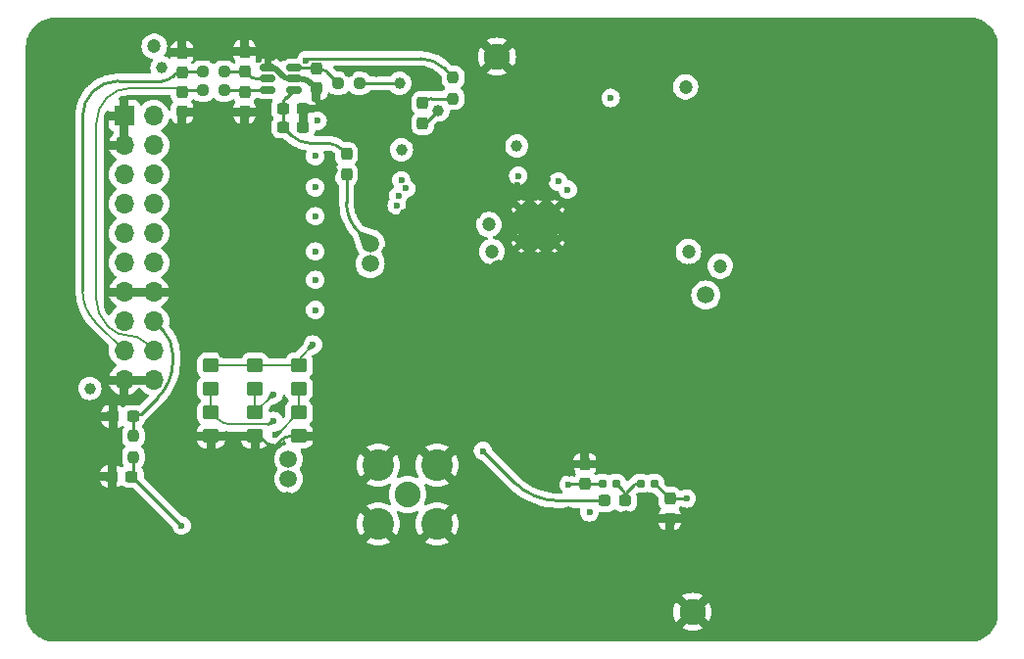
<source format=gbr>
%TF.GenerationSoftware,KiCad,Pcbnew,8.0.8-8.0.8-0~ubuntu22.04.1*%
%TF.CreationDate,2025-02-19T20:52:00+01:00*%
%TF.ProjectId,LO_synth_ADF4351_module,4c4f5f73-796e-4746-985f-414446343335,rev?*%
%TF.SameCoordinates,Original*%
%TF.FileFunction,Copper,L4,Bot*%
%TF.FilePolarity,Positive*%
%FSLAX46Y46*%
G04 Gerber Fmt 4.6, Leading zero omitted, Abs format (unit mm)*
G04 Created by KiCad (PCBNEW 8.0.8-8.0.8-0~ubuntu22.04.1) date 2025-02-19 20:52:00*
%MOMM*%
%LPD*%
G01*
G04 APERTURE LIST*
G04 Aperture macros list*
%AMRoundRect*
0 Rectangle with rounded corners*
0 $1 Rounding radius*
0 $2 $3 $4 $5 $6 $7 $8 $9 X,Y pos of 4 corners*
0 Add a 4 corners polygon primitive as box body*
4,1,4,$2,$3,$4,$5,$6,$7,$8,$9,$2,$3,0*
0 Add four circle primitives for the rounded corners*
1,1,$1+$1,$2,$3*
1,1,$1+$1,$4,$5*
1,1,$1+$1,$6,$7*
1,1,$1+$1,$8,$9*
0 Add four rect primitives between the rounded corners*
20,1,$1+$1,$2,$3,$4,$5,0*
20,1,$1+$1,$4,$5,$6,$7,0*
20,1,$1+$1,$6,$7,$8,$9,0*
20,1,$1+$1,$8,$9,$2,$3,0*%
G04 Aperture macros list end*
%TA.AperFunction,ComponentPad*%
%ADD10C,2.286000*%
%TD*%
%TA.AperFunction,HeatsinkPad*%
%ADD11C,0.600000*%
%TD*%
%TA.AperFunction,HeatsinkPad*%
%ADD12R,3.500000X3.500000*%
%TD*%
%TA.AperFunction,ComponentPad*%
%ADD13R,1.700000X1.700000*%
%TD*%
%TA.AperFunction,ComponentPad*%
%ADD14O,1.700000X1.700000*%
%TD*%
%TA.AperFunction,SMDPad,CuDef*%
%ADD15RoundRect,0.250000X-0.450000X0.350000X-0.450000X-0.350000X0.450000X-0.350000X0.450000X0.350000X0*%
%TD*%
%TA.AperFunction,SMDPad,CuDef*%
%ADD16RoundRect,0.237500X0.237500X-0.300000X0.237500X0.300000X-0.237500X0.300000X-0.237500X-0.300000X0*%
%TD*%
%TA.AperFunction,SMDPad,CuDef*%
%ADD17RoundRect,0.237500X-0.250000X-0.237500X0.250000X-0.237500X0.250000X0.237500X-0.250000X0.237500X0*%
%TD*%
%TA.AperFunction,SMDPad,CuDef*%
%ADD18RoundRect,0.237500X-0.237500X0.250000X-0.237500X-0.250000X0.237500X-0.250000X0.237500X0.250000X0*%
%TD*%
%TA.AperFunction,SMDPad,CuDef*%
%ADD19RoundRect,0.237500X-0.300000X-0.237500X0.300000X-0.237500X0.300000X0.237500X-0.300000X0.237500X0*%
%TD*%
%TA.AperFunction,SMDPad,CuDef*%
%ADD20RoundRect,0.150000X0.512500X0.150000X-0.512500X0.150000X-0.512500X-0.150000X0.512500X-0.150000X0*%
%TD*%
%TA.AperFunction,SMDPad,CuDef*%
%ADD21RoundRect,0.237500X-0.237500X0.300000X-0.237500X-0.300000X0.237500X-0.300000X0.237500X0.300000X0*%
%TD*%
%TA.AperFunction,SMDPad,CuDef*%
%ADD22RoundRect,0.237500X0.300000X0.237500X-0.300000X0.237500X-0.300000X-0.237500X0.300000X-0.237500X0*%
%TD*%
%TA.AperFunction,SMDPad,CuDef*%
%ADD23RoundRect,0.237500X-0.237500X0.287500X-0.237500X-0.287500X0.237500X-0.287500X0.237500X0.287500X0*%
%TD*%
%TA.AperFunction,ComponentPad*%
%ADD24C,2.240000*%
%TD*%
%TA.AperFunction,ComponentPad*%
%ADD25C,2.740000*%
%TD*%
%TA.AperFunction,SMDPad,CuDef*%
%ADD26RoundRect,0.160000X0.197500X0.160000X-0.197500X0.160000X-0.197500X-0.160000X0.197500X-0.160000X0*%
%TD*%
%TA.AperFunction,SMDPad,CuDef*%
%ADD27RoundRect,0.237500X0.287500X0.237500X-0.287500X0.237500X-0.287500X-0.237500X0.287500X-0.237500X0*%
%TD*%
%TA.AperFunction,ViaPad*%
%ADD28C,0.700000*%
%TD*%
%TA.AperFunction,ViaPad*%
%ADD29C,1.000000*%
%TD*%
%TA.AperFunction,ViaPad*%
%ADD30C,1.500000*%
%TD*%
%TA.AperFunction,ViaPad*%
%ADD31C,0.800000*%
%TD*%
%TA.AperFunction,ViaPad*%
%ADD32C,0.600000*%
%TD*%
%TA.AperFunction,ViaPad*%
%ADD33C,5.000000*%
%TD*%
%TA.AperFunction,ViaPad*%
%ADD34C,1.200000*%
%TD*%
%TA.AperFunction,Conductor*%
%ADD35C,0.254000*%
%TD*%
%TA.AperFunction,Conductor*%
%ADD36C,0.200000*%
%TD*%
%TA.AperFunction,Conductor*%
%ADD37C,0.507000*%
%TD*%
G04 APERTURE END LIST*
D10*
%TO.P,J3,1,Shield*%
%TO.N,GND*%
X104200000Y-37900000D03*
X121100000Y-85900000D03*
%TD*%
D11*
%TO.P,U2,33,PAD*%
%TO.N,GND*%
X106300000Y-51112500D03*
X106300000Y-54012500D03*
X107750000Y-51112500D03*
D12*
X107750000Y-52562500D03*
D11*
X107750000Y-54012500D03*
X109200000Y-51112500D03*
X109200000Y-54012500D03*
%TD*%
D13*
%TO.P,J1,1,Pin_1*%
%TO.N,GND*%
X72000000Y-43000000D03*
D14*
%TO.P,J1,2,Pin_2*%
%TO.N,Net-(J1-Pin_2)*%
X74540000Y-43000000D03*
%TO.P,J1,3,Pin_3*%
%TO.N,GND*%
X72000000Y-45540000D03*
%TO.P,J1,4,Pin_4*%
%TO.N,Fref_IN*%
X74540000Y-45540000D03*
%TO.P,J1,5,Pin_5*%
%TO.N,Mute_RF*%
X72000000Y-48080000D03*
%TO.P,J1,6,Pin_6*%
%TO.N,LD*%
X74540000Y-48080000D03*
%TO.P,J1,7,Pin_7*%
%TO.N,DATA*%
X72000000Y-50620000D03*
%TO.P,J1,8,Pin_8*%
%TO.N,CLK*%
X74540000Y-50620000D03*
%TO.P,J1,9,Pin_9*%
%TO.N,CE*%
X72000000Y-53160000D03*
%TO.P,J1,10,Pin_10*%
%TO.N,LE*%
X74540000Y-53160000D03*
%TO.P,J1,11,Pin_11*%
%TO.N,Net-(J1-Pin_11)*%
X72000000Y-55700000D03*
%TO.P,J1,12,Pin_12*%
%TO.N,MUX*%
X74540000Y-55700000D03*
%TO.P,J1,13,Pin_13*%
%TO.N,GND*%
X72000000Y-58240000D03*
%TO.P,J1,14,Pin_14*%
X74540000Y-58240000D03*
%TO.P,J1,15,Pin_15*%
%TO.N,LO_Buff_EN*%
X72000000Y-60780000D03*
%TO.P,J1,16,Pin_16*%
%TO.N,~{RX_{EN}}*%
X74540000Y-60780000D03*
%TO.P,J1,17,Pin_17*%
%TO.N,I2C_SCL*%
X72000000Y-63320000D03*
%TO.P,J1,18,Pin_18*%
%TO.N,I2C_SDA*%
X74540000Y-63320000D03*
%TO.P,J1,19,Pin_19*%
%TO.N,GND*%
X72000000Y-65860000D03*
%TO.P,J1,20,Pin_20*%
X74540000Y-65860000D03*
%TD*%
D15*
%TO.P,R31,1*%
%TO.N,Net-(U7-A0)*%
X87100000Y-68687500D03*
%TO.P,R31,2*%
%TO.N,GND*%
X87100000Y-70687500D03*
%TD*%
D16*
%TO.P,C110,1*%
%TO.N,GND*%
X88600000Y-40662500D03*
%TO.P,C110,2*%
%TO.N,Net-(U10-VOUT)*%
X88600000Y-38937500D03*
%TD*%
D17*
%TO.P,R41,1*%
%TO.N,Net-(U10-VOUT)*%
X90487500Y-40200000D03*
%TO.P,R41,2*%
%TO.N,V_VCTCXO*%
X92312500Y-40200000D03*
%TD*%
D15*
%TO.P,R27,1*%
%TO.N,Net-(U7-A2)*%
X83300000Y-68687500D03*
%TO.P,R27,2*%
%TO.N,GND*%
X83300000Y-70687500D03*
%TD*%
D18*
%TO.P,R39,1*%
%TO.N,3V3_VCTCXO*%
X100400000Y-39687500D03*
%TO.P,R39,2*%
%TO.N,Net-(FB10-Pad1)*%
X100400000Y-41512500D03*
%TD*%
D19*
%TO.P,C23,1*%
%TO.N,GND*%
X71025000Y-69000000D03*
%TO.P,C23,2*%
%TO.N,~{RX_{EN}}*%
X72750000Y-69000000D03*
%TD*%
D18*
%TO.P,R9,1*%
%TO.N,~{RX_{EN}}*%
X72787500Y-70687500D03*
%TO.P,R9,2*%
%TO.N,Net-(C36-Pad2)*%
X72787500Y-72512500D03*
%TD*%
D15*
%TO.P,R30,1*%
%TO.N,3V3_ADF*%
X87100000Y-64600000D03*
%TO.P,R30,2*%
%TO.N,Net-(U7-A0)*%
X87100000Y-66600000D03*
%TD*%
D20*
%TO.P,U10,1,VOUT*%
%TO.N,Net-(U10-VOUT)*%
X86675000Y-38850000D03*
%TO.P,U10,2,VSS*%
%TO.N,GND*%
X86675000Y-39800000D03*
%TO.P,U10,3,VDD*%
%TO.N,Net-(U10-VDD)*%
X86675000Y-40750000D03*
%TO.P,U10,4,SDA*%
%TO.N,Net-(U10-SDA)*%
X84400000Y-40750000D03*
%TO.P,U10,5,SCL*%
%TO.N,Net-(U10-SCL)*%
X84400000Y-39800000D03*
%TO.P,U10,6,A0*%
%TO.N,GND*%
X84400000Y-38850000D03*
%TD*%
D16*
%TO.P,C51,1*%
%TO.N,GND*%
X119150000Y-77862500D03*
%TO.P,C51,2*%
%TO.N,Net-(U101-Vcc)*%
X119150000Y-76137500D03*
%TD*%
D21*
%TO.P,C88,1*%
%TO.N,GND*%
X111800000Y-73137500D03*
%TO.P,C88,2*%
%TO.N,/3V3_LS*%
X111800000Y-74862500D03*
%TD*%
D22*
%TO.P,C116,1*%
%TO.N,GND*%
X87462500Y-44000000D03*
%TO.P,C116,2*%
%TO.N,Net-(U10-VDD)*%
X85737500Y-44000000D03*
%TD*%
D16*
%TO.P,C114,1*%
%TO.N,GND*%
X82400000Y-42662500D03*
%TO.P,C114,2*%
%TO.N,Net-(U10-SDA)*%
X82400000Y-40937500D03*
%TD*%
D19*
%TO.P,C36,1*%
%TO.N,GND*%
X70925000Y-74200000D03*
%TO.P,C36,2*%
%TO.N,Net-(C36-Pad2)*%
X72650000Y-74200000D03*
%TD*%
D15*
%TO.P,R28,1*%
%TO.N,3V3_ADF*%
X79500000Y-64600000D03*
%TO.P,R28,2*%
%TO.N,Net-(U7-A1)*%
X79500000Y-66600000D03*
%TD*%
%TO.P,R29,1*%
%TO.N,Net-(U7-A1)*%
X79500000Y-68687500D03*
%TO.P,R29,2*%
%TO.N,GND*%
X79500000Y-70687500D03*
%TD*%
D23*
%TO.P,FB13,1*%
%TO.N,Net-(U10-VDD)*%
X91200000Y-46325000D03*
%TO.P,FB13,2*%
%TO.N,3V3_ADF*%
X91200000Y-48075000D03*
%TD*%
D17*
%TO.P,R43,1*%
%TO.N,I2C_SDA*%
X78800000Y-40800000D03*
%TO.P,R43,2*%
%TO.N,Net-(U10-SDA)*%
X80625000Y-40800000D03*
%TD*%
D21*
%TO.P,C113,1*%
%TO.N,GND*%
X77000000Y-37537500D03*
%TO.P,C113,2*%
%TO.N,I2C_SCL*%
X77000000Y-39262500D03*
%TD*%
D15*
%TO.P,R26,1*%
%TO.N,3V3_ADF*%
X83300000Y-64600000D03*
%TO.P,R26,2*%
%TO.N,Net-(U7-A2)*%
X83300000Y-66600000D03*
%TD*%
D23*
%TO.P,FB10,1*%
%TO.N,Net-(FB10-Pad1)*%
X97800000Y-41925000D03*
%TO.P,FB10,2*%
%TO.N,Net-(U8-VDD)*%
X97800000Y-43675000D03*
%TD*%
D24*
%TO.P,J2,1,In*%
%TO.N,Net-(J2-In)*%
X96500000Y-75750000D03*
D25*
%TO.P,J2,2,Ext*%
%TO.N,GND*%
X93960000Y-73210000D03*
X93960000Y-78290000D03*
X99040000Y-73210000D03*
X99040000Y-78290000D03*
%TD*%
D17*
%TO.P,R42,1*%
%TO.N,I2C_SCL*%
X78800000Y-39200000D03*
%TO.P,R42,2*%
%TO.N,Net-(U10-SCL)*%
X80625000Y-39200000D03*
%TD*%
D22*
%TO.P,C117,1*%
%TO.N,GND*%
X87462500Y-42400000D03*
%TO.P,C117,2*%
%TO.N,Net-(U10-VDD)*%
X85737500Y-42400000D03*
%TD*%
D26*
%TO.P,R104,1*%
%TO.N,Net-(U101-Vcc)*%
X117797500Y-74800000D03*
%TO.P,R104,2*%
%TO.N,/3V3_ATT*%
X116602500Y-74800000D03*
%TD*%
D16*
%TO.P,C112,1*%
%TO.N,GND*%
X77000000Y-42662500D03*
%TO.P,C112,2*%
%TO.N,I2C_SDA*%
X77000000Y-40937500D03*
%TD*%
D26*
%TO.P,R103,1*%
%TO.N,/3V3_ATT*%
X114497500Y-74800000D03*
%TO.P,R103,2*%
%TO.N,/3V3_LS*%
X113302500Y-74800000D03*
%TD*%
D27*
%TO.P,FB9,1*%
%TO.N,/3V3_ATT*%
X115275000Y-76300000D03*
%TO.P,FB9,2*%
%TO.N,3V3_ADF*%
X113525000Y-76300000D03*
%TD*%
D21*
%TO.P,C115,1*%
%TO.N,GND*%
X82400000Y-37475000D03*
%TO.P,C115,2*%
%TO.N,Net-(U10-SCL)*%
X82400000Y-39200000D03*
%TD*%
D28*
%TO.N,GND*%
X109200000Y-52600000D03*
X107700000Y-52600000D03*
X106400000Y-52600000D03*
D29*
%TO.N,/3V8*%
X69037500Y-66600000D03*
X75262500Y-38862500D03*
%TO.N,GND*%
X101000000Y-70000000D03*
X89800000Y-58250000D03*
X126100000Y-72000000D03*
D30*
X124414433Y-86250000D03*
X145000000Y-71441176D03*
D29*
X78000000Y-58600000D03*
X105050000Y-80950000D03*
X75400000Y-70600000D03*
D30*
X116891658Y-35600000D03*
D31*
X97800000Y-35400000D03*
D29*
X100500000Y-44062500D03*
D30*
X116365380Y-67500000D03*
X67000000Y-42382352D03*
D32*
X128750000Y-40250000D03*
D29*
X88250000Y-79500000D03*
D30*
X145000000Y-56676464D03*
D29*
X102400000Y-51500000D03*
D32*
X83750000Y-54500000D03*
D29*
X119500000Y-62250000D03*
X120800000Y-73500000D03*
D32*
X85750000Y-51750000D03*
D30*
X117897057Y-86500000D03*
D29*
X124250000Y-82350000D03*
D30*
X129304807Y-86250000D03*
X118576918Y-67500000D03*
X113400000Y-79200000D03*
D29*
X98800000Y-40200000D03*
D32*
X85500000Y-57000000D03*
D29*
X98700000Y-56000000D03*
X105050000Y-77550000D03*
D30*
X103225935Y-86500000D03*
D32*
X81203284Y-37994963D03*
D30*
X90500000Y-83500000D03*
D29*
X124500000Y-70750000D03*
D30*
X76650000Y-86500000D03*
X114323528Y-38000000D03*
D29*
X118750000Y-46000000D03*
X88250000Y-81250000D03*
X82000000Y-72900000D03*
D30*
X116764704Y-38000000D03*
D29*
X67125000Y-62900000D03*
D30*
X107000000Y-38000000D03*
D29*
X128550000Y-70200000D03*
X102000000Y-72750000D03*
D32*
X106000000Y-49000000D03*
D29*
X89750000Y-50500000D03*
D30*
X90500000Y-69356618D03*
D29*
X102000000Y-80550000D03*
D33*
X142000000Y-41000000D03*
D29*
X104300000Y-61000000D03*
X80600000Y-63500000D03*
X105600000Y-44200000D03*
X67200000Y-66700000D03*
D30*
X67000000Y-52147056D03*
D29*
X99250000Y-70000000D03*
X92500000Y-82500000D03*
D32*
X83600000Y-38200000D03*
X108250000Y-41250000D03*
D30*
X65000000Y-54764712D03*
D31*
X88248152Y-35400000D03*
D32*
X85750000Y-54500000D03*
D30*
X134500000Y-73544120D03*
X117350000Y-69250000D03*
X123250000Y-63250000D03*
X109727772Y-35600000D03*
X128882360Y-38000000D03*
D32*
X122300000Y-75700000D03*
X82000000Y-59750000D03*
D30*
X76650000Y-84500000D03*
X114503696Y-35600000D03*
X114153842Y-67500000D03*
X104900000Y-69900000D03*
D32*
X108627000Y-48500000D03*
D29*
X71000000Y-75750000D03*
D32*
X102000000Y-48500000D03*
D29*
X89750000Y-52750000D03*
X111500000Y-48800000D03*
X99500000Y-82500000D03*
D30*
X134500000Y-39250000D03*
X121667582Y-35600000D03*
X90500000Y-78952206D03*
X130750000Y-75058824D03*
X107339810Y-35600000D03*
D32*
X127250000Y-45500000D03*
D29*
X121750000Y-47500000D03*
X110300000Y-44900000D03*
D32*
X117900000Y-57300000D03*
D30*
X130750000Y-65000000D03*
D32*
X117750000Y-46250000D03*
D30*
X119279620Y-35600000D03*
X100884614Y-67500000D03*
X105671122Y-86500000D03*
X111882352Y-38000000D03*
D29*
X77400000Y-61200000D03*
D30*
X121647056Y-38000000D03*
X130750000Y-72441176D03*
D32*
X128750000Y-43500000D03*
D29*
X76500000Y-50500000D03*
D30*
X133607392Y-35600000D03*
D29*
X100800000Y-61000000D03*
D30*
X145000000Y-69000000D03*
D29*
X131050000Y-62100000D03*
D30*
X65000000Y-66970592D03*
X134500000Y-85750000D03*
D32*
X100500000Y-48500000D03*
D29*
X102000000Y-71050000D03*
D30*
X130750000Y-77500000D03*
D29*
X115500000Y-57500000D03*
X131750000Y-49000000D03*
D30*
X65000000Y-44882352D03*
D29*
X94750000Y-61500000D03*
D30*
X109441176Y-38000000D03*
D29*
X109800000Y-82600000D03*
D31*
X83472228Y-35400000D03*
D29*
X77887500Y-50500000D03*
X131000000Y-59850000D03*
D30*
X134500000Y-63779416D03*
X126441176Y-38000000D03*
X93445187Y-86500000D03*
X107600000Y-69250000D03*
D32*
X128750000Y-48750000D03*
X84800000Y-71800000D03*
D29*
X126000000Y-79650000D03*
D30*
X65000000Y-64529416D03*
X125000000Y-65250000D03*
D31*
X71532418Y-35400000D03*
D30*
X130750000Y-67441176D03*
D29*
X94250000Y-82500000D03*
D30*
X65000000Y-69411768D03*
D29*
X113900000Y-62000000D03*
X95750000Y-62500000D03*
X124500000Y-62250000D03*
D30*
X120788456Y-67500000D03*
D29*
X67225000Y-55800000D03*
X110400000Y-77300000D03*
X96200000Y-51519000D03*
X102600000Y-61000000D03*
D30*
X124500000Y-58000000D03*
D29*
X102000000Y-74150000D03*
D30*
X69000000Y-36426472D03*
D29*
X116200000Y-46200000D03*
X76500000Y-47750000D03*
X113500000Y-57500000D03*
D30*
X108116309Y-86500000D03*
D31*
X100187962Y-35400000D03*
D30*
X145000000Y-49352936D03*
D29*
X125500000Y-81200000D03*
D30*
X88400000Y-86500000D03*
X76500000Y-80000000D03*
D29*
X120500000Y-44500000D03*
X128250000Y-53000000D03*
X97500000Y-70000000D03*
D30*
X65000000Y-42441176D03*
D32*
X122750000Y-43500000D03*
D29*
X126500000Y-53000000D03*
X92250000Y-70000000D03*
D30*
X134500000Y-51455880D03*
D32*
X82250000Y-49000000D03*
X84000000Y-57000000D03*
D29*
X67200000Y-69900000D03*
D30*
X90500000Y-66957721D03*
X98335561Y-86500000D03*
X145000000Y-46911760D03*
X67000000Y-37500000D03*
D29*
X110500000Y-73750000D03*
D30*
X145000000Y-66558824D03*
D29*
X95750000Y-70000000D03*
D30*
X65000000Y-62088240D03*
X119450000Y-69250000D03*
X112115734Y-35600000D03*
X65000000Y-40000000D03*
D29*
X102000000Y-44062500D03*
X89500000Y-55800000D03*
X104050000Y-78500000D03*
X75400000Y-69000000D03*
D30*
X91000000Y-86500000D03*
D29*
X88250000Y-77750000D03*
D30*
X145000000Y-61676472D03*
D29*
X123000000Y-51500000D03*
D32*
X81000000Y-42200000D03*
D30*
X117200000Y-79150000D03*
D29*
X126500000Y-44000000D03*
D32*
X123550000Y-77750000D03*
D30*
X86050000Y-76293750D03*
D29*
X78000000Y-55600000D03*
D30*
X65000000Y-49764704D03*
X123000000Y-67500000D03*
X67000000Y-49705880D03*
X134500000Y-75985296D03*
D29*
X99600000Y-51400000D03*
D30*
X68500000Y-74250000D03*
X90500000Y-74154412D03*
D29*
X110400000Y-46600000D03*
D30*
X123000000Y-69250000D03*
X90500000Y-81351103D03*
D29*
X90000000Y-47750000D03*
D30*
X72500000Y-76750000D03*
X113006683Y-86500000D03*
D29*
X125000000Y-56250000D03*
D30*
X122500000Y-79100000D03*
D29*
X93800000Y-39200000D03*
D33*
X142000000Y-82000000D03*
D32*
X84900000Y-68300000D03*
D29*
X91400000Y-39200000D03*
X115750000Y-56250000D03*
D32*
X85750000Y-59750000D03*
D29*
X119500000Y-64000000D03*
D30*
X134500000Y-49014704D03*
X109730766Y-67500000D03*
D31*
X95412038Y-35400000D03*
D30*
X104400000Y-56200000D03*
D29*
X82300000Y-81700000D03*
D31*
X90636114Y-35400000D03*
D30*
X145000000Y-51794112D03*
D29*
X89912500Y-61200000D03*
D30*
X67000000Y-39941176D03*
D32*
X81000000Y-43200000D03*
X118500000Y-41000000D03*
D29*
X126000000Y-78100000D03*
D30*
X110561496Y-86500000D03*
D29*
X110300000Y-43100000D03*
X126500000Y-51500000D03*
D32*
X114500000Y-46250000D03*
D29*
X88250000Y-74500000D03*
D30*
X100780748Y-86500000D03*
X120800000Y-77600000D03*
X126859620Y-86250000D03*
D29*
X103500000Y-82500000D03*
X100800000Y-81500000D03*
D30*
X90500000Y-71755515D03*
X128831468Y-35600000D03*
D32*
X78200000Y-37600000D03*
D30*
X113450000Y-69300000D03*
D29*
X88250000Y-72750000D03*
D30*
X134500000Y-46573528D03*
X119205880Y-38000000D03*
D32*
X104141720Y-49027070D03*
D30*
X98673076Y-67500000D03*
X95890374Y-86500000D03*
D29*
X77912500Y-47700000D03*
D32*
X81750000Y-51750000D03*
D30*
X86150000Y-86500000D03*
D31*
X76308342Y-35400000D03*
D32*
X84000000Y-59750000D03*
D30*
X111000000Y-55500000D03*
X65000000Y-71852944D03*
D29*
X120500000Y-46000000D03*
X83800000Y-83000000D03*
D30*
X65000000Y-59647064D03*
D29*
X77000000Y-45000000D03*
D30*
X90500000Y-76553309D03*
X134500000Y-80867648D03*
D29*
X87450000Y-83050000D03*
X91250000Y-60500000D03*
D30*
X126443506Y-35600000D03*
D29*
X103000000Y-79500000D03*
X97400000Y-40200000D03*
D30*
X90500000Y-64558824D03*
D29*
X103250000Y-41077000D03*
D30*
X115451870Y-86500000D03*
X104951848Y-35600000D03*
D29*
X94750000Y-54750000D03*
D32*
X82000000Y-57000000D03*
D29*
X107800000Y-73500000D03*
D30*
X134500000Y-68661768D03*
X134500000Y-71102944D03*
D29*
X103750000Y-44062500D03*
X126150000Y-73750000D03*
D32*
X84800000Y-38000000D03*
D30*
X134500000Y-61338240D03*
X131750000Y-86250000D03*
X134500000Y-41691176D03*
D29*
X115700000Y-62000000D03*
D30*
X108050000Y-78300000D03*
X134500000Y-78426472D03*
D29*
X71000000Y-70500000D03*
X77250000Y-70750000D03*
D30*
X96461538Y-67500000D03*
D32*
X82250000Y-46250000D03*
D29*
X110400000Y-41300000D03*
X77250000Y-69000000D03*
D30*
X67000000Y-47264704D03*
D29*
X121750000Y-49000000D03*
D30*
X145000000Y-54235288D03*
D31*
X81084266Y-35400000D03*
D29*
X105700000Y-59600000D03*
D30*
X102563886Y-35600000D03*
D29*
X124750000Y-51500000D03*
D30*
X130750000Y-82441176D03*
X67000000Y-44823528D03*
D32*
X115700000Y-55300000D03*
D30*
X105307690Y-67500000D03*
D29*
X94000000Y-70000000D03*
X97200000Y-56000000D03*
D30*
X111942304Y-67500000D03*
X115350000Y-77850000D03*
X65000000Y-52205880D03*
D29*
X90600000Y-43400000D03*
X79950000Y-79700000D03*
D32*
X85750000Y-49000000D03*
D31*
X73920380Y-35400000D03*
D29*
X115300000Y-82600000D03*
D30*
X130750000Y-70000000D03*
X116750000Y-63000000D03*
X131219430Y-35600000D03*
X116000000Y-53000000D03*
X118750000Y-60250000D03*
D32*
X81750000Y-54500000D03*
D29*
X102350000Y-83750000D03*
X85600000Y-83000000D03*
X99100000Y-61000000D03*
D30*
X67000000Y-72250000D03*
D29*
X67125000Y-60600000D03*
X102100000Y-56000000D03*
D30*
X131250000Y-38000000D03*
D29*
X90600000Y-41800000D03*
D30*
X79198130Y-86500000D03*
D32*
X104700000Y-72250000D03*
D29*
X123350000Y-73450000D03*
D30*
X145000000Y-64117648D03*
X134500000Y-66220592D03*
D32*
X124250000Y-41000000D03*
D30*
X103096152Y-67500000D03*
X94250000Y-67500000D03*
D29*
X76500000Y-72500000D03*
D32*
X121500000Y-46250000D03*
X84000000Y-46250000D03*
D29*
X97750000Y-82500000D03*
D30*
X81650000Y-86500000D03*
D29*
X122700000Y-83250000D03*
X127200000Y-77250000D03*
D32*
X97750000Y-48500000D03*
X117000000Y-40500000D03*
X84000000Y-49000000D03*
D30*
X107519228Y-67500000D03*
D29*
X78600000Y-42400000D03*
D33*
X70000000Y-82000000D03*
D30*
X111600000Y-69300000D03*
D29*
X79000000Y-72500000D03*
D30*
X134500000Y-44132352D03*
X145000000Y-76323528D03*
X65000000Y-47323528D03*
X134500000Y-58897064D03*
D32*
X85750000Y-46250000D03*
D29*
X126250000Y-62250000D03*
D30*
X74750000Y-78500000D03*
X124055544Y-35600000D03*
D29*
X100400000Y-56000000D03*
X82000000Y-78000000D03*
D32*
X85800000Y-38000000D03*
D30*
X134500000Y-53897056D03*
D29*
X88250000Y-76250000D03*
X97600000Y-59600000D03*
D30*
X84088504Y-86500000D03*
X145000000Y-73882352D03*
D29*
X111200000Y-62000000D03*
X103600000Y-74200000D03*
X81150000Y-80650000D03*
D32*
X106000000Y-57600000D03*
X119000000Y-43300000D03*
D30*
X111550000Y-79200000D03*
D29*
X109250000Y-72450000D03*
D32*
X84000000Y-51750000D03*
D29*
X83750000Y-78000000D03*
D30*
X76650000Y-82050000D03*
D32*
X99250000Y-48500000D03*
D30*
X145000000Y-59235296D03*
D31*
X85860190Y-35400000D03*
D30*
X124000000Y-38000000D03*
D29*
X115400000Y-72500000D03*
D30*
X120750000Y-56500000D03*
X65000000Y-57205888D03*
X130750000Y-80000000D03*
D32*
X111825001Y-65325001D03*
X105500000Y-73050000D03*
D29*
X96000000Y-82500000D03*
X120950000Y-83250000D03*
D30*
X112750000Y-63000000D03*
D29*
X80250000Y-78000000D03*
D30*
X134500000Y-56338232D03*
X134500000Y-83308824D03*
D32*
X112000000Y-41250000D03*
D31*
X78696304Y-35400000D03*
D29*
X77987500Y-53200000D03*
D31*
X93024076Y-35400000D03*
D32*
%TO.N,Net-(U2-LD)*%
X110313137Y-49391962D03*
X88700000Y-43450000D03*
%TO.N,3V3_ADF*%
X88300000Y-62800000D03*
D30*
X93300000Y-54100000D03*
X93250000Y-55800000D03*
X86200000Y-72700000D03*
X86200000Y-74400000D03*
X122250000Y-58500000D03*
D32*
X103000000Y-72000000D03*
%TO.N,Net-(U2-MUXOUT)*%
X88500000Y-59800000D03*
X106048624Y-48201376D03*
%TO.N,Net-(U2-PDB_{RF})*%
X109500000Y-48700000D03*
X88500000Y-46500000D03*
%TO.N,Net-(U2-CE)*%
X95544902Y-50763453D03*
X88500000Y-57200000D03*
%TO.N,Net-(U2-LE)*%
X88500000Y-54750000D03*
X95685421Y-49900000D03*
%TO.N,Net-(U2-DATA)*%
X96338193Y-49300000D03*
X88500000Y-51700000D03*
%TO.N,Net-(U2-CLK)*%
X95945142Y-48603211D03*
X88500000Y-49200000D03*
D29*
%TO.N,Net-(U2-REF_{IN})*%
X95950420Y-45950420D03*
X105925000Y-45619000D03*
D32*
%TO.N,Net-(C36-Pad2)*%
X112200000Y-77300000D03*
X76950000Y-78450000D03*
%TO.N,Net-(U101-Vcc)*%
X120600000Y-76100000D03*
D34*
%TO.N,Net-(U2-CP_{OUT})*%
X120750000Y-54750000D03*
X103750000Y-54750000D03*
D32*
%TO.N,LO_Buff_EN*%
X114031843Y-41470646D03*
D34*
%TO.N,/5V6*%
X74600000Y-37000000D03*
X120500000Y-40500000D03*
%TO.N,Net-(U2-SW)*%
X103496325Y-52403675D03*
X123500000Y-56000000D03*
D32*
%TO.N,Net-(U7-A2)*%
X84900000Y-67100000D03*
%TO.N,Net-(U7-A1)*%
X84900000Y-69400000D03*
%TO.N,Net-(U7-A0)*%
X85100000Y-70600000D03*
D29*
%TO.N,V_VCTCXO*%
X95800000Y-40200000D03*
%TO.N,Net-(U8-VDD)*%
X99131679Y-42531379D03*
D32*
%TO.N,3V3_VCTCXO*%
X87702297Y-38223000D03*
%TO.N,/3V3_LS*%
X110400000Y-74900000D03*
%TD*%
D35*
%TO.N,/3V3_ATT*%
X115478293Y-75521706D02*
G75*
G03*
X115275003Y-76012500I490807J-490794D01*
G01*
X116401250Y-74800000D02*
G75*
G03*
X116057661Y-74942272I-50J-485900D01*
G01*
X115275000Y-76012500D02*
X115275000Y-76012500D01*
X115019557Y-75322057D02*
G75*
G02*
X115275046Y-75938750I-616657J-616743D01*
G01*
%TO.N,/3V3_LS*%
X110485355Y-74850000D02*
G75*
G03*
X110425013Y-74875013I45J-85400D01*
G01*
%TO.N,3V3_VCTCXO*%
X99592750Y-38880250D02*
G75*
G03*
X97643876Y-38073010I-1948850J-1948850D01*
G01*
X87958363Y-38073000D02*
G75*
G03*
X87777308Y-38148011I37J-256100D01*
G01*
%TO.N,Net-(FB10-Pad1)*%
X98504181Y-41512500D02*
G75*
G03*
X98006255Y-41718755I19J-704200D01*
G01*
%TO.N,Net-(U10-VDD)*%
X90737500Y-45862500D02*
G75*
G03*
X89620926Y-45399989I-1116600J-1116600D01*
G01*
X86437500Y-44700000D02*
G75*
G03*
X88127449Y-45400021I1690000J1690000D01*
G01*
X85989406Y-41435593D02*
G75*
G03*
X85737545Y-42043750I608194J-608107D01*
G01*
X85737500Y-42043750D02*
X85737500Y-42756250D01*
%TO.N,Net-(U10-SCL)*%
X82700000Y-39500000D02*
G75*
G03*
X83424264Y-39800015I724300J724300D01*
G01*
%TO.N,Net-(U10-SDA)*%
X80710355Y-40750000D02*
G75*
G03*
X80650013Y-40775013I45J-85400D01*
G01*
%TO.N,Net-(U10-VOUT)*%
X88556250Y-38893750D02*
G75*
G03*
X88450628Y-38849988I-105650J-105650D01*
G01*
X88556250Y-38893750D02*
G75*
G03*
X88661871Y-38937512I105650J105650D01*
G01*
X89445970Y-39158470D02*
G75*
G03*
X88912500Y-38937488I-533470J-533430D01*
G01*
%TO.N,Net-(U8-VDD)*%
X98054546Y-43608511D02*
G75*
G02*
X97894029Y-43675022I-160546J160511D01*
G01*
D36*
%TO.N,Net-(U7-A0)*%
X85218435Y-70569064D02*
G75*
G02*
X85143750Y-70600041I-74735J74664D01*
G01*
%TO.N,Net-(U7-A1)*%
X80006250Y-69193750D02*
G75*
G03*
X81228445Y-69699952I1222150J1222250D01*
G01*
X84750000Y-69550000D02*
G75*
G02*
X84387867Y-69699987I-362100J362100D01*
G01*
%TO.N,Net-(U7-A2)*%
X84893750Y-67100000D02*
G75*
G03*
X84883053Y-67104392I-50J-15100D01*
G01*
%TO.N,I2C_SCL*%
X68400000Y-58160000D02*
G75*
G03*
X69503080Y-60823092I3766200J0D01*
G01*
D35*
X76168749Y-39631249D02*
G75*
G02*
X75278508Y-40000002I-890249J890249D01*
G01*
X77031250Y-39231250D02*
G75*
G02*
X76955805Y-39262502I-75450J75450D01*
G01*
X69300000Y-40900000D02*
G75*
G03*
X68399997Y-43072792I2172800J-2172800D01*
G01*
X77106694Y-39200000D02*
G75*
G03*
X77031252Y-39231252I6J-106700D01*
G01*
X71472792Y-40000000D02*
G75*
G03*
X69300002Y-40900002I8J-3072800D01*
G01*
X76768750Y-39262500D02*
G75*
G03*
X76373954Y-39425991I-50J-558300D01*
G01*
X68400000Y-55040000D02*
X68400000Y-58160000D01*
D36*
%TO.N,I2C_SDA*%
X72587436Y-40600000D02*
G75*
G03*
X70474989Y-41474989I-36J-2987400D01*
G01*
X70475000Y-41475000D02*
G75*
G03*
X69600015Y-43587436I2112400J-2112400D01*
G01*
D35*
X77234727Y-40800000D02*
G75*
G03*
X77068742Y-40868742I-27J-234700D01*
G01*
D36*
X76931250Y-40868750D02*
G75*
G03*
X77068750Y-40868750I68750J68751D01*
G01*
X76831250Y-40768750D02*
G75*
G03*
X76423851Y-40600020I-407350J-407350D01*
G01*
X70756532Y-61356532D02*
G75*
G03*
X72310000Y-62000010I1553468J1553432D01*
G01*
X73863467Y-62643467D02*
G75*
G03*
X72310000Y-61999990I-1553467J-1553433D01*
G01*
X69600000Y-58927207D02*
G75*
G03*
X70500002Y-61099998I3072800J7D01*
G01*
D35*
%TO.N,~{RX_{EN}}*%
X73477534Y-68809964D02*
G75*
G02*
X73018750Y-69000040I-458834J458764D01*
G01*
X75370000Y-61610000D02*
G75*
G02*
X76200001Y-63613797I-2003800J-2003800D01*
G01*
X76200000Y-64263750D02*
G75*
G02*
X74910414Y-67377085I-4402920J0D01*
G01*
X72750000Y-70623483D02*
G75*
G03*
X72768745Y-70668755I64000J-17D01*
G01*
X73018750Y-69000000D02*
G75*
G03*
X72750000Y-69268750I-50J-268700D01*
G01*
%TO.N,Net-(U101-Vcc)*%
X117817803Y-74805303D02*
G75*
G03*
X117805000Y-74799998I-12803J-12797D01*
G01*
X120581250Y-76118750D02*
G75*
G02*
X120535983Y-76137493I-45250J45250D01*
G01*
%TO.N,Net-(C36-Pad2)*%
X72787500Y-73965272D02*
G75*
G02*
X72718758Y-74131258I-234700J-28D01*
G01*
X72717677Y-74217677D02*
G75*
G03*
X72675000Y-74200013I-42677J-42723D01*
G01*
X72667677Y-74182322D02*
G75*
G03*
X72675000Y-74199925I7323J-7278D01*
G01*
D36*
%TO.N,3V3_ADF*%
X87100000Y-64300000D02*
G75*
G02*
X86800000Y-64600000I-300000J0D01*
G01*
D35*
X105706207Y-74706207D02*
G75*
G03*
X109553963Y-76300011I3847793J3847807D01*
G01*
X91200000Y-50515075D02*
G75*
G03*
X92249993Y-53050007I3584900J-25D01*
G01*
D36*
X87312132Y-63787867D02*
G75*
G03*
X87100010Y-64300000I512168J-512133D01*
G01*
D35*
%TO.N,GND*%
X83824501Y-70824501D02*
G75*
G03*
X83493750Y-70687520I-330701J-330699D01*
G01*
D37*
X85033383Y-38913249D02*
G75*
G03*
X84880685Y-38849996I-152683J-152651D01*
G01*
X88113150Y-40175650D02*
G75*
G03*
X87206250Y-39799979I-906950J-906950D01*
G01*
D35*
X86506250Y-70687500D02*
G75*
G03*
X85492639Y-71107328I-50J-1433400D01*
G01*
D37*
X85653248Y-39533114D02*
G75*
G03*
X86297567Y-39800024I644352J644314D01*
G01*
X84880685Y-38850000D02*
X84701787Y-38850000D01*
X88113150Y-40175650D02*
X88600000Y-40662500D01*
D35*
X86506250Y-70687500D02*
X87100000Y-70687500D01*
D37*
X87206250Y-39800000D02*
X86675000Y-39800000D01*
D35*
X83824501Y-70824501D02*
X84800000Y-71800000D01*
X85492655Y-71107344D02*
X84800000Y-71800000D01*
X84701787Y-38850000D02*
X84400000Y-38850000D01*
X83493750Y-70687500D02*
X83300000Y-70687500D01*
D37*
X85033383Y-38913249D02*
X85653248Y-39533114D01*
X86297567Y-39800000D02*
X86675000Y-39800000D01*
D36*
%TO.N,3V3_ADF*%
X88300000Y-62800000D02*
X87312132Y-63787867D01*
D35*
X93300000Y-54100000D02*
X92250000Y-53050000D01*
D36*
X84600000Y-64600000D02*
X83300000Y-64600000D01*
D35*
X91200000Y-50515075D02*
X91200000Y-48312500D01*
X105706207Y-74706207D02*
X103000000Y-72000000D01*
D36*
X86800000Y-64600000D02*
X79500000Y-64600000D01*
D35*
X109553963Y-76300000D02*
X113525000Y-76300000D01*
%TO.N,Net-(C36-Pad2)*%
X72787500Y-73965272D02*
X72787500Y-72512500D01*
X72718749Y-74131249D02*
X72667677Y-74182322D01*
X72717677Y-74217677D02*
X76950000Y-78450000D01*
%TO.N,Net-(U101-Vcc)*%
X119150000Y-76137500D02*
X120535983Y-76137500D01*
X117805000Y-74800000D02*
X117797500Y-74800000D01*
X117817803Y-74805303D02*
X119150000Y-76137500D01*
X120600000Y-76100000D02*
X120581250Y-76118750D01*
%TO.N,~{RX_{EN}}*%
X76200000Y-63613797D02*
X76200000Y-64263750D01*
X75370000Y-61610000D02*
X74540000Y-60780000D01*
X72750000Y-70623483D02*
X72750000Y-69268750D01*
X73477534Y-68809964D02*
X74910414Y-67377085D01*
X72768750Y-70668750D02*
X72787500Y-70687500D01*
D36*
%TO.N,I2C_SDA*%
X70756532Y-61356532D02*
X70500000Y-61100000D01*
X69600000Y-43587436D02*
X69600000Y-58927207D01*
D35*
X77234727Y-40800000D02*
X78800000Y-40800000D01*
D36*
X73863467Y-62643467D02*
X74540000Y-63320000D01*
X72587436Y-40600000D02*
X76423851Y-40600000D01*
X76931250Y-40868750D02*
X76831250Y-40768750D01*
D35*
%TO.N,I2C_SCL*%
X77106694Y-39200000D02*
X78800000Y-39200000D01*
X68400000Y-55040000D02*
X68400000Y-43072792D01*
X75278508Y-40000000D02*
X71472792Y-40000000D01*
D36*
X69503086Y-60823086D02*
X72000000Y-63320000D01*
D35*
X76955805Y-39262500D02*
X76768750Y-39262500D01*
X76168749Y-39631249D02*
X76373981Y-39426018D01*
D36*
%TO.N,Net-(U7-A2)*%
X84883080Y-67104419D02*
X83300000Y-68687500D01*
X84900000Y-67100000D02*
X84893750Y-67100000D01*
X83300000Y-66512500D02*
X83300000Y-68775000D01*
%TO.N,Net-(U7-A1)*%
X84750000Y-69550000D02*
X84900000Y-69400000D01*
X81228445Y-69700000D02*
X84387867Y-69700000D01*
X79500000Y-68775000D02*
X79500000Y-66512500D01*
X80006250Y-69193750D02*
X79500000Y-68687500D01*
%TO.N,Net-(U7-A0)*%
X85218435Y-70569064D02*
X87100000Y-68687500D01*
X87100000Y-66512500D02*
X87100000Y-68775000D01*
X85100000Y-70600000D02*
X85143750Y-70600000D01*
D35*
%TO.N,V_VCTCXO*%
X95800000Y-40200000D02*
X92312500Y-40200000D01*
%TO.N,Net-(U8-VDD)*%
X97894029Y-43675000D02*
X97800000Y-43675000D01*
X99131679Y-42531379D02*
X98054546Y-43608511D01*
%TO.N,Net-(U10-VOUT)*%
X89445970Y-39158470D02*
X90487500Y-40200000D01*
X88661871Y-38937500D02*
X88912500Y-38937500D01*
X88450628Y-38850000D02*
X86675000Y-38850000D01*
%TO.N,Net-(U10-SDA)*%
X80650000Y-40775000D02*
X80625000Y-40800000D01*
X80710355Y-40750000D02*
X84400000Y-40750000D01*
%TO.N,Net-(U10-SCL)*%
X82400000Y-39200000D02*
X80625000Y-39200000D01*
X82700000Y-39500000D02*
X82400000Y-39200000D01*
X83424264Y-39800000D02*
X84400000Y-39800000D01*
%TO.N,Net-(U10-VDD)*%
X89620926Y-45400000D02*
X88127449Y-45400000D01*
X85989406Y-41435593D02*
X86675000Y-40750000D01*
X86437500Y-44700000D02*
X85737500Y-44000000D01*
X85737500Y-42756250D02*
X85737500Y-44000000D01*
X90737500Y-45862500D02*
X91200000Y-46325000D01*
%TO.N,Net-(FB10-Pad1)*%
X98006250Y-41718750D02*
X97800000Y-41925000D01*
X98504181Y-41512500D02*
X100400000Y-41512500D01*
%TO.N,3V3_VCTCXO*%
X87702297Y-38223000D02*
X87777297Y-38148000D01*
X97643876Y-38073000D02*
X87958363Y-38073000D01*
X99592750Y-38880250D02*
X100400000Y-39687500D01*
%TO.N,/3V3_LS*%
X110485355Y-74850000D02*
X113202500Y-74850000D01*
D36*
X110425000Y-74875000D02*
X110400000Y-74900000D01*
D35*
%TO.N,/3V3_ATT*%
X115019557Y-75322057D02*
X114497500Y-74800000D01*
X115478293Y-75521706D02*
X116057694Y-74942305D01*
X115275000Y-76012500D02*
X115275000Y-75938750D01*
X116401250Y-74800000D02*
X116602500Y-74800000D01*
%TD*%
%TA.AperFunction,Conductor*%
%TO.N,GND*%
G36*
X75970758Y-41220185D02*
G01*
X76016513Y-41272989D01*
X76027077Y-41311898D01*
X76032931Y-41369200D01*
X76034826Y-41387753D01*
X76089090Y-41551511D01*
X76089092Y-41551515D01*
X76089093Y-41551518D01*
X76104632Y-41576710D01*
X76179659Y-41698349D01*
X76179661Y-41698351D01*
X76193982Y-41712672D01*
X76227467Y-41773995D01*
X76222483Y-41843687D01*
X76193985Y-41888032D01*
X76180052Y-41901965D01*
X76089551Y-42048688D01*
X76089546Y-42048699D01*
X76035319Y-42212347D01*
X76025000Y-42313345D01*
X76025000Y-42429709D01*
X76005315Y-42496748D01*
X75952511Y-42542503D01*
X75883353Y-42552447D01*
X75819797Y-42523422D01*
X75788618Y-42482114D01*
X75750327Y-42400000D01*
X75714035Y-42322171D01*
X75710765Y-42317500D01*
X75578494Y-42128597D01*
X75411402Y-41961506D01*
X75411395Y-41961501D01*
X75407870Y-41959033D01*
X75326369Y-41901965D01*
X75217834Y-41825967D01*
X75217830Y-41825965D01*
X75187189Y-41811677D01*
X75003663Y-41726097D01*
X75003659Y-41726096D01*
X75003655Y-41726094D01*
X74775413Y-41664938D01*
X74775403Y-41664936D01*
X74540001Y-41644341D01*
X74539999Y-41644341D01*
X74304596Y-41664936D01*
X74304586Y-41664938D01*
X74076344Y-41726094D01*
X74076335Y-41726098D01*
X73862171Y-41825964D01*
X73862169Y-41825965D01*
X73668600Y-41961503D01*
X73546284Y-42083819D01*
X73484961Y-42117303D01*
X73415269Y-42112319D01*
X73359336Y-42070447D01*
X73342421Y-42039470D01*
X73293354Y-41907913D01*
X73293350Y-41907906D01*
X73207190Y-41792812D01*
X73207187Y-41792809D01*
X73092093Y-41706649D01*
X73092086Y-41706645D01*
X72957379Y-41656403D01*
X72957372Y-41656401D01*
X72897844Y-41650000D01*
X72375000Y-41650000D01*
X72375000Y-42667894D01*
X72307007Y-42599901D01*
X72192993Y-42534075D01*
X72065826Y-42500000D01*
X71934174Y-42500000D01*
X71807007Y-42534075D01*
X71692993Y-42599901D01*
X71599901Y-42692993D01*
X71534075Y-42807007D01*
X71500000Y-42934174D01*
X71500000Y-43065826D01*
X71534075Y-43192993D01*
X71599901Y-43307007D01*
X71692993Y-43400099D01*
X71807007Y-43465925D01*
X71934174Y-43500000D01*
X72065826Y-43500000D01*
X72192993Y-43465925D01*
X72307007Y-43400099D01*
X72375000Y-43332106D01*
X72375000Y-45207894D01*
X72307007Y-45139901D01*
X72192993Y-45074075D01*
X72065826Y-45040000D01*
X71934174Y-45040000D01*
X71807007Y-45074075D01*
X71692993Y-45139901D01*
X71599901Y-45232993D01*
X71534075Y-45347007D01*
X71500000Y-45474174D01*
X71500000Y-45605826D01*
X71534075Y-45732993D01*
X71599901Y-45847007D01*
X71667894Y-45915000D01*
X70702858Y-45915000D01*
X70726566Y-46003483D01*
X70726570Y-46003492D01*
X70826399Y-46217578D01*
X70961894Y-46411082D01*
X71128917Y-46578105D01*
X71314595Y-46708119D01*
X71358219Y-46762696D01*
X71365412Y-46832195D01*
X71333890Y-46894549D01*
X71314595Y-46911269D01*
X71128594Y-47041508D01*
X70961505Y-47208597D01*
X70825965Y-47402169D01*
X70825964Y-47402171D01*
X70726098Y-47616335D01*
X70726094Y-47616344D01*
X70664938Y-47844586D01*
X70664936Y-47844596D01*
X70644341Y-48079999D01*
X70644341Y-48080000D01*
X70664936Y-48315403D01*
X70664938Y-48315413D01*
X70726094Y-48543655D01*
X70726096Y-48543659D01*
X70726097Y-48543663D01*
X70798998Y-48700000D01*
X70825965Y-48757830D01*
X70825967Y-48757834D01*
X70910987Y-48879254D01*
X70961501Y-48951396D01*
X70961506Y-48951402D01*
X71128597Y-49118493D01*
X71128603Y-49118498D01*
X71314158Y-49248425D01*
X71357783Y-49303002D01*
X71364977Y-49372500D01*
X71333454Y-49434855D01*
X71314158Y-49451575D01*
X71128597Y-49581505D01*
X70961505Y-49748597D01*
X70825965Y-49942169D01*
X70825964Y-49942171D01*
X70726098Y-50156335D01*
X70726094Y-50156344D01*
X70664938Y-50384586D01*
X70664936Y-50384596D01*
X70644341Y-50619999D01*
X70644341Y-50620000D01*
X70664936Y-50855403D01*
X70664938Y-50855413D01*
X70726094Y-51083655D01*
X70726096Y-51083659D01*
X70726097Y-51083663D01*
X70820703Y-51286546D01*
X70825965Y-51297830D01*
X70825967Y-51297834D01*
X70874859Y-51367658D01*
X70961501Y-51491396D01*
X70961506Y-51491402D01*
X71128597Y-51658493D01*
X71128603Y-51658498D01*
X71314158Y-51788425D01*
X71357783Y-51843002D01*
X71364977Y-51912500D01*
X71333454Y-51974855D01*
X71314158Y-51991575D01*
X71128597Y-52121505D01*
X70961505Y-52288597D01*
X70825965Y-52482169D01*
X70825964Y-52482171D01*
X70726098Y-52696335D01*
X70726094Y-52696344D01*
X70664938Y-52924586D01*
X70664936Y-52924596D01*
X70644341Y-53159999D01*
X70644341Y-53160000D01*
X70664936Y-53395403D01*
X70664938Y-53395413D01*
X70726094Y-53623655D01*
X70726096Y-53623659D01*
X70726097Y-53623663D01*
X70789976Y-53760651D01*
X70825965Y-53837830D01*
X70825967Y-53837834D01*
X70914751Y-53964630D01*
X70961501Y-54031396D01*
X70961506Y-54031402D01*
X71128597Y-54198493D01*
X71128603Y-54198498D01*
X71314158Y-54328425D01*
X71357783Y-54383002D01*
X71364977Y-54452500D01*
X71333454Y-54514855D01*
X71314158Y-54531575D01*
X71128597Y-54661505D01*
X70961505Y-54828597D01*
X70825965Y-55022169D01*
X70825964Y-55022171D01*
X70726098Y-55236335D01*
X70726094Y-55236344D01*
X70664938Y-55464586D01*
X70664936Y-55464596D01*
X70644341Y-55699999D01*
X70644341Y-55700000D01*
X70664936Y-55935403D01*
X70664938Y-55935413D01*
X70726094Y-56163655D01*
X70726096Y-56163659D01*
X70726097Y-56163663D01*
X70756718Y-56229330D01*
X70825965Y-56377830D01*
X70825967Y-56377834D01*
X70934281Y-56532521D01*
X70961501Y-56571396D01*
X70961506Y-56571402D01*
X71128597Y-56738493D01*
X71128603Y-56738498D01*
X71161586Y-56761593D01*
X71288524Y-56850476D01*
X71314594Y-56868730D01*
X71358219Y-56923307D01*
X71365413Y-56992805D01*
X71333890Y-57055160D01*
X71314595Y-57071880D01*
X71128922Y-57201890D01*
X71128920Y-57201891D01*
X70961891Y-57368920D01*
X70961886Y-57368926D01*
X70826400Y-57562420D01*
X70826399Y-57562422D01*
X70726570Y-57776507D01*
X70726566Y-57776516D01*
X70702857Y-57864999D01*
X70702858Y-57865000D01*
X71667894Y-57865000D01*
X71599901Y-57932993D01*
X71534075Y-58047007D01*
X71500000Y-58174174D01*
X71500000Y-58305826D01*
X71534075Y-58432993D01*
X71599901Y-58547007D01*
X71667894Y-58615000D01*
X70702858Y-58615000D01*
X70726566Y-58703483D01*
X70726570Y-58703492D01*
X70826399Y-58917578D01*
X70961894Y-59111082D01*
X71128917Y-59278105D01*
X71314595Y-59408119D01*
X71358219Y-59462696D01*
X71365412Y-59532195D01*
X71333890Y-59594549D01*
X71314595Y-59611269D01*
X71128594Y-59741508D01*
X70961505Y-59908597D01*
X70825966Y-60102168D01*
X70780656Y-60199335D01*
X70734483Y-60251774D01*
X70667289Y-60270925D01*
X70600408Y-60250709D01*
X70559747Y-60206911D01*
X70448696Y-60005980D01*
X70442670Y-59993466D01*
X70341899Y-59750185D01*
X70337307Y-59737062D01*
X70337061Y-59736207D01*
X70264408Y-59484023D01*
X70261317Y-59470477D01*
X70259995Y-59462696D01*
X70217208Y-59210872D01*
X70215653Y-59197071D01*
X70200695Y-58930731D01*
X70200500Y-58923778D01*
X70200500Y-43897844D01*
X70650000Y-43897844D01*
X70656401Y-43957372D01*
X70656403Y-43957379D01*
X70706645Y-44092086D01*
X70706649Y-44092093D01*
X70792809Y-44207187D01*
X70792812Y-44207190D01*
X70907906Y-44293350D01*
X70907913Y-44293354D01*
X71039986Y-44342614D01*
X71095920Y-44384485D01*
X71120337Y-44449949D01*
X71105486Y-44518222D01*
X71084335Y-44546477D01*
X70961886Y-44668926D01*
X70826400Y-44862420D01*
X70826399Y-44862422D01*
X70726570Y-45076507D01*
X70726566Y-45076516D01*
X70702857Y-45164999D01*
X70702858Y-45165000D01*
X71625000Y-45165000D01*
X71625000Y-43375000D01*
X70650000Y-43375000D01*
X70650000Y-43897844D01*
X70200500Y-43897844D01*
X70200500Y-43590908D01*
X70200695Y-43583957D01*
X70203347Y-43536719D01*
X70215116Y-43327112D01*
X70216670Y-43313324D01*
X70259175Y-43063138D01*
X70262264Y-43049603D01*
X70332513Y-42805756D01*
X70337104Y-42792637D01*
X70339128Y-42787752D01*
X70411439Y-42613174D01*
X70455280Y-42558771D01*
X70521574Y-42536706D01*
X70589273Y-42553985D01*
X70636884Y-42605122D01*
X70638976Y-42613976D01*
X70650000Y-42625000D01*
X71625000Y-42625000D01*
X71625000Y-41650000D01*
X71610171Y-41635171D01*
X71593633Y-41630315D01*
X71547878Y-41577511D01*
X71537934Y-41508353D01*
X71566959Y-41444797D01*
X71613220Y-41411439D01*
X71792648Y-41337119D01*
X71805768Y-41332527D01*
X72049603Y-41262281D01*
X72063149Y-41259190D01*
X72313323Y-41216685D01*
X72327118Y-41215131D01*
X72584244Y-41200694D01*
X72591188Y-41200500D01*
X72660343Y-41200500D01*
X75903719Y-41200500D01*
X75970758Y-41220185D01*
G37*
%TD.AperFunction*%
%TA.AperFunction,Conductor*%
G36*
X74139901Y-57932993D02*
G01*
X74074075Y-58047007D01*
X74040000Y-58174174D01*
X74040000Y-58305826D01*
X74074075Y-58432993D01*
X74139901Y-58547007D01*
X74207894Y-58615000D01*
X72332106Y-58615000D01*
X72400099Y-58547007D01*
X72465925Y-58432993D01*
X72500000Y-58305826D01*
X72500000Y-58174174D01*
X72465925Y-58047007D01*
X72400099Y-57932993D01*
X72332106Y-57865000D01*
X74207894Y-57865000D01*
X74139901Y-57932993D01*
G37*
%TD.AperFunction*%
%TA.AperFunction,Conductor*%
G36*
X85908361Y-67132862D02*
G01*
X85934884Y-67177890D01*
X85965186Y-67269334D01*
X86057288Y-67418656D01*
X86181344Y-67542712D01*
X86181347Y-67542714D01*
X86186116Y-67546485D01*
X86226491Y-67603508D01*
X86229629Y-67673307D01*
X86194532Y-67733722D01*
X86186116Y-67741015D01*
X86181341Y-67744790D01*
X86057289Y-67868842D01*
X85965187Y-68018163D01*
X85965185Y-68018168D01*
X85946057Y-68075893D01*
X85910001Y-68184703D01*
X85910001Y-68184704D01*
X85910000Y-68184704D01*
X85899500Y-68287483D01*
X85899500Y-68987401D01*
X85879815Y-69054440D01*
X85863184Y-69075078D01*
X85846618Y-69091645D01*
X85833244Y-69105019D01*
X85771920Y-69138503D01*
X85702229Y-69133517D01*
X85646296Y-69091645D01*
X85628520Y-69058284D01*
X85627175Y-69054440D01*
X85625789Y-69050478D01*
X85529816Y-68897738D01*
X85402262Y-68770184D01*
X85249523Y-68674211D01*
X85079254Y-68614631D01*
X85079249Y-68614630D01*
X84900004Y-68594435D01*
X84899996Y-68594435D01*
X84720750Y-68614630D01*
X84720742Y-68614632D01*
X84665453Y-68633979D01*
X84595675Y-68637540D01*
X84535047Y-68602811D01*
X84502820Y-68540818D01*
X84500499Y-68516937D01*
X84500499Y-68387597D01*
X84520184Y-68320558D01*
X84536818Y-68299916D01*
X84657074Y-68179660D01*
X84803487Y-68033246D01*
X84840814Y-68007613D01*
X85209660Y-67843736D01*
X85229021Y-67834034D01*
X85243617Y-67827855D01*
X85249522Y-67825789D01*
X85402262Y-67729816D01*
X85529816Y-67602262D01*
X85625789Y-67449522D01*
X85685368Y-67279255D01*
X85693958Y-67203008D01*
X85721023Y-67138599D01*
X85778618Y-67099043D01*
X85848455Y-67096904D01*
X85908361Y-67132862D01*
G37*
%TD.AperFunction*%
%TA.AperFunction,Conductor*%
G36*
X144809367Y-34502947D02*
G01*
X144825050Y-34504692D01*
X144825071Y-34504469D01*
X144833155Y-34505202D01*
X144833164Y-34505204D01*
X144886389Y-34503050D01*
X144891392Y-34502950D01*
X144921995Y-34502950D01*
X144923894Y-34502967D01*
X145179330Y-34507342D01*
X145193530Y-34508405D01*
X145464370Y-34544423D01*
X145478376Y-34547113D01*
X145743279Y-34613992D01*
X145756885Y-34618273D01*
X146012354Y-34715129D01*
X146025377Y-34720944D01*
X146268039Y-34846498D01*
X146280307Y-34853769D01*
X146506946Y-35006356D01*
X146518288Y-35014981D01*
X146725911Y-35192590D01*
X146736198Y-35202470D01*
X146922038Y-35402732D01*
X146931122Y-35413727D01*
X147092748Y-35634020D01*
X147100510Y-35645986D01*
X147235759Y-35883364D01*
X147242096Y-35896142D01*
X147349198Y-36147494D01*
X147354025Y-36160915D01*
X147430156Y-36418179D01*
X147431553Y-36422898D01*
X147434807Y-36436785D01*
X147481737Y-36705936D01*
X147483375Y-36720104D01*
X147499295Y-36996441D01*
X147499500Y-37003573D01*
X147499500Y-85996249D01*
X147499274Y-86003736D01*
X147481728Y-86293794D01*
X147479923Y-86308659D01*
X147428219Y-86590798D01*
X147424635Y-86605336D01*
X147339306Y-86879167D01*
X147333997Y-86893168D01*
X147216275Y-87154736D01*
X147209316Y-87167995D01*
X147060928Y-87413459D01*
X147052422Y-87425782D01*
X146875526Y-87651573D01*
X146865596Y-87662781D01*
X146662781Y-87865596D01*
X146651573Y-87875526D01*
X146425782Y-88052422D01*
X146413459Y-88060928D01*
X146167995Y-88209316D01*
X146154736Y-88216275D01*
X145893168Y-88333997D01*
X145879167Y-88339306D01*
X145605336Y-88424635D01*
X145590798Y-88428219D01*
X145308659Y-88479923D01*
X145293794Y-88481728D01*
X145003736Y-88499274D01*
X144996249Y-88499500D01*
X66190733Y-88499500D01*
X66175055Y-88497757D01*
X66175035Y-88497980D01*
X66166941Y-88497246D01*
X66166935Y-88497246D01*
X66113704Y-88499399D01*
X66108695Y-88499500D01*
X66078287Y-88499500D01*
X66076164Y-88499482D01*
X66063077Y-88499257D01*
X65820498Y-88495103D01*
X65806275Y-88494039D01*
X65535166Y-88457984D01*
X65521160Y-88455294D01*
X65255984Y-88388346D01*
X65242378Y-88384065D01*
X64986641Y-88287108D01*
X64973618Y-88281293D01*
X64730717Y-88155616D01*
X64718446Y-88148343D01*
X64491571Y-87995594D01*
X64480218Y-87986962D01*
X64338342Y-87865596D01*
X64272386Y-87809174D01*
X64262102Y-87799297D01*
X64076066Y-87598823D01*
X64066982Y-87587828D01*
X63905197Y-87367318D01*
X63897435Y-87355352D01*
X63790685Y-87167995D01*
X63762037Y-87117715D01*
X63755706Y-87104947D01*
X63648494Y-86853333D01*
X63643670Y-86839922D01*
X63566055Y-86577650D01*
X63562806Y-86563782D01*
X63515825Y-86294341D01*
X63514188Y-86280175D01*
X63500705Y-86046121D01*
X63500500Y-86038990D01*
X63500500Y-85900000D01*
X119451920Y-85900000D01*
X119472211Y-86157820D01*
X119532582Y-86409285D01*
X119631549Y-86648213D01*
X119703707Y-86765962D01*
X120255839Y-86213830D01*
X120302430Y-86326310D01*
X120400924Y-86473717D01*
X120526283Y-86599076D01*
X120673690Y-86697570D01*
X120786168Y-86744160D01*
X120234036Y-87296291D01*
X120234036Y-87296292D01*
X120351786Y-87368450D01*
X120590714Y-87467417D01*
X120842179Y-87527788D01*
X121100000Y-87548079D01*
X121357820Y-87527788D01*
X121609285Y-87467417D01*
X121848209Y-87368451D01*
X121965961Y-87296291D01*
X121413830Y-86744160D01*
X121526310Y-86697570D01*
X121673717Y-86599076D01*
X121799076Y-86473717D01*
X121897570Y-86326310D01*
X121944160Y-86213830D01*
X122496291Y-86765961D01*
X122568451Y-86648209D01*
X122667417Y-86409285D01*
X122727788Y-86157820D01*
X122748079Y-85900000D01*
X122727788Y-85642179D01*
X122667417Y-85390714D01*
X122568450Y-85151786D01*
X122496291Y-85034036D01*
X121944160Y-85586168D01*
X121897570Y-85473690D01*
X121799076Y-85326283D01*
X121673717Y-85200924D01*
X121526310Y-85102430D01*
X121413830Y-85055839D01*
X121965962Y-84503707D01*
X121848213Y-84431549D01*
X121609285Y-84332582D01*
X121357820Y-84272211D01*
X121100000Y-84251920D01*
X120842179Y-84272211D01*
X120590714Y-84332582D01*
X120351786Y-84431549D01*
X120234036Y-84503707D01*
X120786169Y-85055839D01*
X120673690Y-85102430D01*
X120526283Y-85200924D01*
X120400924Y-85326283D01*
X120302430Y-85473690D01*
X120255839Y-85586168D01*
X119703707Y-85034036D01*
X119631549Y-85151786D01*
X119532582Y-85390714D01*
X119472211Y-85642179D01*
X119451920Y-85900000D01*
X63500500Y-85900000D01*
X63500500Y-74575000D01*
X69896527Y-74575000D01*
X69897819Y-74587651D01*
X69952046Y-74751300D01*
X69952051Y-74751311D01*
X70042552Y-74898034D01*
X70042555Y-74898038D01*
X70164461Y-75019944D01*
X70164465Y-75019947D01*
X70311188Y-75110448D01*
X70311199Y-75110453D01*
X70474847Y-75164680D01*
X70549999Y-75172358D01*
X70550000Y-75172357D01*
X70550000Y-74575000D01*
X69896527Y-74575000D01*
X63500500Y-74575000D01*
X63500500Y-73824999D01*
X69896527Y-73824999D01*
X69896528Y-73825000D01*
X70550000Y-73825000D01*
X70550000Y-73227642D01*
X70549999Y-73227641D01*
X70474847Y-73235319D01*
X70311199Y-73289546D01*
X70311188Y-73289551D01*
X70164465Y-73380052D01*
X70164461Y-73380055D01*
X70042555Y-73501961D01*
X70042552Y-73501965D01*
X69952051Y-73648688D01*
X69952046Y-73648699D01*
X69897819Y-73812348D01*
X69896527Y-73824999D01*
X63500500Y-73824999D01*
X63500500Y-69375000D01*
X69996527Y-69375000D01*
X69997819Y-69387651D01*
X70052046Y-69551300D01*
X70052051Y-69551311D01*
X70142552Y-69698034D01*
X70142555Y-69698038D01*
X70264461Y-69819944D01*
X70264465Y-69819947D01*
X70411188Y-69910448D01*
X70411199Y-69910453D01*
X70574847Y-69964680D01*
X70649999Y-69972358D01*
X70650000Y-69972357D01*
X70650000Y-69375000D01*
X69996527Y-69375000D01*
X63500500Y-69375000D01*
X63500500Y-68624999D01*
X69996527Y-68624999D01*
X69996528Y-68625000D01*
X70650000Y-68625000D01*
X70650000Y-68027642D01*
X70649999Y-68027641D01*
X70574847Y-68035319D01*
X70411199Y-68089546D01*
X70411188Y-68089551D01*
X70264465Y-68180052D01*
X70264461Y-68180055D01*
X70142555Y-68301961D01*
X70142552Y-68301965D01*
X70052051Y-68448688D01*
X70052046Y-68448699D01*
X69997819Y-68612348D01*
X69996527Y-68624999D01*
X63500500Y-68624999D01*
X63500500Y-66600000D01*
X68032159Y-66600000D01*
X68051475Y-66796129D01*
X68051476Y-66796132D01*
X68093108Y-66933375D01*
X68108688Y-66984733D01*
X68201586Y-67158532D01*
X68201590Y-67158539D01*
X68326616Y-67310883D01*
X68478960Y-67435909D01*
X68478967Y-67435913D01*
X68652766Y-67528811D01*
X68652769Y-67528811D01*
X68652773Y-67528814D01*
X68841368Y-67586024D01*
X69037500Y-67605341D01*
X69233632Y-67586024D01*
X69422227Y-67528814D01*
X69596038Y-67435910D01*
X69748383Y-67310883D01*
X69873410Y-67158538D01*
X69966314Y-66984727D01*
X70023524Y-66796132D01*
X70042841Y-66600000D01*
X70023524Y-66403868D01*
X69972298Y-66235000D01*
X70702858Y-66235000D01*
X70726566Y-66323483D01*
X70726570Y-66323492D01*
X70826399Y-66537578D01*
X70961894Y-66731082D01*
X71128917Y-66898105D01*
X71322421Y-67033600D01*
X71536507Y-67133429D01*
X71536516Y-67133433D01*
X71624999Y-67157142D01*
X71625000Y-67157141D01*
X71625000Y-66235000D01*
X70702858Y-66235000D01*
X69972298Y-66235000D01*
X69966314Y-66215273D01*
X69966311Y-66215269D01*
X69966311Y-66215266D01*
X69873413Y-66041467D01*
X69873409Y-66041460D01*
X69748383Y-65889116D01*
X69596039Y-65764090D01*
X69596032Y-65764086D01*
X69422233Y-65671188D01*
X69422227Y-65671186D01*
X69233632Y-65613976D01*
X69233629Y-65613975D01*
X69037500Y-65594659D01*
X68841370Y-65613975D01*
X68652766Y-65671188D01*
X68478967Y-65764086D01*
X68478960Y-65764090D01*
X68326616Y-65889116D01*
X68201590Y-66041460D01*
X68201586Y-66041467D01*
X68108688Y-66215266D01*
X68051475Y-66403870D01*
X68032159Y-66600000D01*
X63500500Y-66600000D01*
X63500500Y-58221805D01*
X67772499Y-58221805D01*
X67797803Y-58349010D01*
X67797556Y-58349059D01*
X67800867Y-58366197D01*
X67832741Y-58730511D01*
X67832741Y-58730513D01*
X67898951Y-59106009D01*
X67898955Y-59106026D01*
X67997639Y-59474325D01*
X68128053Y-59832638D01*
X68128056Y-59832646D01*
X68289191Y-60178203D01*
X68289208Y-60178238D01*
X68479843Y-60508430D01*
X68479849Y-60508440D01*
X68658903Y-60764158D01*
X68669995Y-60779999D01*
X68698561Y-60820795D01*
X68698562Y-60820796D01*
X68943643Y-61112875D01*
X68943662Y-61112897D01*
X69022563Y-61191799D01*
X69022567Y-61191802D01*
X70667233Y-62836468D01*
X70700718Y-62897791D01*
X70699327Y-62956241D01*
X70664939Y-63084583D01*
X70664936Y-63084596D01*
X70644341Y-63319999D01*
X70644341Y-63320000D01*
X70664936Y-63555403D01*
X70664938Y-63555413D01*
X70726094Y-63783655D01*
X70726096Y-63783659D01*
X70726097Y-63783663D01*
X70794646Y-63930666D01*
X70825965Y-63997830D01*
X70825967Y-63997834D01*
X70895547Y-64097203D01*
X70961501Y-64191396D01*
X70961506Y-64191402D01*
X71128597Y-64358493D01*
X71128603Y-64358498D01*
X71314594Y-64488730D01*
X71358219Y-64543307D01*
X71365413Y-64612805D01*
X71333890Y-64675160D01*
X71314595Y-64691880D01*
X71128922Y-64821890D01*
X71128920Y-64821891D01*
X70961891Y-64988920D01*
X70961886Y-64988926D01*
X70826400Y-65182420D01*
X70826399Y-65182422D01*
X70726570Y-65396507D01*
X70726566Y-65396516D01*
X70702857Y-65484999D01*
X70702858Y-65485000D01*
X71667894Y-65485000D01*
X71599901Y-65552993D01*
X71534075Y-65667007D01*
X71500000Y-65794174D01*
X71500000Y-65925826D01*
X71534075Y-66052993D01*
X71599901Y-66167007D01*
X71692993Y-66260099D01*
X71807007Y-66325925D01*
X71934174Y-66360000D01*
X72065826Y-66360000D01*
X72192993Y-66325925D01*
X72307007Y-66260099D01*
X72400099Y-66167007D01*
X72465925Y-66052993D01*
X72500000Y-65925826D01*
X72500000Y-65794174D01*
X72465925Y-65667007D01*
X72400099Y-65552993D01*
X72332106Y-65485000D01*
X74207894Y-65485000D01*
X74139901Y-65552993D01*
X74074075Y-65667007D01*
X74040000Y-65794174D01*
X74040000Y-65925826D01*
X74074075Y-66052993D01*
X74139901Y-66167007D01*
X74207894Y-66235000D01*
X72375000Y-66235000D01*
X72375000Y-67157142D01*
X72463483Y-67133433D01*
X72463492Y-67133429D01*
X72677578Y-67033600D01*
X72871082Y-66898105D01*
X73038105Y-66731082D01*
X73168425Y-66544968D01*
X73223002Y-66501344D01*
X73292501Y-66494151D01*
X73354855Y-66525673D01*
X73371575Y-66544968D01*
X73501894Y-66731082D01*
X73668917Y-66898105D01*
X73862421Y-67033600D01*
X74045682Y-67119056D01*
X74098121Y-67165228D01*
X74117273Y-67232422D01*
X74097057Y-67299303D01*
X74080958Y-67319119D01*
X73378267Y-68021810D01*
X73316944Y-68055295D01*
X73251583Y-68051835D01*
X73200256Y-68034827D01*
X73200253Y-68034826D01*
X73200248Y-68034825D01*
X73200246Y-68034825D01*
X73099178Y-68024500D01*
X72400830Y-68024500D01*
X72400812Y-68024501D01*
X72299747Y-68034825D01*
X72135984Y-68089092D01*
X72135981Y-68089093D01*
X71989148Y-68179661D01*
X71974825Y-68193984D01*
X71913501Y-68227468D01*
X71843809Y-68222482D01*
X71799465Y-68193982D01*
X71785538Y-68180055D01*
X71785534Y-68180052D01*
X71638811Y-68089551D01*
X71638800Y-68089546D01*
X71475151Y-68035319D01*
X71400000Y-68027641D01*
X71400000Y-69972357D01*
X71475149Y-69964681D01*
X71475153Y-69964680D01*
X71638800Y-69910453D01*
X71638811Y-69910448D01*
X71789402Y-69817562D01*
X71856794Y-69799121D01*
X71923458Y-69820043D01*
X71968227Y-69873685D01*
X71976889Y-69943016D01*
X71960038Y-69988197D01*
X71876593Y-70123481D01*
X71876591Y-70123486D01*
X71856273Y-70184802D01*
X71822326Y-70287247D01*
X71822326Y-70287248D01*
X71822325Y-70287248D01*
X71812000Y-70388315D01*
X71812000Y-70986669D01*
X71812001Y-70986687D01*
X71822325Y-71087752D01*
X71854143Y-71183769D01*
X71864369Y-71214631D01*
X71876592Y-71251515D01*
X71876593Y-71251518D01*
X71890590Y-71274211D01*
X71959153Y-71385369D01*
X71967161Y-71398351D01*
X72081129Y-71512319D01*
X72114614Y-71573642D01*
X72109630Y-71643334D01*
X72081129Y-71687681D01*
X71967161Y-71801648D01*
X71876593Y-71948481D01*
X71876591Y-71948486D01*
X71859521Y-72000000D01*
X71822326Y-72112247D01*
X71822326Y-72112248D01*
X71822325Y-72112248D01*
X71812000Y-72213315D01*
X71812000Y-72811669D01*
X71812001Y-72811687D01*
X71822325Y-72912748D01*
X71822325Y-72912752D01*
X71876592Y-73076515D01*
X71876595Y-73076522D01*
X71950405Y-73196187D01*
X71968845Y-73263579D01*
X71947922Y-73330242D01*
X71909965Y-73366820D01*
X71889153Y-73379657D01*
X71889148Y-73379661D01*
X71874825Y-73393984D01*
X71813501Y-73427468D01*
X71743809Y-73422482D01*
X71699465Y-73393982D01*
X71685538Y-73380055D01*
X71685534Y-73380052D01*
X71538811Y-73289551D01*
X71538800Y-73289546D01*
X71375151Y-73235319D01*
X71300000Y-73227641D01*
X71300000Y-75172357D01*
X71375149Y-75164681D01*
X71375153Y-75164680D01*
X71538800Y-75110453D01*
X71538811Y-75110448D01*
X71685535Y-75019947D01*
X71699460Y-75006021D01*
X71760782Y-74972533D01*
X71830473Y-74977514D01*
X71874827Y-75006017D01*
X71889150Y-75020340D01*
X72035984Y-75110908D01*
X72199747Y-75165174D01*
X72300823Y-75175500D01*
X72736718Y-75175499D01*
X72803757Y-75195183D01*
X72824399Y-75211818D01*
X76124146Y-78511565D01*
X76157631Y-78572888D01*
X76159685Y-78585361D01*
X76164630Y-78629249D01*
X76224210Y-78799521D01*
X76244520Y-78831844D01*
X76320184Y-78952262D01*
X76447738Y-79079816D01*
X76600478Y-79175789D01*
X76770745Y-79235368D01*
X76770750Y-79235369D01*
X76949996Y-79255565D01*
X76950000Y-79255565D01*
X76950004Y-79255565D01*
X77129249Y-79235369D01*
X77129252Y-79235368D01*
X77129255Y-79235368D01*
X77299522Y-79175789D01*
X77452262Y-79079816D01*
X77579816Y-78952262D01*
X77675789Y-78799522D01*
X77735368Y-78629255D01*
X77735369Y-78629249D01*
X77755565Y-78450003D01*
X77755565Y-78449996D01*
X77735369Y-78270750D01*
X77735368Y-78270745D01*
X77675788Y-78100476D01*
X77579815Y-77947737D01*
X77452262Y-77820184D01*
X77299521Y-77724210D01*
X77129249Y-77664630D01*
X77085361Y-77659685D01*
X77020947Y-77632617D01*
X77011565Y-77624146D01*
X73724318Y-74336899D01*
X73690833Y-74275576D01*
X73687999Y-74249218D01*
X73687999Y-73913330D01*
X73687998Y-73913313D01*
X73677674Y-73812247D01*
X73664457Y-73772361D01*
X73623408Y-73648484D01*
X73532840Y-73501650D01*
X73518871Y-73487681D01*
X73485386Y-73426358D01*
X73490370Y-73356666D01*
X73518871Y-73312319D01*
X73541644Y-73289546D01*
X73607840Y-73223350D01*
X73698408Y-73076516D01*
X73752674Y-72912753D01*
X73763000Y-72811677D01*
X73762999Y-72213324D01*
X73759329Y-72177401D01*
X73752674Y-72112247D01*
X73739457Y-72072361D01*
X73698408Y-71948484D01*
X73607840Y-71801650D01*
X73493871Y-71687681D01*
X73460386Y-71626358D01*
X73465370Y-71556666D01*
X73493871Y-71512319D01*
X73542397Y-71463793D01*
X73607840Y-71398350D01*
X73698408Y-71251516D01*
X73752674Y-71087753D01*
X73752701Y-71087486D01*
X78300001Y-71087486D01*
X78310494Y-71190197D01*
X78365641Y-71356619D01*
X78365643Y-71356624D01*
X78457684Y-71505845D01*
X78581654Y-71629815D01*
X78730875Y-71721856D01*
X78730880Y-71721858D01*
X78897302Y-71777005D01*
X78897309Y-71777006D01*
X79000019Y-71787499D01*
X79124999Y-71787499D01*
X79875000Y-71787499D01*
X79999972Y-71787499D01*
X79999986Y-71787498D01*
X80102697Y-71777005D01*
X80269119Y-71721858D01*
X80269124Y-71721856D01*
X80418345Y-71629815D01*
X80542315Y-71505845D01*
X80634356Y-71356624D01*
X80634358Y-71356619D01*
X80689505Y-71190197D01*
X80689506Y-71190190D01*
X80699999Y-71087486D01*
X82100001Y-71087486D01*
X82110494Y-71190197D01*
X82165641Y-71356619D01*
X82165643Y-71356624D01*
X82257684Y-71505845D01*
X82381654Y-71629815D01*
X82530875Y-71721856D01*
X82530880Y-71721858D01*
X82697302Y-71777005D01*
X82697309Y-71777006D01*
X82800019Y-71787499D01*
X82924999Y-71787499D01*
X82925000Y-71787498D01*
X82925000Y-71062500D01*
X82100001Y-71062500D01*
X82100001Y-71087486D01*
X80699999Y-71087486D01*
X80700000Y-71087473D01*
X80700000Y-71062500D01*
X79875000Y-71062500D01*
X79875000Y-71787499D01*
X79124999Y-71787499D01*
X79125000Y-71787498D01*
X79125000Y-71062500D01*
X78300001Y-71062500D01*
X78300001Y-71087486D01*
X73752701Y-71087486D01*
X73763000Y-70986677D01*
X73762999Y-70388324D01*
X73762658Y-70384989D01*
X73752674Y-70287247D01*
X73718729Y-70184809D01*
X73698408Y-70123484D01*
X73607840Y-69976650D01*
X73568871Y-69937681D01*
X73535386Y-69876358D01*
X73540370Y-69806666D01*
X73568871Y-69762319D01*
X73600003Y-69731187D01*
X73632840Y-69698350D01*
X73723408Y-69551516D01*
X73769641Y-69411993D01*
X73809411Y-69354552D01*
X73814455Y-69350687D01*
X73850248Y-69324678D01*
X73850254Y-69324674D01*
X73915211Y-69259705D01*
X75354123Y-67820795D01*
X75354124Y-67820795D01*
X75493880Y-67681038D01*
X75750601Y-67380456D01*
X75982948Y-67060658D01*
X76189487Y-66723617D01*
X76368946Y-66371410D01*
X76520217Y-66006208D01*
X76642369Y-65630263D01*
X76734648Y-65245894D01*
X76796486Y-64855469D01*
X76827500Y-64461396D01*
X76827500Y-64263750D01*
X76827500Y-64199983D01*
X78299500Y-64199983D01*
X78299500Y-65000001D01*
X78299501Y-65000019D01*
X78310000Y-65102796D01*
X78310001Y-65102799D01*
X78350776Y-65225848D01*
X78365186Y-65269334D01*
X78443626Y-65396507D01*
X78457289Y-65418657D01*
X78550951Y-65512319D01*
X78584436Y-65573642D01*
X78579452Y-65643334D01*
X78550951Y-65687681D01*
X78457289Y-65781342D01*
X78365187Y-65930663D01*
X78365186Y-65930666D01*
X78310001Y-66097203D01*
X78310001Y-66097204D01*
X78310000Y-66097204D01*
X78299500Y-66199983D01*
X78299500Y-67000001D01*
X78299501Y-67000019D01*
X78310000Y-67102796D01*
X78310001Y-67102799D01*
X78365185Y-67269331D01*
X78365186Y-67269334D01*
X78457288Y-67418656D01*
X78581344Y-67542712D01*
X78581347Y-67542714D01*
X78586116Y-67546485D01*
X78626491Y-67603508D01*
X78629629Y-67673307D01*
X78594532Y-67733722D01*
X78586116Y-67741015D01*
X78581341Y-67744790D01*
X78457289Y-67868842D01*
X78365187Y-68018163D01*
X78365185Y-68018168D01*
X78346057Y-68075893D01*
X78310001Y-68184703D01*
X78310001Y-68184704D01*
X78310000Y-68184704D01*
X78299500Y-68287483D01*
X78299500Y-69087501D01*
X78299501Y-69087519D01*
X78310000Y-69190296D01*
X78310001Y-69190299D01*
X78365185Y-69356831D01*
X78365187Y-69356836D01*
X78457289Y-69506157D01*
X78551304Y-69600172D01*
X78584789Y-69661495D01*
X78579805Y-69731187D01*
X78551305Y-69775534D01*
X78457682Y-69869157D01*
X78365643Y-70018375D01*
X78365641Y-70018380D01*
X78310494Y-70184802D01*
X78310493Y-70184809D01*
X78300000Y-70287513D01*
X78300000Y-70312500D01*
X80699998Y-70312500D01*
X80710738Y-70301760D01*
X80772061Y-70268274D01*
X80826011Y-70268549D01*
X80832383Y-70270002D01*
X80837730Y-70271223D01*
X81097669Y-70300504D01*
X81228461Y-70300500D01*
X82036638Y-70300500D01*
X82077505Y-70312500D01*
X83176000Y-70312500D01*
X83243039Y-70332185D01*
X83288794Y-70384989D01*
X83300000Y-70436500D01*
X83300000Y-70687500D01*
X83551000Y-70687500D01*
X83618039Y-70707185D01*
X83663794Y-70759989D01*
X83675000Y-70811500D01*
X83675000Y-71787499D01*
X83799972Y-71787499D01*
X83799986Y-71787498D01*
X83902697Y-71777005D01*
X84069119Y-71721858D01*
X84069124Y-71721856D01*
X84218345Y-71629815D01*
X84342315Y-71505845D01*
X84434356Y-71356624D01*
X84434359Y-71356617D01*
X84447539Y-71316843D01*
X84487311Y-71259398D01*
X84551827Y-71232574D01*
X84620603Y-71244889D01*
X84631212Y-71250849D01*
X84750478Y-71325789D01*
X84877352Y-71370184D01*
X84920745Y-71385368D01*
X84920750Y-71385369D01*
X85099996Y-71405565D01*
X85100000Y-71405565D01*
X85100004Y-71405565D01*
X85279249Y-71385369D01*
X85279252Y-71385368D01*
X85279255Y-71385368D01*
X85449522Y-71325789D01*
X85602262Y-71229816D01*
X85701923Y-71130154D01*
X85763242Y-71096672D01*
X85832934Y-71101656D01*
X85888868Y-71143527D01*
X85907324Y-71184113D01*
X85908364Y-71183769D01*
X85958253Y-71334322D01*
X85960655Y-71404150D01*
X85924923Y-71464192D01*
X85872641Y-71493101D01*
X85770675Y-71520423D01*
X85770668Y-71520426D01*
X85572361Y-71612898D01*
X85572357Y-71612900D01*
X85393121Y-71738402D01*
X85238402Y-71893121D01*
X85112900Y-72072357D01*
X85112898Y-72072361D01*
X85020426Y-72270668D01*
X85020422Y-72270677D01*
X84963793Y-72482020D01*
X84963793Y-72482024D01*
X84944723Y-72699997D01*
X84944723Y-72700002D01*
X84963793Y-72917975D01*
X84963793Y-72917979D01*
X85020422Y-73129322D01*
X85020424Y-73129326D01*
X85020425Y-73129330D01*
X85051601Y-73196187D01*
X85112897Y-73327638D01*
X85125292Y-73345340D01*
X85218797Y-73478878D01*
X85241123Y-73545081D01*
X85224113Y-73612849D01*
X85218796Y-73621122D01*
X85112900Y-73772357D01*
X85112898Y-73772361D01*
X85020426Y-73970668D01*
X85020422Y-73970677D01*
X84963793Y-74182020D01*
X84963793Y-74182023D01*
X84961866Y-74204047D01*
X84944723Y-74399997D01*
X84944723Y-74400002D01*
X84963793Y-74617975D01*
X84963793Y-74617979D01*
X85020422Y-74829322D01*
X85020424Y-74829326D01*
X85020425Y-74829330D01*
X85060539Y-74915354D01*
X85112897Y-75027638D01*
X85112898Y-75027639D01*
X85238402Y-75206877D01*
X85393123Y-75361598D01*
X85572361Y-75487102D01*
X85770670Y-75579575D01*
X85982023Y-75636207D01*
X86164926Y-75652208D01*
X86199998Y-75655277D01*
X86200000Y-75655277D01*
X86200002Y-75655277D01*
X86228254Y-75652805D01*
X86417977Y-75636207D01*
X86629330Y-75579575D01*
X86827639Y-75487102D01*
X87006877Y-75361598D01*
X87161598Y-75206877D01*
X87287102Y-75027639D01*
X87379575Y-74829330D01*
X87436207Y-74617977D01*
X87455277Y-74400000D01*
X87436207Y-74182023D01*
X87381941Y-73979500D01*
X87379577Y-73970677D01*
X87379576Y-73970676D01*
X87379575Y-73970670D01*
X87287102Y-73772362D01*
X87287100Y-73772359D01*
X87287099Y-73772357D01*
X87181203Y-73621122D01*
X87158876Y-73554916D01*
X87175886Y-73487149D01*
X87181190Y-73478896D01*
X87274708Y-73345340D01*
X87287098Y-73327645D01*
X87287098Y-73327643D01*
X87287102Y-73327639D01*
X87341959Y-73209998D01*
X92085223Y-73209998D01*
X92085223Y-73210001D01*
X92104306Y-73476810D01*
X92104307Y-73476817D01*
X92161163Y-73738181D01*
X92254643Y-73988812D01*
X92254645Y-73988816D01*
X92382833Y-74223575D01*
X92397072Y-74242596D01*
X93154107Y-73485561D01*
X93206740Y-73612626D01*
X93299762Y-73751844D01*
X93418156Y-73870238D01*
X93557374Y-73963260D01*
X93684437Y-74015891D01*
X92927401Y-74772926D01*
X92946423Y-74787166D01*
X93181183Y-74915354D01*
X93181187Y-74915356D01*
X93431818Y-75008836D01*
X93693182Y-75065692D01*
X93693189Y-75065693D01*
X93959999Y-75084777D01*
X93960001Y-75084777D01*
X94226810Y-75065693D01*
X94226817Y-75065692D01*
X94488181Y-75008836D01*
X94738812Y-74915356D01*
X94738816Y-74915354D01*
X94889912Y-74832849D01*
X94958184Y-74817997D01*
X95023649Y-74842413D01*
X95065521Y-74898347D01*
X95070505Y-74968038D01*
X95055071Y-75006463D01*
X95051659Y-75012030D01*
X95051656Y-75012036D01*
X94954049Y-75247681D01*
X94954044Y-75247698D01*
X94894502Y-75495710D01*
X94874489Y-75750000D01*
X94894502Y-76004289D01*
X94954044Y-76252301D01*
X94954049Y-76252318D01*
X95051656Y-76487963D01*
X95051658Y-76487966D01*
X95055068Y-76493531D01*
X95073310Y-76560977D01*
X95052193Y-76627579D01*
X94998420Y-76672191D01*
X94929064Y-76680649D01*
X94889912Y-76667150D01*
X94738816Y-76584645D01*
X94738812Y-76584643D01*
X94488181Y-76491163D01*
X94226817Y-76434307D01*
X94226810Y-76434306D01*
X93960001Y-76415223D01*
X93959999Y-76415223D01*
X93693189Y-76434306D01*
X93693182Y-76434307D01*
X93431818Y-76491163D01*
X93181187Y-76584643D01*
X93181183Y-76584645D01*
X92946418Y-76712837D01*
X92946415Y-76712839D01*
X92927402Y-76727071D01*
X92927401Y-76727072D01*
X93684437Y-77484108D01*
X93557374Y-77536740D01*
X93418156Y-77629762D01*
X93299762Y-77748156D01*
X93206740Y-77887374D01*
X93154108Y-78014437D01*
X92397072Y-77257401D01*
X92397071Y-77257402D01*
X92382839Y-77276415D01*
X92382837Y-77276418D01*
X92254645Y-77511183D01*
X92254643Y-77511187D01*
X92161163Y-77761818D01*
X92104307Y-78023182D01*
X92104306Y-78023189D01*
X92085223Y-78289998D01*
X92085223Y-78290001D01*
X92104306Y-78556810D01*
X92104307Y-78556817D01*
X92161163Y-78818181D01*
X92254643Y-79068812D01*
X92254645Y-79068816D01*
X92382833Y-79303575D01*
X92397072Y-79322596D01*
X93154107Y-78565561D01*
X93206740Y-78692626D01*
X93299762Y-78831844D01*
X93418156Y-78950238D01*
X93557374Y-79043260D01*
X93684437Y-79095891D01*
X92927401Y-79852926D01*
X92946423Y-79867166D01*
X93181183Y-79995354D01*
X93181187Y-79995356D01*
X93431818Y-80088836D01*
X93693182Y-80145692D01*
X93693189Y-80145693D01*
X93959999Y-80164777D01*
X93960001Y-80164777D01*
X94226810Y-80145693D01*
X94226817Y-80145692D01*
X94488181Y-80088836D01*
X94738812Y-79995356D01*
X94738816Y-79995354D01*
X94973582Y-79867162D01*
X94992597Y-79852927D01*
X94235561Y-79095891D01*
X94362626Y-79043260D01*
X94501844Y-78950238D01*
X94620238Y-78831844D01*
X94713260Y-78692626D01*
X94765891Y-78565561D01*
X95522927Y-79322597D01*
X95537162Y-79303582D01*
X95665354Y-79068816D01*
X95665356Y-79068812D01*
X95758836Y-78818181D01*
X95815692Y-78556817D01*
X95815693Y-78556810D01*
X95834777Y-78290001D01*
X95834777Y-78289998D01*
X95815693Y-78023189D01*
X95815692Y-78023182D01*
X95758836Y-77761818D01*
X95665356Y-77511187D01*
X95665354Y-77511183D01*
X95582849Y-77360087D01*
X95567997Y-77291814D01*
X95592414Y-77226350D01*
X95648347Y-77184478D01*
X95718039Y-77179494D01*
X95756471Y-77194933D01*
X95762033Y-77198341D01*
X95762036Y-77198343D01*
X95997681Y-77295950D01*
X95997683Y-77295950D01*
X95997689Y-77295953D01*
X96245714Y-77355498D01*
X96500000Y-77375511D01*
X96754286Y-77355498D01*
X97002311Y-77295953D01*
X97076618Y-77265174D01*
X97237963Y-77198343D01*
X97237964Y-77198341D01*
X97237967Y-77198341D01*
X97243523Y-77194935D01*
X97310968Y-77176688D01*
X97377571Y-77197801D01*
X97422187Y-77251571D01*
X97430651Y-77320926D01*
X97417150Y-77360087D01*
X97334645Y-77511183D01*
X97334643Y-77511187D01*
X97241163Y-77761818D01*
X97184307Y-78023182D01*
X97184306Y-78023189D01*
X97165223Y-78289998D01*
X97165223Y-78290001D01*
X97184306Y-78556810D01*
X97184307Y-78556817D01*
X97241163Y-78818181D01*
X97334643Y-79068812D01*
X97334645Y-79068816D01*
X97462833Y-79303575D01*
X97477072Y-79322596D01*
X98234107Y-78565561D01*
X98286740Y-78692626D01*
X98379762Y-78831844D01*
X98498156Y-78950238D01*
X98637374Y-79043260D01*
X98764437Y-79095891D01*
X98007401Y-79852926D01*
X98026423Y-79867166D01*
X98261183Y-79995354D01*
X98261187Y-79995356D01*
X98511818Y-80088836D01*
X98773182Y-80145692D01*
X98773189Y-80145693D01*
X99039999Y-80164777D01*
X99040001Y-80164777D01*
X99306810Y-80145693D01*
X99306817Y-80145692D01*
X99568181Y-80088836D01*
X99818812Y-79995356D01*
X99818816Y-79995354D01*
X100053582Y-79867162D01*
X100072597Y-79852927D01*
X99315561Y-79095891D01*
X99442626Y-79043260D01*
X99581844Y-78950238D01*
X99700238Y-78831844D01*
X99793260Y-78692626D01*
X99845891Y-78565561D01*
X100602927Y-79322597D01*
X100617162Y-79303582D01*
X100745354Y-79068816D01*
X100745356Y-79068812D01*
X100838836Y-78818181D01*
X100895692Y-78556817D01*
X100895693Y-78556810D01*
X100914777Y-78290001D01*
X100914777Y-78289998D01*
X100911022Y-78237500D01*
X118177642Y-78237500D01*
X118185319Y-78312652D01*
X118239546Y-78476300D01*
X118239551Y-78476311D01*
X118330052Y-78623034D01*
X118330055Y-78623038D01*
X118451961Y-78744944D01*
X118451965Y-78744947D01*
X118598688Y-78835448D01*
X118598699Y-78835453D01*
X118762348Y-78889680D01*
X118774999Y-78890972D01*
X118775000Y-78890972D01*
X119525000Y-78890972D01*
X119537651Y-78889680D01*
X119701300Y-78835453D01*
X119701311Y-78835448D01*
X119848034Y-78744947D01*
X119848038Y-78744944D01*
X119969944Y-78623038D01*
X119969947Y-78623034D01*
X120060448Y-78476311D01*
X120060453Y-78476300D01*
X120114680Y-78312651D01*
X120122359Y-78237500D01*
X119525000Y-78237500D01*
X119525000Y-78890972D01*
X118775000Y-78890972D01*
X118775000Y-78237500D01*
X118177642Y-78237500D01*
X100911022Y-78237500D01*
X100895693Y-78023189D01*
X100895692Y-78023182D01*
X100838836Y-77761818D01*
X100745356Y-77511187D01*
X100745354Y-77511183D01*
X100617166Y-77276424D01*
X100617166Y-77276423D01*
X100602926Y-77257401D01*
X99845891Y-78014436D01*
X99793260Y-77887374D01*
X99700238Y-77748156D01*
X99581844Y-77629762D01*
X99442626Y-77536740D01*
X99315561Y-77484107D01*
X100072596Y-76727072D01*
X100053575Y-76712833D01*
X99818816Y-76584645D01*
X99818812Y-76584643D01*
X99568181Y-76491163D01*
X99306817Y-76434307D01*
X99306810Y-76434306D01*
X99040001Y-76415223D01*
X99039999Y-76415223D01*
X98773189Y-76434306D01*
X98773182Y-76434307D01*
X98511818Y-76491163D01*
X98261187Y-76584643D01*
X98261183Y-76584645D01*
X98110087Y-76667150D01*
X98041814Y-76682002D01*
X97976349Y-76657585D01*
X97934478Y-76601651D01*
X97929494Y-76531960D01*
X97944936Y-76493523D01*
X97948343Y-76487963D01*
X98045950Y-76252318D01*
X98045949Y-76252318D01*
X98045953Y-76252311D01*
X98105498Y-76004286D01*
X98125511Y-75750000D01*
X98105498Y-75495714D01*
X98045953Y-75247689D01*
X98025405Y-75198081D01*
X97948343Y-75012036D01*
X97948341Y-75012033D01*
X97944933Y-75006471D01*
X97926688Y-74939025D01*
X97947804Y-74872423D01*
X98001576Y-74827809D01*
X98070932Y-74819349D01*
X98110087Y-74832849D01*
X98261183Y-74915354D01*
X98261187Y-74915356D01*
X98511818Y-75008836D01*
X98773182Y-75065692D01*
X98773189Y-75065693D01*
X99039999Y-75084777D01*
X99040001Y-75084777D01*
X99306810Y-75065693D01*
X99306817Y-75065692D01*
X99568181Y-75008836D01*
X99818812Y-74915356D01*
X99818816Y-74915354D01*
X100053582Y-74787162D01*
X100072597Y-74772927D01*
X99315561Y-74015891D01*
X99442626Y-73963260D01*
X99581844Y-73870238D01*
X99700238Y-73751844D01*
X99793260Y-73612626D01*
X99845891Y-73485561D01*
X100602927Y-74242597D01*
X100617162Y-74223582D01*
X100745354Y-73988816D01*
X100745356Y-73988812D01*
X100838836Y-73738181D01*
X100895692Y-73476817D01*
X100895693Y-73476810D01*
X100914777Y-73210001D01*
X100914777Y-73209998D01*
X100895693Y-72943189D01*
X100895692Y-72943182D01*
X100838836Y-72681818D01*
X100745356Y-72431187D01*
X100745354Y-72431183D01*
X100617166Y-72196424D01*
X100617166Y-72196423D01*
X100602926Y-72177401D01*
X99845891Y-72934436D01*
X99793260Y-72807374D01*
X99700238Y-72668156D01*
X99581844Y-72549762D01*
X99442626Y-72456740D01*
X99315562Y-72404108D01*
X99719673Y-71999996D01*
X102194435Y-71999996D01*
X102194435Y-72000003D01*
X102214630Y-72179249D01*
X102214631Y-72179254D01*
X102274211Y-72349523D01*
X102357465Y-72482020D01*
X102370184Y-72502262D01*
X102497738Y-72629816D01*
X102650478Y-72725789D01*
X102820745Y-72785368D01*
X102864635Y-72790313D01*
X102929048Y-72817378D01*
X102938433Y-72825852D01*
X105310661Y-75198081D01*
X105310831Y-75198234D01*
X105415776Y-75303179D01*
X105500565Y-75376649D01*
X105743410Y-75587076D01*
X106090442Y-75846860D01*
X106090447Y-75846863D01*
X106455141Y-76081238D01*
X106835625Y-76288999D01*
X107229961Y-76469087D01*
X107636140Y-76620585D01*
X107864890Y-76687753D01*
X108052093Y-76742722D01*
X108475690Y-76834872D01*
X108475694Y-76834872D01*
X108475696Y-76834873D01*
X108904795Y-76896570D01*
X109306273Y-76925286D01*
X109337202Y-76927499D01*
X109337203Y-76927499D01*
X109477718Y-76927499D01*
X109477726Y-76927500D01*
X109553959Y-76927500D01*
X109630151Y-76927501D01*
X109630155Y-76927500D01*
X111307489Y-76927500D01*
X111374528Y-76947185D01*
X111420283Y-76999989D01*
X111430227Y-77069147D01*
X111424531Y-77092454D01*
X111414632Y-77120742D01*
X111414630Y-77120750D01*
X111394435Y-77299996D01*
X111394435Y-77300003D01*
X111414630Y-77479249D01*
X111414631Y-77479254D01*
X111474211Y-77649523D01*
X111521141Y-77724211D01*
X111570184Y-77802262D01*
X111697738Y-77929816D01*
X111726259Y-77947737D01*
X111848959Y-78024835D01*
X111850478Y-78025789D01*
X112020745Y-78085368D01*
X112020750Y-78085369D01*
X112199996Y-78105565D01*
X112200000Y-78105565D01*
X112200004Y-78105565D01*
X112379249Y-78085369D01*
X112379252Y-78085368D01*
X112379255Y-78085368D01*
X112549522Y-78025789D01*
X112702262Y-77929816D01*
X112829816Y-77802262D01*
X112925789Y-77649522D01*
X112985368Y-77479255D01*
X112996634Y-77379267D01*
X113023700Y-77314853D01*
X113081295Y-77275298D01*
X113132454Y-77269792D01*
X113188323Y-77275500D01*
X113861676Y-77275499D01*
X113861684Y-77275498D01*
X113861687Y-77275498D01*
X113917545Y-77269792D01*
X113962753Y-77265174D01*
X114126516Y-77210908D01*
X114273350Y-77120340D01*
X114312319Y-77081371D01*
X114373642Y-77047886D01*
X114443334Y-77052870D01*
X114487681Y-77081371D01*
X114526650Y-77120340D01*
X114673484Y-77210908D01*
X114837247Y-77265174D01*
X114938323Y-77275500D01*
X115611676Y-77275499D01*
X115611684Y-77275498D01*
X115611687Y-77275498D01*
X115667545Y-77269792D01*
X115712753Y-77265174D01*
X115876516Y-77210908D01*
X116023350Y-77120340D01*
X116145340Y-76998350D01*
X116235908Y-76851516D01*
X116290174Y-76687753D01*
X116300500Y-76586677D01*
X116300499Y-76013324D01*
X116290174Y-75912247D01*
X116247511Y-75783502D01*
X116245110Y-75713675D01*
X116280842Y-75653633D01*
X116343362Y-75622440D01*
X116365207Y-75620499D01*
X116853380Y-75620499D01*
X116853388Y-75620499D01*
X116919926Y-75614453D01*
X116919927Y-75614452D01*
X116919933Y-75614452D01*
X117073069Y-75566733D01*
X117135850Y-75528779D01*
X117203405Y-75510944D01*
X117264149Y-75528779D01*
X117326931Y-75566733D01*
X117326934Y-75566734D01*
X117326933Y-75566734D01*
X117368149Y-75579577D01*
X117480067Y-75614452D01*
X117546619Y-75620500D01*
X117694217Y-75620499D01*
X117761257Y-75640183D01*
X117781899Y-75656818D01*
X118138181Y-76013100D01*
X118171666Y-76074423D01*
X118174500Y-76100781D01*
X118174500Y-76486669D01*
X118174501Y-76486687D01*
X118184825Y-76587752D01*
X118198023Y-76627579D01*
X118239092Y-76751516D01*
X118328561Y-76896569D01*
X118329661Y-76898351D01*
X118343982Y-76912672D01*
X118377467Y-76973995D01*
X118372483Y-77043687D01*
X118343985Y-77088032D01*
X118330052Y-77101965D01*
X118239551Y-77248688D01*
X118239546Y-77248699D01*
X118185319Y-77412348D01*
X118177641Y-77487500D01*
X120122358Y-77487500D01*
X120122358Y-77487499D01*
X120114680Y-77412347D01*
X120060453Y-77248699D01*
X120060448Y-77248688D01*
X119969947Y-77101965D01*
X119969944Y-77101961D01*
X119956017Y-77088034D01*
X119922532Y-77026711D01*
X119927516Y-76957019D01*
X119956017Y-76912672D01*
X119970340Y-76898350D01*
X120015201Y-76825617D01*
X120067147Y-76778894D01*
X120136110Y-76767671D01*
X120186712Y-76785722D01*
X120250475Y-76825788D01*
X120420745Y-76885368D01*
X120420750Y-76885369D01*
X120599996Y-76905565D01*
X120600000Y-76905565D01*
X120600004Y-76905565D01*
X120779249Y-76885369D01*
X120779252Y-76885368D01*
X120779255Y-76885368D01*
X120949522Y-76825789D01*
X121102262Y-76729816D01*
X121229816Y-76602262D01*
X121325789Y-76449522D01*
X121385368Y-76279255D01*
X121405565Y-76100000D01*
X121403451Y-76081241D01*
X121385369Y-75920750D01*
X121385368Y-75920745D01*
X121382393Y-75912244D01*
X121325789Y-75750478D01*
X121229816Y-75597738D01*
X121102262Y-75470184D01*
X121076865Y-75454226D01*
X120949523Y-75374211D01*
X120779254Y-75314631D01*
X120779249Y-75314630D01*
X120600004Y-75294435D01*
X120599996Y-75294435D01*
X120420750Y-75314630D01*
X120420745Y-75314631D01*
X120250476Y-75374211D01*
X120153372Y-75435226D01*
X120086135Y-75454226D01*
X120019300Y-75433858D01*
X119981862Y-75395329D01*
X119970342Y-75376653D01*
X119970339Y-75376649D01*
X119848351Y-75254661D01*
X119848350Y-75254660D01*
X119749385Y-75193618D01*
X119701518Y-75164093D01*
X119701513Y-75164091D01*
X119652323Y-75147791D01*
X119537753Y-75109826D01*
X119537751Y-75109825D01*
X119436684Y-75099500D01*
X119436677Y-75099500D01*
X119050781Y-75099500D01*
X118983742Y-75079815D01*
X118963100Y-75063181D01*
X118691818Y-74791899D01*
X118658333Y-74730576D01*
X118655499Y-74704218D01*
X118655499Y-74586611D01*
X118649453Y-74520073D01*
X118649452Y-74520070D01*
X118649452Y-74520067D01*
X118601733Y-74366931D01*
X118601732Y-74366929D01*
X118518757Y-74229670D01*
X118518753Y-74229665D01*
X118405334Y-74116246D01*
X118405329Y-74116242D01*
X118268070Y-74033267D01*
X118268066Y-74033265D01*
X118114933Y-73985548D01*
X118114935Y-73985548D01*
X118088312Y-73983128D01*
X118048381Y-73979500D01*
X118048378Y-73979500D01*
X117546611Y-73979500D01*
X117480073Y-73985546D01*
X117480066Y-73985548D01*
X117326933Y-74033265D01*
X117326929Y-74033267D01*
X117264149Y-74071219D01*
X117196594Y-74089055D01*
X117135851Y-74071219D01*
X117073070Y-74033267D01*
X117073066Y-74033265D01*
X116919933Y-73985548D01*
X116919935Y-73985548D01*
X116893312Y-73983128D01*
X116853381Y-73979500D01*
X116853378Y-73979500D01*
X116351611Y-73979500D01*
X116285073Y-73985546D01*
X116285066Y-73985548D01*
X116131933Y-74033265D01*
X116131929Y-74033267D01*
X115994670Y-74116242D01*
X115994669Y-74116243D01*
X115881248Y-74229663D01*
X115831864Y-74311352D01*
X115798622Y-74347526D01*
X115676011Y-74436586D01*
X115676005Y-74436591D01*
X115661535Y-74451056D01*
X115661373Y-74451205D01*
X115614053Y-74498526D01*
X115614042Y-74498537D01*
X115555313Y-74557250D01*
X115555186Y-74557392D01*
X115552240Y-74560338D01*
X115490917Y-74593823D01*
X115421225Y-74588839D01*
X115365292Y-74546967D01*
X115346174Y-74509547D01*
X115301734Y-74366933D01*
X115301732Y-74366929D01*
X115218757Y-74229670D01*
X115218753Y-74229665D01*
X115105334Y-74116246D01*
X115105329Y-74116242D01*
X114968070Y-74033267D01*
X114968066Y-74033265D01*
X114814933Y-73985548D01*
X114814935Y-73985548D01*
X114788312Y-73983128D01*
X114748381Y-73979500D01*
X114748378Y-73979500D01*
X114246611Y-73979500D01*
X114180073Y-73985546D01*
X114180066Y-73985548D01*
X114026933Y-74033265D01*
X114026929Y-74033267D01*
X113964149Y-74071219D01*
X113896594Y-74089055D01*
X113835851Y-74071219D01*
X113773070Y-74033267D01*
X113773066Y-74033265D01*
X113619933Y-73985548D01*
X113619935Y-73985548D01*
X113593312Y-73983128D01*
X113553381Y-73979500D01*
X113553378Y-73979500D01*
X113051611Y-73979500D01*
X112985073Y-73985546D01*
X112985066Y-73985548D01*
X112831933Y-74033265D01*
X112831931Y-74033266D01*
X112799875Y-74052645D01*
X112732320Y-74070480D01*
X112665847Y-74048961D01*
X112621560Y-73994920D01*
X112613520Y-73925515D01*
X112630189Y-73881429D01*
X112710450Y-73751307D01*
X112710453Y-73751300D01*
X112764680Y-73587651D01*
X112772359Y-73512500D01*
X110827642Y-73512500D01*
X110835319Y-73587652D01*
X110889546Y-73751300D01*
X110889551Y-73751311D01*
X110980052Y-73898034D01*
X110980055Y-73898038D01*
X110993982Y-73911965D01*
X111027467Y-73973288D01*
X111022483Y-74042980D01*
X110993984Y-74087325D01*
X110979661Y-74101648D01*
X110979657Y-74101653D01*
X110948764Y-74151739D01*
X110896816Y-74198464D01*
X110827854Y-74209685D01*
X110777254Y-74191636D01*
X110749523Y-74174211D01*
X110579254Y-74114631D01*
X110579249Y-74114630D01*
X110400004Y-74094435D01*
X110399996Y-74094435D01*
X110220750Y-74114630D01*
X110220745Y-74114631D01*
X110050476Y-74174211D01*
X109897737Y-74270184D01*
X109770184Y-74397737D01*
X109674211Y-74550476D01*
X109614631Y-74720745D01*
X109614630Y-74720750D01*
X109594435Y-74899996D01*
X109594435Y-74900003D01*
X109614630Y-75079249D01*
X109614631Y-75079254D01*
X109674211Y-75249523D01*
X109770184Y-75402262D01*
X109828741Y-75460819D01*
X109862226Y-75522142D01*
X109857242Y-75591834D01*
X109815370Y-75647767D01*
X109749906Y-75672184D01*
X109741060Y-75672500D01*
X109556393Y-75672500D01*
X109551524Y-75672404D01*
X109181129Y-75657848D01*
X109171423Y-75657084D01*
X108805726Y-75613800D01*
X108796109Y-75612277D01*
X108434927Y-75540431D01*
X108425460Y-75538158D01*
X108071044Y-75438201D01*
X108061784Y-75435193D01*
X107716282Y-75307729D01*
X107707287Y-75304003D01*
X107372852Y-75149826D01*
X107364177Y-75145405D01*
X107042892Y-74965476D01*
X107034590Y-74960389D01*
X107002616Y-74939025D01*
X106821485Y-74817997D01*
X106728393Y-74755795D01*
X106720516Y-74750072D01*
X106552952Y-74617975D01*
X106431316Y-74522084D01*
X106423916Y-74515764D01*
X106417190Y-74509547D01*
X106161996Y-74273649D01*
X106151507Y-74263953D01*
X106147997Y-74260578D01*
X104649919Y-72762500D01*
X110827641Y-72762500D01*
X111425000Y-72762500D01*
X112175000Y-72762500D01*
X112772358Y-72762500D01*
X112772358Y-72762499D01*
X112764680Y-72687347D01*
X112710453Y-72523699D01*
X112710448Y-72523688D01*
X112619947Y-72376965D01*
X112619944Y-72376961D01*
X112498038Y-72255055D01*
X112498034Y-72255052D01*
X112351311Y-72164551D01*
X112351298Y-72164545D01*
X112187651Y-72110319D01*
X112187648Y-72110318D01*
X112175000Y-72109025D01*
X112175000Y-72762500D01*
X111425000Y-72762500D01*
X111425000Y-72109026D01*
X111424999Y-72109025D01*
X111412351Y-72110318D01*
X111412348Y-72110319D01*
X111248701Y-72164545D01*
X111248688Y-72164551D01*
X111101965Y-72255052D01*
X111101961Y-72255055D01*
X110980055Y-72376961D01*
X110980052Y-72376965D01*
X110889551Y-72523688D01*
X110889546Y-72523699D01*
X110835319Y-72687348D01*
X110827641Y-72762500D01*
X104649919Y-72762500D01*
X103825852Y-71938433D01*
X103792367Y-71877110D01*
X103790314Y-71864648D01*
X103785368Y-71820745D01*
X103725789Y-71650478D01*
X103714704Y-71632837D01*
X103634156Y-71504645D01*
X103629816Y-71497738D01*
X103502262Y-71370184D01*
X103349523Y-71274211D01*
X103179254Y-71214631D01*
X103179249Y-71214630D01*
X103000004Y-71194435D01*
X102999996Y-71194435D01*
X102820750Y-71214630D01*
X102820745Y-71214631D01*
X102650476Y-71274211D01*
X102497737Y-71370184D01*
X102370184Y-71497737D01*
X102274211Y-71650476D01*
X102214631Y-71820745D01*
X102214630Y-71820750D01*
X102194435Y-71999996D01*
X99719673Y-71999996D01*
X100072596Y-71647072D01*
X100053575Y-71632833D01*
X99818816Y-71504645D01*
X99818812Y-71504643D01*
X99568181Y-71411163D01*
X99306817Y-71354307D01*
X99306810Y-71354306D01*
X99040001Y-71335223D01*
X99039999Y-71335223D01*
X98773189Y-71354306D01*
X98773182Y-71354307D01*
X98511818Y-71411163D01*
X98261187Y-71504643D01*
X98261183Y-71504645D01*
X98026418Y-71632837D01*
X98026415Y-71632839D01*
X98007402Y-71647071D01*
X98007401Y-71647072D01*
X98764437Y-72404108D01*
X98637374Y-72456740D01*
X98498156Y-72549762D01*
X98379762Y-72668156D01*
X98286740Y-72807374D01*
X98234108Y-72934437D01*
X97477072Y-72177401D01*
X97477071Y-72177402D01*
X97462839Y-72196415D01*
X97462837Y-72196418D01*
X97334645Y-72431183D01*
X97334643Y-72431187D01*
X97241163Y-72681818D01*
X97184307Y-72943182D01*
X97184306Y-72943189D01*
X97165223Y-73209998D01*
X97165223Y-73210001D01*
X97184306Y-73476810D01*
X97184307Y-73476817D01*
X97241163Y-73738181D01*
X97334643Y-73988812D01*
X97334645Y-73988816D01*
X97417150Y-74139912D01*
X97432002Y-74208185D01*
X97407585Y-74273649D01*
X97351652Y-74315521D01*
X97281960Y-74320505D01*
X97243531Y-74305068D01*
X97237966Y-74301658D01*
X97237963Y-74301656D01*
X97002318Y-74204049D01*
X97002301Y-74204044D01*
X96754289Y-74144502D01*
X96500000Y-74124489D01*
X96245710Y-74144502D01*
X95997698Y-74204044D01*
X95997681Y-74204049D01*
X95762036Y-74301656D01*
X95762030Y-74301659D01*
X95756463Y-74305071D01*
X95689016Y-74323310D01*
X95622415Y-74302190D01*
X95577806Y-74248414D01*
X95569351Y-74179058D01*
X95582849Y-74139912D01*
X95665354Y-73988816D01*
X95665356Y-73988812D01*
X95758836Y-73738181D01*
X95815692Y-73476817D01*
X95815693Y-73476810D01*
X95834777Y-73210001D01*
X95834777Y-73209998D01*
X95815693Y-72943189D01*
X95815692Y-72943182D01*
X95758836Y-72681818D01*
X95665356Y-72431187D01*
X95665354Y-72431183D01*
X95537166Y-72196424D01*
X95537166Y-72196423D01*
X95522926Y-72177401D01*
X94765891Y-72934437D01*
X94713260Y-72807374D01*
X94620238Y-72668156D01*
X94501844Y-72549762D01*
X94362626Y-72456740D01*
X94235562Y-72404108D01*
X94992597Y-71647072D01*
X94973575Y-71632833D01*
X94738816Y-71504645D01*
X94738812Y-71504643D01*
X94488181Y-71411163D01*
X94226817Y-71354307D01*
X94226810Y-71354306D01*
X93960001Y-71335223D01*
X93959999Y-71335223D01*
X93693189Y-71354306D01*
X93693182Y-71354307D01*
X93431818Y-71411163D01*
X93181187Y-71504643D01*
X93181183Y-71504645D01*
X92946418Y-71632837D01*
X92946415Y-71632839D01*
X92927402Y-71647071D01*
X92927401Y-71647072D01*
X93684437Y-72404108D01*
X93557374Y-72456740D01*
X93418156Y-72549762D01*
X93299762Y-72668156D01*
X93206740Y-72807374D01*
X93154108Y-72934437D01*
X92397072Y-72177401D01*
X92397071Y-72177402D01*
X92382839Y-72196415D01*
X92382837Y-72196418D01*
X92254645Y-72431183D01*
X92254643Y-72431187D01*
X92161163Y-72681818D01*
X92104307Y-72943182D01*
X92104306Y-72943189D01*
X92085223Y-73209998D01*
X87341959Y-73209998D01*
X87379575Y-73129330D01*
X87436207Y-72917977D01*
X87455277Y-72700000D01*
X87453498Y-72679670D01*
X87442133Y-72549762D01*
X87436207Y-72482023D01*
X87379575Y-72270670D01*
X87287102Y-72072362D01*
X87287100Y-72072359D01*
X87287099Y-72072357D01*
X87224266Y-71982622D01*
X87201939Y-71916416D01*
X87218949Y-71848649D01*
X87269897Y-71800836D01*
X87325841Y-71787499D01*
X87599972Y-71787499D01*
X87599986Y-71787498D01*
X87702697Y-71777005D01*
X87869119Y-71721858D01*
X87869124Y-71721856D01*
X88018345Y-71629815D01*
X88142315Y-71505845D01*
X88234356Y-71356624D01*
X88234358Y-71356619D01*
X88289505Y-71190197D01*
X88289506Y-71190190D01*
X88299999Y-71087486D01*
X88300000Y-71087473D01*
X88300000Y-71062500D01*
X87224000Y-71062500D01*
X87156961Y-71042815D01*
X87111206Y-70990011D01*
X87100000Y-70938500D01*
X87100000Y-70436500D01*
X87119685Y-70369461D01*
X87172489Y-70323706D01*
X87224000Y-70312500D01*
X88299999Y-70312500D01*
X88299999Y-70287528D01*
X88299998Y-70287513D01*
X88289505Y-70184802D01*
X88234358Y-70018380D01*
X88234356Y-70018375D01*
X88142315Y-69869154D01*
X88048695Y-69775534D01*
X88015210Y-69714211D01*
X88020194Y-69644519D01*
X88048691Y-69600176D01*
X88142712Y-69506156D01*
X88234814Y-69356834D01*
X88289999Y-69190297D01*
X88300500Y-69087509D01*
X88300499Y-68287492D01*
X88294367Y-68227468D01*
X88289999Y-68184703D01*
X88289998Y-68184700D01*
X88288328Y-68179660D01*
X88234814Y-68018166D01*
X88142712Y-67868844D01*
X88018656Y-67744788D01*
X88018655Y-67744787D01*
X88013888Y-67741018D01*
X87973509Y-67683997D01*
X87970369Y-67614198D01*
X88005463Y-67553782D01*
X88013888Y-67546482D01*
X88018651Y-67542714D01*
X88018656Y-67542712D01*
X88142712Y-67418656D01*
X88234814Y-67269334D01*
X88289999Y-67102797D01*
X88300500Y-67000009D01*
X88300499Y-66199992D01*
X88298256Y-66178039D01*
X88289999Y-66097203D01*
X88289998Y-66097200D01*
X88271528Y-66041462D01*
X88234814Y-65930666D01*
X88142712Y-65781344D01*
X88049049Y-65687681D01*
X88015564Y-65626358D01*
X88020548Y-65556666D01*
X88049049Y-65512319D01*
X88076369Y-65484999D01*
X88142712Y-65418656D01*
X88234814Y-65269334D01*
X88289999Y-65102797D01*
X88300500Y-65000009D01*
X88300499Y-64199992D01*
X88299621Y-64191401D01*
X88289999Y-64097203D01*
X88289998Y-64097200D01*
X88257070Y-63997830D01*
X88234814Y-63930666D01*
X88234810Y-63930659D01*
X88206275Y-63884396D01*
X88187835Y-63817004D01*
X88208758Y-63750340D01*
X88259524Y-63706864D01*
X88617830Y-63540236D01*
X88630117Y-63533878D01*
X88646135Y-63526973D01*
X88649522Y-63525789D01*
X88802262Y-63429816D01*
X88929816Y-63302262D01*
X89025789Y-63149522D01*
X89085368Y-62979255D01*
X89095644Y-62888054D01*
X89105565Y-62800003D01*
X89105565Y-62799996D01*
X89085369Y-62620750D01*
X89085368Y-62620745D01*
X89025788Y-62450476D01*
X88929815Y-62297737D01*
X88802262Y-62170184D01*
X88649523Y-62074211D01*
X88479254Y-62014631D01*
X88479249Y-62014630D01*
X88300004Y-61994435D01*
X88299996Y-61994435D01*
X88120750Y-62014630D01*
X88120745Y-62014631D01*
X87950476Y-62074211D01*
X87797737Y-62170184D01*
X87670184Y-62297737D01*
X87617364Y-62381800D01*
X87574211Y-62450478D01*
X87574210Y-62450479D01*
X87574209Y-62450482D01*
X87571972Y-62456874D01*
X87561536Y-62478086D01*
X87561913Y-62478296D01*
X87559763Y-62482168D01*
X87387463Y-62852662D01*
X87362708Y-62888054D01*
X86942695Y-63308067D01*
X86942657Y-63308102D01*
X86923822Y-63326938D01*
X86923795Y-63326952D01*
X86826102Y-63424650D01*
X86826092Y-63424661D01*
X86805892Y-63450987D01*
X86749464Y-63492190D01*
X86707518Y-63499500D01*
X86599999Y-63499500D01*
X86599980Y-63499501D01*
X86497203Y-63510000D01*
X86497200Y-63510001D01*
X86330668Y-63565185D01*
X86330663Y-63565187D01*
X86181342Y-63657289D01*
X86057289Y-63781342D01*
X86035293Y-63817004D01*
X85965191Y-63930659D01*
X85961395Y-63936813D01*
X85959600Y-63935706D01*
X85920313Y-63980337D01*
X85854092Y-63999500D01*
X84545908Y-63999500D01*
X84478869Y-63979815D01*
X84440363Y-63935728D01*
X84438605Y-63936813D01*
X84434812Y-63930663D01*
X84342712Y-63781344D01*
X84218656Y-63657288D01*
X84069334Y-63565186D01*
X83902797Y-63510001D01*
X83902795Y-63510000D01*
X83800010Y-63499500D01*
X82799998Y-63499500D01*
X82799980Y-63499501D01*
X82697203Y-63510000D01*
X82697200Y-63510001D01*
X82530668Y-63565185D01*
X82530663Y-63565187D01*
X82381342Y-63657289D01*
X82257289Y-63781342D01*
X82235293Y-63817004D01*
X82165191Y-63930659D01*
X82161395Y-63936813D01*
X82159600Y-63935706D01*
X82120313Y-63980337D01*
X82054092Y-63999500D01*
X80745908Y-63999500D01*
X80678869Y-63979815D01*
X80640363Y-63935728D01*
X80638605Y-63936813D01*
X80634812Y-63930663D01*
X80542712Y-63781344D01*
X80418656Y-63657288D01*
X80269334Y-63565186D01*
X80102797Y-63510001D01*
X80102795Y-63510000D01*
X80000010Y-63499500D01*
X78999998Y-63499500D01*
X78999980Y-63499501D01*
X78897203Y-63510000D01*
X78897200Y-63510001D01*
X78730668Y-63565185D01*
X78730663Y-63565187D01*
X78581342Y-63657289D01*
X78457289Y-63781342D01*
X78365187Y-63930663D01*
X78365185Y-63930668D01*
X78346669Y-63986546D01*
X78310001Y-64097203D01*
X78310001Y-64097204D01*
X78310000Y-64097204D01*
X78299500Y-64199983D01*
X76827500Y-64199983D01*
X76827500Y-64187558D01*
X76827500Y-63665159D01*
X76827501Y-63665155D01*
X76827501Y-63443757D01*
X76819572Y-63363257D01*
X76794166Y-63105306D01*
X76727818Y-62771756D01*
X76629097Y-62446315D01*
X76498952Y-62132117D01*
X76338636Y-61832189D01*
X76338625Y-61832172D01*
X76149707Y-61549435D01*
X76149700Y-61549425D01*
X76149695Y-61549418D01*
X75933947Y-61286529D01*
X75933946Y-61286528D01*
X75933942Y-61286523D01*
X75880835Y-61233416D01*
X75847350Y-61172093D01*
X75848741Y-61113641D01*
X75875063Y-61015408D01*
X75895659Y-60780000D01*
X75875063Y-60544592D01*
X75813903Y-60316337D01*
X75714035Y-60102171D01*
X75708425Y-60094158D01*
X75578494Y-59908597D01*
X75469892Y-59799996D01*
X87694435Y-59799996D01*
X87694435Y-59800003D01*
X87714630Y-59979249D01*
X87714631Y-59979254D01*
X87774211Y-60149523D01*
X87810270Y-60206910D01*
X87870184Y-60302262D01*
X87997738Y-60429816D01*
X88150478Y-60525789D01*
X88320745Y-60585368D01*
X88320750Y-60585369D01*
X88499996Y-60605565D01*
X88500000Y-60605565D01*
X88500004Y-60605565D01*
X88679249Y-60585369D01*
X88679252Y-60585368D01*
X88679255Y-60585368D01*
X88849522Y-60525789D01*
X89002262Y-60429816D01*
X89129816Y-60302262D01*
X89225789Y-60149522D01*
X89285368Y-59979255D01*
X89293329Y-59908599D01*
X89305565Y-59800003D01*
X89305565Y-59799996D01*
X89285369Y-59620750D01*
X89285368Y-59620745D01*
X89225788Y-59450476D01*
X89129815Y-59297737D01*
X89002262Y-59170184D01*
X88849523Y-59074211D01*
X88679254Y-59014631D01*
X88679249Y-59014630D01*
X88500004Y-58994435D01*
X88499996Y-58994435D01*
X88320750Y-59014630D01*
X88320745Y-59014631D01*
X88150476Y-59074211D01*
X87997737Y-59170184D01*
X87870184Y-59297737D01*
X87774211Y-59450476D01*
X87714631Y-59620745D01*
X87714630Y-59620750D01*
X87694435Y-59799996D01*
X75469892Y-59799996D01*
X75411402Y-59741506D01*
X75411401Y-59741505D01*
X75225405Y-59611269D01*
X75181781Y-59556692D01*
X75174588Y-59487193D01*
X75206110Y-59424839D01*
X75225405Y-59408119D01*
X75411082Y-59278105D01*
X75578105Y-59111082D01*
X75713600Y-58917578D01*
X75813429Y-58703492D01*
X75813433Y-58703483D01*
X75837142Y-58615000D01*
X74872106Y-58615000D01*
X74940099Y-58547007D01*
X74967240Y-58499997D01*
X120994723Y-58499997D01*
X120994723Y-58500002D01*
X121013793Y-58717975D01*
X121013793Y-58717979D01*
X121070422Y-58929322D01*
X121070424Y-58929326D01*
X121070425Y-58929330D01*
X121100784Y-58994435D01*
X121162897Y-59127638D01*
X121162898Y-59127639D01*
X121288402Y-59306877D01*
X121443123Y-59461598D01*
X121622361Y-59587102D01*
X121820670Y-59679575D01*
X122032023Y-59736207D01*
X122214926Y-59752208D01*
X122249998Y-59755277D01*
X122250000Y-59755277D01*
X122250002Y-59755277D01*
X122278254Y-59752805D01*
X122467977Y-59736207D01*
X122679330Y-59679575D01*
X122877639Y-59587102D01*
X123056877Y-59461598D01*
X123211598Y-59306877D01*
X123337102Y-59127639D01*
X123429575Y-58929330D01*
X123486207Y-58717977D01*
X123505277Y-58500000D01*
X123486207Y-58282023D01*
X123429575Y-58070670D01*
X123337102Y-57872362D01*
X123337100Y-57872359D01*
X123337099Y-57872357D01*
X123211599Y-57693124D01*
X123211596Y-57693121D01*
X123056877Y-57538402D01*
X122877639Y-57412898D01*
X122877640Y-57412898D01*
X122877638Y-57412897D01*
X122778484Y-57366661D01*
X122679330Y-57320425D01*
X122679326Y-57320424D01*
X122679322Y-57320422D01*
X122467977Y-57263793D01*
X122250002Y-57244723D01*
X122249998Y-57244723D01*
X122104682Y-57257436D01*
X122032023Y-57263793D01*
X122032020Y-57263793D01*
X121820677Y-57320422D01*
X121820668Y-57320426D01*
X121622361Y-57412898D01*
X121622357Y-57412900D01*
X121443121Y-57538402D01*
X121288402Y-57693121D01*
X121162900Y-57872357D01*
X121162898Y-57872361D01*
X121070426Y-58070668D01*
X121070422Y-58070677D01*
X121013793Y-58282020D01*
X121013793Y-58282024D01*
X120994723Y-58499997D01*
X74967240Y-58499997D01*
X75005925Y-58432993D01*
X75040000Y-58305826D01*
X75040000Y-58174174D01*
X75005925Y-58047007D01*
X74940099Y-57932993D01*
X74872106Y-57865000D01*
X75837142Y-57865000D01*
X75837142Y-57864999D01*
X75813433Y-57776516D01*
X75813429Y-57776507D01*
X75713600Y-57562422D01*
X75713599Y-57562420D01*
X75578113Y-57368926D01*
X75578108Y-57368920D01*
X75411078Y-57201890D01*
X75408373Y-57199996D01*
X87694435Y-57199996D01*
X87694435Y-57200003D01*
X87714630Y-57379249D01*
X87714631Y-57379254D01*
X87774211Y-57549523D01*
X87789796Y-57574326D01*
X87870184Y-57702262D01*
X87997738Y-57829816D01*
X88150478Y-57925789D01*
X88320745Y-57985368D01*
X88320750Y-57985369D01*
X88499996Y-58005565D01*
X88500000Y-58005565D01*
X88500004Y-58005565D01*
X88679249Y-57985369D01*
X88679252Y-57985368D01*
X88679255Y-57985368D01*
X88849522Y-57925789D01*
X89002262Y-57829816D01*
X89129816Y-57702262D01*
X89225789Y-57549522D01*
X89285368Y-57379255D01*
X89286532Y-57368926D01*
X89305565Y-57200003D01*
X89305565Y-57199996D01*
X89285369Y-57020750D01*
X89285368Y-57020745D01*
X89238026Y-56885449D01*
X89225789Y-56850478D01*
X89129816Y-56697738D01*
X89002262Y-56570184D01*
X88849523Y-56474211D01*
X88679254Y-56414631D01*
X88679249Y-56414630D01*
X88500004Y-56394435D01*
X88499996Y-56394435D01*
X88320750Y-56414630D01*
X88320745Y-56414631D01*
X88150476Y-56474211D01*
X87997737Y-56570184D01*
X87870184Y-56697737D01*
X87774211Y-56850476D01*
X87714631Y-57020745D01*
X87714630Y-57020750D01*
X87694435Y-57199996D01*
X75408373Y-57199996D01*
X75225405Y-57071879D01*
X75181780Y-57017302D01*
X75174588Y-56947804D01*
X75206110Y-56885449D01*
X75225406Y-56868730D01*
X75411401Y-56738495D01*
X75578495Y-56571401D01*
X75714035Y-56377830D01*
X75813903Y-56163663D01*
X75875063Y-55935408D01*
X75895659Y-55700000D01*
X75875063Y-55464592D01*
X75828626Y-55291285D01*
X75813905Y-55236344D01*
X75813904Y-55236343D01*
X75813903Y-55236337D01*
X75714035Y-55022171D01*
X75708425Y-55014158D01*
X75578494Y-54828597D01*
X75499893Y-54749996D01*
X87694435Y-54749996D01*
X87694435Y-54750003D01*
X87714630Y-54929249D01*
X87714631Y-54929254D01*
X87774211Y-55099523D01*
X87819979Y-55172362D01*
X87870184Y-55252262D01*
X87997738Y-55379816D01*
X88058791Y-55418178D01*
X88132648Y-55464586D01*
X88150478Y-55475789D01*
X88320745Y-55535368D01*
X88320750Y-55535369D01*
X88499996Y-55555565D01*
X88500000Y-55555565D01*
X88500004Y-55555565D01*
X88679249Y-55535369D01*
X88679252Y-55535368D01*
X88679255Y-55535368D01*
X88849522Y-55475789D01*
X89002262Y-55379816D01*
X89129816Y-55252262D01*
X89225789Y-55099522D01*
X89285368Y-54929255D01*
X89285369Y-54929249D01*
X89305565Y-54750003D01*
X89305565Y-54749996D01*
X89285369Y-54570750D01*
X89285368Y-54570745D01*
X89225789Y-54400478D01*
X89129816Y-54247738D01*
X89002262Y-54120184D01*
X88970143Y-54100002D01*
X88849523Y-54024211D01*
X88679254Y-53964631D01*
X88679249Y-53964630D01*
X88500004Y-53944435D01*
X88499996Y-53944435D01*
X88320750Y-53964630D01*
X88320745Y-53964631D01*
X88150476Y-54024211D01*
X87997737Y-54120184D01*
X87870184Y-54247737D01*
X87774211Y-54400476D01*
X87714631Y-54570745D01*
X87714630Y-54570750D01*
X87694435Y-54749996D01*
X75499893Y-54749996D01*
X75411402Y-54661506D01*
X75411396Y-54661501D01*
X75225842Y-54531575D01*
X75182217Y-54476998D01*
X75175023Y-54407500D01*
X75206546Y-54345145D01*
X75225842Y-54328425D01*
X75304583Y-54273290D01*
X75411401Y-54198495D01*
X75578495Y-54031401D01*
X75714035Y-53837830D01*
X75813903Y-53623663D01*
X75875063Y-53395408D01*
X75895659Y-53160000D01*
X75893769Y-53138403D01*
X75882789Y-53012897D01*
X75875063Y-52924592D01*
X75813903Y-52696337D01*
X75714035Y-52482171D01*
X75708425Y-52474158D01*
X75578494Y-52288597D01*
X75411402Y-52121506D01*
X75411396Y-52121501D01*
X75225842Y-51991575D01*
X75182217Y-51936998D01*
X75175023Y-51867500D01*
X75206546Y-51805145D01*
X75225842Y-51788425D01*
X75352121Y-51700003D01*
X75352131Y-51699996D01*
X87694435Y-51699996D01*
X87694435Y-51700003D01*
X87714630Y-51879249D01*
X87714631Y-51879254D01*
X87774211Y-52049523D01*
X87842456Y-52158133D01*
X87870184Y-52202262D01*
X87997738Y-52329816D01*
X88150478Y-52425789D01*
X88320745Y-52485368D01*
X88320750Y-52485369D01*
X88499996Y-52505565D01*
X88500000Y-52505565D01*
X88500004Y-52505565D01*
X88679249Y-52485369D01*
X88679252Y-52485368D01*
X88679255Y-52485368D01*
X88849522Y-52425789D01*
X89002262Y-52329816D01*
X89129816Y-52202262D01*
X89225789Y-52049522D01*
X89285368Y-51879255D01*
X89285369Y-51879249D01*
X89305565Y-51700003D01*
X89305565Y-51699996D01*
X89285369Y-51520750D01*
X89285368Y-51520745D01*
X89252802Y-51427676D01*
X89225789Y-51350478D01*
X89129816Y-51197738D01*
X89002262Y-51070184D01*
X88934382Y-51027532D01*
X88849523Y-50974211D01*
X88679254Y-50914631D01*
X88679249Y-50914630D01*
X88500004Y-50894435D01*
X88499996Y-50894435D01*
X88320750Y-50914630D01*
X88320745Y-50914631D01*
X88150476Y-50974211D01*
X87997737Y-51070184D01*
X87870184Y-51197737D01*
X87774211Y-51350476D01*
X87714631Y-51520745D01*
X87714630Y-51520750D01*
X87694435Y-51699996D01*
X75352131Y-51699996D01*
X75411401Y-51658495D01*
X75578495Y-51491401D01*
X75714035Y-51297830D01*
X75813903Y-51083663D01*
X75875063Y-50855408D01*
X75895659Y-50620000D01*
X75875063Y-50384592D01*
X75813903Y-50156337D01*
X75714035Y-49942171D01*
X75708425Y-49934158D01*
X75578494Y-49748597D01*
X75411402Y-49581506D01*
X75411396Y-49581501D01*
X75225842Y-49451575D01*
X75182217Y-49396998D01*
X75175023Y-49327500D01*
X75206546Y-49265145D01*
X75225842Y-49248425D01*
X75248026Y-49232891D01*
X75295005Y-49199996D01*
X87694435Y-49199996D01*
X87694435Y-49200003D01*
X87714630Y-49379249D01*
X87714631Y-49379254D01*
X87774211Y-49549523D01*
X87837045Y-49649522D01*
X87870184Y-49702262D01*
X87997738Y-49829816D01*
X88150478Y-49925789D01*
X88229540Y-49953454D01*
X88320745Y-49985368D01*
X88320750Y-49985369D01*
X88499996Y-50005565D01*
X88500000Y-50005565D01*
X88500004Y-50005565D01*
X88679249Y-49985369D01*
X88679252Y-49985368D01*
X88679255Y-49985368D01*
X88849522Y-49925789D01*
X89002262Y-49829816D01*
X89129816Y-49702262D01*
X89225789Y-49549522D01*
X89285368Y-49379255D01*
X89286129Y-49372500D01*
X89305565Y-49200003D01*
X89305565Y-49199996D01*
X89285369Y-49020750D01*
X89285368Y-49020745D01*
X89273471Y-48986745D01*
X89225789Y-48850478D01*
X89129816Y-48697738D01*
X89002262Y-48570184D01*
X88960054Y-48543663D01*
X88849523Y-48474211D01*
X88679254Y-48414631D01*
X88679249Y-48414630D01*
X88500004Y-48394435D01*
X88499996Y-48394435D01*
X88320750Y-48414630D01*
X88320745Y-48414631D01*
X88150476Y-48474211D01*
X87997737Y-48570184D01*
X87870184Y-48697737D01*
X87774211Y-48850476D01*
X87714631Y-49020745D01*
X87714630Y-49020750D01*
X87694435Y-49199996D01*
X75295005Y-49199996D01*
X75411401Y-49118495D01*
X75578495Y-48951401D01*
X75714035Y-48757830D01*
X75813903Y-48543663D01*
X75875063Y-48315408D01*
X75895659Y-48080000D01*
X75875063Y-47844592D01*
X75813903Y-47616337D01*
X75714035Y-47402171D01*
X75708425Y-47394158D01*
X75578494Y-47208597D01*
X75411402Y-47041506D01*
X75411396Y-47041501D01*
X75225842Y-46911575D01*
X75182217Y-46856998D01*
X75175023Y-46787500D01*
X75206546Y-46725145D01*
X75225842Y-46708425D01*
X75267502Y-46679254D01*
X75411401Y-46578495D01*
X75578495Y-46411401D01*
X75714035Y-46217830D01*
X75813903Y-46003663D01*
X75875063Y-45775408D01*
X75895659Y-45540000D01*
X75875063Y-45304592D01*
X75824130Y-45114506D01*
X75813905Y-45076344D01*
X75813904Y-45076343D01*
X75813903Y-45076337D01*
X75714035Y-44862171D01*
X75709298Y-44855405D01*
X75578494Y-44668597D01*
X75411402Y-44501506D01*
X75411396Y-44501501D01*
X75225842Y-44371575D01*
X75182217Y-44316998D01*
X75175023Y-44247500D01*
X75206546Y-44185145D01*
X75225842Y-44168425D01*
X75251327Y-44150580D01*
X75411401Y-44038495D01*
X75578495Y-43871401D01*
X75714035Y-43677830D01*
X75813903Y-43463663D01*
X75858198Y-43298346D01*
X75894562Y-43238688D01*
X75957409Y-43208158D01*
X76026785Y-43216452D01*
X76080663Y-43260937D01*
X76087402Y-43272827D01*
X76180052Y-43423034D01*
X76180055Y-43423038D01*
X76301961Y-43544944D01*
X76301965Y-43544947D01*
X76448688Y-43635448D01*
X76448699Y-43635453D01*
X76612348Y-43689680D01*
X76624999Y-43690972D01*
X76625000Y-43690972D01*
X77375000Y-43690972D01*
X77387651Y-43689680D01*
X77551300Y-43635453D01*
X77551311Y-43635448D01*
X77698034Y-43544947D01*
X77698038Y-43544944D01*
X77819944Y-43423038D01*
X77819947Y-43423034D01*
X77910448Y-43276311D01*
X77910453Y-43276300D01*
X77964680Y-43112651D01*
X77972359Y-43037500D01*
X81427642Y-43037500D01*
X81435319Y-43112652D01*
X81489546Y-43276300D01*
X81489551Y-43276311D01*
X81580052Y-43423034D01*
X81580055Y-43423038D01*
X81701961Y-43544944D01*
X81701965Y-43544947D01*
X81848688Y-43635448D01*
X81848699Y-43635453D01*
X82012348Y-43689680D01*
X82025000Y-43690972D01*
X82775000Y-43690972D01*
X82787651Y-43689680D01*
X82951300Y-43635453D01*
X82951311Y-43635448D01*
X83098034Y-43544947D01*
X83098038Y-43544944D01*
X83219944Y-43423038D01*
X83219947Y-43423034D01*
X83310448Y-43276311D01*
X83310453Y-43276300D01*
X83364680Y-43112651D01*
X83372359Y-43037500D01*
X82775000Y-43037500D01*
X82775000Y-43690972D01*
X82025000Y-43690972D01*
X82025000Y-43037500D01*
X81427642Y-43037500D01*
X77972359Y-43037500D01*
X77375000Y-43037500D01*
X77375000Y-43690972D01*
X76625000Y-43690972D01*
X76625000Y-42786500D01*
X76644685Y-42719461D01*
X76697489Y-42673706D01*
X76749000Y-42662500D01*
X77000000Y-42662500D01*
X77000000Y-42411500D01*
X77019685Y-42344461D01*
X77072489Y-42298706D01*
X77124000Y-42287500D01*
X77972358Y-42287500D01*
X77972358Y-42287499D01*
X77964680Y-42212347D01*
X77910453Y-42048699D01*
X77910448Y-42048688D01*
X77819947Y-41901965D01*
X77819944Y-41901961D01*
X77806017Y-41888034D01*
X77772532Y-41826711D01*
X77777516Y-41757019D01*
X77806017Y-41712672D01*
X77820340Y-41698350D01*
X77870323Y-41617313D01*
X77922268Y-41570591D01*
X77991230Y-41559368D01*
X78055313Y-41587211D01*
X78063541Y-41594731D01*
X78089150Y-41620340D01*
X78235984Y-41710908D01*
X78399747Y-41765174D01*
X78500823Y-41775500D01*
X79099176Y-41775499D01*
X79099184Y-41775498D01*
X79099187Y-41775498D01*
X79154530Y-41769844D01*
X79200253Y-41765174D01*
X79364016Y-41710908D01*
X79510850Y-41620340D01*
X79624819Y-41506371D01*
X79686142Y-41472886D01*
X79755834Y-41477870D01*
X79800181Y-41506371D01*
X79914150Y-41620340D01*
X80060984Y-41710908D01*
X80224747Y-41765174D01*
X80325823Y-41775500D01*
X80924176Y-41775499D01*
X80924184Y-41775498D01*
X80924187Y-41775498D01*
X80979530Y-41769844D01*
X81025253Y-41765174D01*
X81189016Y-41710908D01*
X81335850Y-41620340D01*
X81345994Y-41610195D01*
X81407314Y-41576710D01*
X81477006Y-41581692D01*
X81532941Y-41623561D01*
X81539214Y-41632778D01*
X81579657Y-41698346D01*
X81579660Y-41698350D01*
X81593982Y-41712672D01*
X81627467Y-41773995D01*
X81622483Y-41843687D01*
X81593985Y-41888032D01*
X81580052Y-41901965D01*
X81489551Y-42048688D01*
X81489546Y-42048699D01*
X81435319Y-42212348D01*
X81427641Y-42287500D01*
X83372358Y-42287500D01*
X83372358Y-42287499D01*
X83364680Y-42212347D01*
X83310453Y-42048699D01*
X83310448Y-42048688D01*
X83219947Y-41901965D01*
X83219944Y-41901961D01*
X83206017Y-41888034D01*
X83172532Y-41826711D01*
X83177516Y-41757019D01*
X83206017Y-41712672D01*
X83220340Y-41698350D01*
X83310908Y-41551516D01*
X83328114Y-41499591D01*
X83367885Y-41442148D01*
X83432401Y-41415324D01*
X83501176Y-41427639D01*
X83508939Y-41431864D01*
X83602589Y-41487247D01*
X83627102Y-41501744D01*
X83643028Y-41506371D01*
X83784926Y-41547597D01*
X83784929Y-41547597D01*
X83784931Y-41547598D01*
X83821806Y-41550500D01*
X83821814Y-41550500D01*
X84725716Y-41550500D01*
X84792755Y-41570185D01*
X84838510Y-41622989D01*
X84848454Y-41692147D01*
X84831254Y-41739597D01*
X84764096Y-41848475D01*
X84764092Y-41848484D01*
X84709826Y-42012247D01*
X84709826Y-42012248D01*
X84709825Y-42012248D01*
X84699500Y-42113315D01*
X84699500Y-42686669D01*
X84699501Y-42686687D01*
X84709825Y-42787752D01*
X84742939Y-42887681D01*
X84764092Y-42951516D01*
X84849458Y-43089917D01*
X84854661Y-43098351D01*
X84868629Y-43112319D01*
X84902114Y-43173642D01*
X84897130Y-43243334D01*
X84868629Y-43287681D01*
X84854661Y-43301648D01*
X84764093Y-43448481D01*
X84764091Y-43448486D01*
X84747021Y-43500000D01*
X84709826Y-43612247D01*
X84709826Y-43612248D01*
X84709825Y-43612248D01*
X84699500Y-43713315D01*
X84699500Y-44286669D01*
X84699501Y-44286687D01*
X84709825Y-44387752D01*
X84721622Y-44423351D01*
X84764092Y-44551516D01*
X84854660Y-44698350D01*
X84976650Y-44820340D01*
X85123484Y-44910908D01*
X85287247Y-44965174D01*
X85388323Y-44975500D01*
X85774218Y-44975499D01*
X85841257Y-44995183D01*
X85861899Y-45011818D01*
X85935573Y-45085492D01*
X85935594Y-45085515D01*
X86052027Y-45201948D01*
X86052398Y-45202288D01*
X86098618Y-45248509D01*
X86098623Y-45248513D01*
X86098624Y-45248514D01*
X86127787Y-45272447D01*
X86327794Y-45436589D01*
X86327808Y-45436600D01*
X86465785Y-45528794D01*
X86574307Y-45601307D01*
X86835771Y-45741065D01*
X87109675Y-45854523D01*
X87393380Y-45940588D01*
X87678101Y-45997227D01*
X87740011Y-46029613D01*
X87774584Y-46090329D01*
X87770949Y-46159798D01*
X87714632Y-46320742D01*
X87714630Y-46320750D01*
X87694435Y-46499996D01*
X87694435Y-46500003D01*
X87714630Y-46679249D01*
X87714631Y-46679254D01*
X87774211Y-46849523D01*
X87840965Y-46955760D01*
X87870184Y-47002262D01*
X87997738Y-47129816D01*
X88150478Y-47225789D01*
X88200619Y-47243334D01*
X88320745Y-47285368D01*
X88320750Y-47285369D01*
X88499996Y-47305565D01*
X88500000Y-47305565D01*
X88500004Y-47305565D01*
X88679249Y-47285369D01*
X88679252Y-47285368D01*
X88679255Y-47285368D01*
X88849522Y-47225789D01*
X89002262Y-47129816D01*
X89129816Y-47002262D01*
X89225789Y-46849522D01*
X89285368Y-46679255D01*
X89285369Y-46679249D01*
X89305565Y-46500003D01*
X89305565Y-46499996D01*
X89285369Y-46320750D01*
X89285366Y-46320737D01*
X89240478Y-46192455D01*
X89236916Y-46122676D01*
X89271644Y-46062049D01*
X89333638Y-46029821D01*
X89357519Y-46027500D01*
X89616038Y-46027500D01*
X89625768Y-46027881D01*
X89760045Y-46038452D01*
X89779262Y-46041496D01*
X89842372Y-46056648D01*
X89905486Y-46071800D01*
X89923983Y-46077811D01*
X90043916Y-46127490D01*
X90061232Y-46136313D01*
X90165292Y-46200081D01*
X90212166Y-46251892D01*
X90224500Y-46305807D01*
X90224500Y-46661669D01*
X90224501Y-46661687D01*
X90234825Y-46762752D01*
X90289092Y-46926515D01*
X90289093Y-46926518D01*
X90307130Y-46955760D01*
X90360018Y-47041506D01*
X90379661Y-47073351D01*
X90418629Y-47112319D01*
X90452114Y-47173642D01*
X90447130Y-47243334D01*
X90418629Y-47287681D01*
X90379661Y-47326648D01*
X90289093Y-47473481D01*
X90289092Y-47473484D01*
X90234826Y-47637247D01*
X90234826Y-47637248D01*
X90234825Y-47637248D01*
X90224500Y-47738315D01*
X90224500Y-48411669D01*
X90224501Y-48411687D01*
X90234825Y-48512752D01*
X90252964Y-48567490D01*
X90286992Y-48670180D01*
X90289092Y-48676515D01*
X90289093Y-48676518D01*
X90303577Y-48700000D01*
X90379660Y-48823350D01*
X90501650Y-48945340D01*
X90513593Y-48952706D01*
X90560320Y-49004652D01*
X90572500Y-49058247D01*
X90572500Y-50582556D01*
X90572510Y-50582769D01*
X90572510Y-50698992D01*
X90604567Y-51065428D01*
X90604567Y-51065432D01*
X90668438Y-51427670D01*
X90668441Y-51427683D01*
X90763636Y-51782965D01*
X90763639Y-51782972D01*
X90763641Y-51782979D01*
X90809580Y-51909197D01*
X90889444Y-52128628D01*
X90889452Y-52128647D01*
X91028011Y-52425789D01*
X91044900Y-52462008D01*
X91228818Y-52780564D01*
X91228822Y-52780570D01*
X91228829Y-52780581D01*
X91439800Y-53081880D01*
X91676243Y-53363661D01*
X91698042Y-53385460D01*
X91727074Y-53431260D01*
X92029223Y-54273290D01*
X92029223Y-54273291D01*
X92116705Y-54517088D01*
X92119764Y-54526864D01*
X92120424Y-54529327D01*
X92120428Y-54529338D01*
X92120947Y-54530451D01*
X92125271Y-54540957D01*
X92127160Y-54546222D01*
X92131165Y-54556996D01*
X92131361Y-54557505D01*
X92131363Y-54557509D01*
X92159173Y-54617683D01*
X92159174Y-54617685D01*
X92159175Y-54617686D01*
X92162484Y-54623243D01*
X92162332Y-54623333D01*
X92171093Y-54637989D01*
X92212897Y-54727638D01*
X92212898Y-54727639D01*
X92294002Y-54843468D01*
X92316329Y-54909672D01*
X92299319Y-54977440D01*
X92291420Y-54988627D01*
X92291507Y-54988688D01*
X92162900Y-55172357D01*
X92162898Y-55172361D01*
X92070426Y-55370668D01*
X92070422Y-55370677D01*
X92013793Y-55582020D01*
X92013793Y-55582023D01*
X92009422Y-55631980D01*
X91994723Y-55799997D01*
X91994723Y-55800002D01*
X92013793Y-56017975D01*
X92013793Y-56017979D01*
X92070422Y-56229322D01*
X92070424Y-56229326D01*
X92070425Y-56229330D01*
X92116661Y-56328484D01*
X92162897Y-56427638D01*
X92162898Y-56427639D01*
X92288402Y-56606877D01*
X92443123Y-56761598D01*
X92622361Y-56887102D01*
X92820670Y-56979575D01*
X93032023Y-57036207D01*
X93214926Y-57052208D01*
X93249998Y-57055277D01*
X93250000Y-57055277D01*
X93250002Y-57055277D01*
X93278254Y-57052805D01*
X93467977Y-57036207D01*
X93679330Y-56979575D01*
X93877639Y-56887102D01*
X94056877Y-56761598D01*
X94211598Y-56606877D01*
X94337102Y-56427639D01*
X94429575Y-56229330D01*
X94486207Y-56017977D01*
X94487780Y-55999999D01*
X122394785Y-55999999D01*
X122394785Y-56000000D01*
X122413602Y-56203082D01*
X122469417Y-56399247D01*
X122469422Y-56399260D01*
X122560327Y-56581821D01*
X122683237Y-56744581D01*
X122833958Y-56881980D01*
X122833960Y-56881982D01*
X122900703Y-56923307D01*
X123007363Y-56989348D01*
X123197544Y-57063024D01*
X123398024Y-57100500D01*
X123398026Y-57100500D01*
X123601974Y-57100500D01*
X123601976Y-57100500D01*
X123802456Y-57063024D01*
X123992637Y-56989348D01*
X124166041Y-56881981D01*
X124316764Y-56744579D01*
X124439673Y-56581821D01*
X124530582Y-56399250D01*
X124586397Y-56203083D01*
X124605215Y-56000000D01*
X124586397Y-55796917D01*
X124530582Y-55600750D01*
X124439673Y-55418179D01*
X124316764Y-55255421D01*
X124316762Y-55255418D01*
X124166041Y-55118019D01*
X124166039Y-55118017D01*
X123992642Y-55010655D01*
X123992635Y-55010651D01*
X123844033Y-54953083D01*
X123802456Y-54936976D01*
X123601976Y-54899500D01*
X123398024Y-54899500D01*
X123197544Y-54936976D01*
X123197541Y-54936976D01*
X123197541Y-54936977D01*
X123007364Y-55010651D01*
X123007357Y-55010655D01*
X122833960Y-55118017D01*
X122833958Y-55118019D01*
X122683237Y-55255418D01*
X122560327Y-55418178D01*
X122469422Y-55600739D01*
X122469417Y-55600752D01*
X122413602Y-55796917D01*
X122394785Y-55999999D01*
X94487780Y-55999999D01*
X94505277Y-55800000D01*
X94505007Y-55796917D01*
X94496528Y-55699999D01*
X94486207Y-55582023D01*
X94432026Y-55379816D01*
X94429577Y-55370677D01*
X94429576Y-55370676D01*
X94429575Y-55370670D01*
X94337102Y-55172362D01*
X94337100Y-55172359D01*
X94337099Y-55172357D01*
X94255997Y-55056531D01*
X94233670Y-54990325D01*
X94250680Y-54922558D01*
X94258579Y-54911372D01*
X94258492Y-54911311D01*
X94261593Y-54906881D01*
X94261598Y-54906877D01*
X94387102Y-54727639D01*
X94479575Y-54529330D01*
X94536207Y-54317977D01*
X94555277Y-54100000D01*
X94555055Y-54097468D01*
X94550232Y-54042337D01*
X94536207Y-53882023D01*
X94487146Y-53698924D01*
X94479577Y-53670677D01*
X94479576Y-53670676D01*
X94479575Y-53670670D01*
X94387102Y-53472362D01*
X94387100Y-53472359D01*
X94387099Y-53472357D01*
X94261599Y-53293124D01*
X94196097Y-53227622D01*
X94106877Y-53138402D01*
X93927639Y-53012898D01*
X93927640Y-53012898D01*
X93927638Y-53012897D01*
X93765809Y-52937435D01*
X93760254Y-52934673D01*
X93745751Y-52927004D01*
X93745732Y-52926996D01*
X93741223Y-52925383D01*
X93730600Y-52921017D01*
X93729328Y-52920424D01*
X93726391Y-52919637D01*
X93716719Y-52916616D01*
X92648268Y-52534347D01*
X92598162Y-52500868D01*
X92510070Y-52403674D01*
X102391110Y-52403674D01*
X102391110Y-52403675D01*
X102409927Y-52606757D01*
X102465742Y-52802922D01*
X102465747Y-52802935D01*
X102556652Y-52985496D01*
X102679562Y-53148256D01*
X102830283Y-53285655D01*
X102830285Y-53285657D01*
X102842345Y-53293124D01*
X103003688Y-53393023D01*
X103193869Y-53466699D01*
X103320120Y-53490299D01*
X103382399Y-53521966D01*
X103417672Y-53582278D01*
X103414738Y-53652086D01*
X103374530Y-53709227D01*
X103342128Y-53727813D01*
X103257370Y-53760648D01*
X103257357Y-53760655D01*
X103083960Y-53868017D01*
X103083958Y-53868019D01*
X102933237Y-54005418D01*
X102810327Y-54168178D01*
X102719422Y-54350739D01*
X102719417Y-54350752D01*
X102663602Y-54546917D01*
X102644785Y-54749999D01*
X102644785Y-54750000D01*
X102663602Y-54953082D01*
X102719417Y-55149247D01*
X102719422Y-55149260D01*
X102810327Y-55331821D01*
X102933237Y-55494581D01*
X103083958Y-55631980D01*
X103083960Y-55631982D01*
X103183141Y-55693392D01*
X103257363Y-55739348D01*
X103447544Y-55813024D01*
X103648024Y-55850500D01*
X103648026Y-55850500D01*
X103851974Y-55850500D01*
X103851976Y-55850500D01*
X104052456Y-55813024D01*
X104242637Y-55739348D01*
X104416041Y-55631981D01*
X104566764Y-55494579D01*
X104689673Y-55331821D01*
X104780582Y-55149250D01*
X104836397Y-54953083D01*
X104855184Y-54750337D01*
X105986424Y-54750337D01*
X106120858Y-54797377D01*
X106120861Y-54797378D01*
X106299997Y-54817562D01*
X106300003Y-54817562D01*
X106479138Y-54797378D01*
X106479141Y-54797377D01*
X106613573Y-54750337D01*
X107436424Y-54750337D01*
X107570858Y-54797377D01*
X107570861Y-54797378D01*
X107749997Y-54817562D01*
X107750003Y-54817562D01*
X107929138Y-54797378D01*
X107929141Y-54797377D01*
X108063573Y-54750337D01*
X108886424Y-54750337D01*
X109020858Y-54797377D01*
X109020861Y-54797378D01*
X109199997Y-54817562D01*
X109200003Y-54817562D01*
X109379138Y-54797378D01*
X109379141Y-54797377D01*
X109513574Y-54750337D01*
X109513236Y-54749999D01*
X119644785Y-54749999D01*
X119644785Y-54750000D01*
X119663602Y-54953082D01*
X119719417Y-55149247D01*
X119719422Y-55149260D01*
X119810327Y-55331821D01*
X119933237Y-55494581D01*
X120083958Y-55631980D01*
X120083960Y-55631982D01*
X120183141Y-55693392D01*
X120257363Y-55739348D01*
X120447544Y-55813024D01*
X120648024Y-55850500D01*
X120648026Y-55850500D01*
X120851974Y-55850500D01*
X120851976Y-55850500D01*
X121052456Y-55813024D01*
X121242637Y-55739348D01*
X121416041Y-55631981D01*
X121566764Y-55494579D01*
X121689673Y-55331821D01*
X121780582Y-55149250D01*
X121836397Y-54953083D01*
X121855215Y-54750000D01*
X121843469Y-54623243D01*
X121836397Y-54546917D01*
X121830436Y-54525965D01*
X121780582Y-54350750D01*
X121777791Y-54345145D01*
X121701356Y-54191642D01*
X121689673Y-54168179D01*
X121586383Y-54031401D01*
X121566762Y-54005418D01*
X121416041Y-53868019D01*
X121416039Y-53868017D01*
X121242642Y-53760655D01*
X121242635Y-53760651D01*
X121147546Y-53723814D01*
X121052456Y-53686976D01*
X120851976Y-53649500D01*
X120648024Y-53649500D01*
X120447544Y-53686976D01*
X120447541Y-53686976D01*
X120447541Y-53686977D01*
X120257364Y-53760651D01*
X120257357Y-53760655D01*
X120083960Y-53868017D01*
X120083958Y-53868019D01*
X119933237Y-54005418D01*
X119810327Y-54168178D01*
X119719422Y-54350739D01*
X119719417Y-54350752D01*
X119663602Y-54546917D01*
X119644785Y-54749999D01*
X109513236Y-54749999D01*
X109200001Y-54436764D01*
X109200000Y-54436764D01*
X108886424Y-54750337D01*
X108063573Y-54750337D01*
X107750001Y-54436764D01*
X107750000Y-54436764D01*
X107436424Y-54750337D01*
X106613573Y-54750337D01*
X106300001Y-54436764D01*
X106300000Y-54436764D01*
X105986424Y-54750337D01*
X104855184Y-54750337D01*
X104855215Y-54750000D01*
X104843469Y-54623243D01*
X104836397Y-54546917D01*
X104830436Y-54525965D01*
X104780582Y-54350750D01*
X104777791Y-54345145D01*
X104701356Y-54191642D01*
X104689673Y-54168179D01*
X104586383Y-54031401D01*
X104572108Y-54012497D01*
X105494938Y-54012497D01*
X105494938Y-54012502D01*
X105515122Y-54191642D01*
X105562160Y-54326073D01*
X105562161Y-54326074D01*
X105875736Y-54012500D01*
X105845899Y-53982663D01*
X106150000Y-53982663D01*
X106150000Y-54042337D01*
X106172836Y-54097468D01*
X106215032Y-54139664D01*
X106270163Y-54162500D01*
X106329837Y-54162500D01*
X106384968Y-54139664D01*
X106427164Y-54097468D01*
X106450000Y-54042337D01*
X106450000Y-54012500D01*
X106724264Y-54012500D01*
X107025000Y-54313236D01*
X107325736Y-54012500D01*
X107295899Y-53982663D01*
X107600000Y-53982663D01*
X107600000Y-54042337D01*
X107622836Y-54097468D01*
X107665032Y-54139664D01*
X107720163Y-54162500D01*
X107779837Y-54162500D01*
X107834968Y-54139664D01*
X107877164Y-54097468D01*
X107900000Y-54042337D01*
X107900000Y-54012500D01*
X108174264Y-54012500D01*
X108475000Y-54313236D01*
X108775736Y-54012500D01*
X108745899Y-53982663D01*
X109050000Y-53982663D01*
X109050000Y-54042337D01*
X109072836Y-54097468D01*
X109115032Y-54139664D01*
X109170163Y-54162500D01*
X109229837Y-54162500D01*
X109284968Y-54139664D01*
X109327164Y-54097468D01*
X109350000Y-54042337D01*
X109350000Y-54012499D01*
X109624264Y-54012499D01*
X109624264Y-54012500D01*
X109937837Y-54326073D01*
X109984877Y-54191641D01*
X109984878Y-54191638D01*
X110005062Y-54012502D01*
X110005062Y-54012497D01*
X109984878Y-53833361D01*
X109984877Y-53833358D01*
X109937837Y-53698925D01*
X109937837Y-53698924D01*
X109624264Y-54012499D01*
X109350000Y-54012499D01*
X109350000Y-53982663D01*
X109327164Y-53927532D01*
X109284968Y-53885336D01*
X109229837Y-53862500D01*
X109170163Y-53862500D01*
X109115032Y-53885336D01*
X109072836Y-53927532D01*
X109050000Y-53982663D01*
X108745899Y-53982663D01*
X108475000Y-53711764D01*
X108174264Y-54012500D01*
X107900000Y-54012500D01*
X107900000Y-53982663D01*
X107877164Y-53927532D01*
X107834968Y-53885336D01*
X107779837Y-53862500D01*
X107720163Y-53862500D01*
X107665032Y-53885336D01*
X107622836Y-53927532D01*
X107600000Y-53982663D01*
X107295899Y-53982663D01*
X107025000Y-53711764D01*
X106724264Y-54012500D01*
X106450000Y-54012500D01*
X106450000Y-53982663D01*
X106427164Y-53927532D01*
X106384968Y-53885336D01*
X106329837Y-53862500D01*
X106270163Y-53862500D01*
X106215032Y-53885336D01*
X106172836Y-53927532D01*
X106150000Y-53982663D01*
X105845899Y-53982663D01*
X105562160Y-53698924D01*
X105515122Y-53833357D01*
X105494938Y-54012497D01*
X104572108Y-54012497D01*
X104566762Y-54005418D01*
X104416041Y-53868019D01*
X104416039Y-53868017D01*
X104242642Y-53760655D01*
X104242635Y-53760651D01*
X104147546Y-53723814D01*
X104052456Y-53686976D01*
X103926205Y-53663375D01*
X103863925Y-53631708D01*
X103828652Y-53571395D01*
X103831586Y-53501587D01*
X103871795Y-53444447D01*
X103904195Y-53425861D01*
X103988962Y-53393023D01*
X104162366Y-53285656D01*
X104174428Y-53274660D01*
X105986424Y-53274660D01*
X106300000Y-53588236D01*
X106300001Y-53588236D01*
X106613574Y-53274661D01*
X106613573Y-53274660D01*
X107436424Y-53274660D01*
X107750000Y-53588236D01*
X107750001Y-53588236D01*
X108063574Y-53274661D01*
X108063573Y-53274660D01*
X108886424Y-53274660D01*
X109200000Y-53588236D01*
X109200001Y-53588236D01*
X109513574Y-53274661D01*
X109513573Y-53274660D01*
X109379142Y-53227622D01*
X109200003Y-53207438D01*
X109199997Y-53207438D01*
X109020857Y-53227622D01*
X108886424Y-53274660D01*
X108063573Y-53274660D01*
X107929142Y-53227622D01*
X107750003Y-53207438D01*
X107749997Y-53207438D01*
X107570857Y-53227622D01*
X107436424Y-53274660D01*
X106613573Y-53274660D01*
X106479142Y-53227622D01*
X106300003Y-53207438D01*
X106299997Y-53207438D01*
X106120857Y-53227622D01*
X105986424Y-53274660D01*
X104174428Y-53274660D01*
X104313089Y-53148254D01*
X104435998Y-52985496D01*
X104526907Y-52802925D01*
X104582722Y-52606758D01*
X104601540Y-52403675D01*
X104582722Y-52200592D01*
X104526907Y-52004425D01*
X104520508Y-51991575D01*
X104464580Y-51879255D01*
X104450181Y-51850337D01*
X105986424Y-51850337D01*
X106120858Y-51897377D01*
X106120861Y-51897378D01*
X106299997Y-51917562D01*
X106300003Y-51917562D01*
X106479138Y-51897378D01*
X106479141Y-51897377D01*
X106613574Y-51850337D01*
X107436424Y-51850337D01*
X107570858Y-51897377D01*
X107570861Y-51897378D01*
X107749997Y-51917562D01*
X107750003Y-51917562D01*
X107929138Y-51897378D01*
X107929141Y-51897377D01*
X108063573Y-51850337D01*
X108886424Y-51850337D01*
X109020858Y-51897377D01*
X109020861Y-51897378D01*
X109199997Y-51917562D01*
X109200003Y-51917562D01*
X109379138Y-51897378D01*
X109379141Y-51897377D01*
X109513574Y-51850337D01*
X109200001Y-51536764D01*
X109200000Y-51536764D01*
X108886424Y-51850337D01*
X108063573Y-51850337D01*
X107750001Y-51536764D01*
X107750000Y-51536764D01*
X107436424Y-51850337D01*
X106613574Y-51850337D01*
X106300001Y-51536764D01*
X106300000Y-51536764D01*
X105986424Y-51850337D01*
X104450181Y-51850337D01*
X104435998Y-51821854D01*
X104377029Y-51743766D01*
X104313087Y-51659093D01*
X104162366Y-51521694D01*
X104162364Y-51521692D01*
X103988967Y-51414330D01*
X103988960Y-51414326D01*
X103883760Y-51373572D01*
X103798781Y-51340651D01*
X103598301Y-51303175D01*
X103394349Y-51303175D01*
X103193869Y-51340651D01*
X103193866Y-51340651D01*
X103193866Y-51340652D01*
X103003689Y-51414326D01*
X103003682Y-51414330D01*
X102830285Y-51521692D01*
X102830283Y-51521694D01*
X102679562Y-51659093D01*
X102556652Y-51821853D01*
X102465747Y-52004414D01*
X102465742Y-52004427D01*
X102409927Y-52200592D01*
X102391110Y-52403674D01*
X92510070Y-52403674D01*
X92502900Y-52395763D01*
X92495180Y-52386357D01*
X92329541Y-52163018D01*
X92322783Y-52152903D01*
X92308233Y-52128628D01*
X92179841Y-51914417D01*
X92174107Y-51903690D01*
X92171121Y-51897377D01*
X92055230Y-51652343D01*
X92050575Y-51641102D01*
X91956902Y-51379303D01*
X91953372Y-51367670D01*
X91885812Y-51097950D01*
X91883439Y-51086017D01*
X91860796Y-50933361D01*
X91842643Y-50810980D01*
X91841451Y-50798876D01*
X91839711Y-50763449D01*
X94739337Y-50763449D01*
X94739337Y-50763456D01*
X94759532Y-50942702D01*
X94759533Y-50942707D01*
X94819113Y-51112976D01*
X94872373Y-51197738D01*
X94915086Y-51265715D01*
X95042640Y-51393269D01*
X95195380Y-51489242D01*
X95331190Y-51536764D01*
X95365647Y-51548821D01*
X95365652Y-51548822D01*
X95544898Y-51569018D01*
X95544902Y-51569018D01*
X95544906Y-51569018D01*
X95724151Y-51548822D01*
X95724154Y-51548821D01*
X95724157Y-51548821D01*
X95894424Y-51489242D01*
X96047164Y-51393269D01*
X96174718Y-51265715D01*
X96270691Y-51112975D01*
X96270858Y-51112497D01*
X105494938Y-51112497D01*
X105494938Y-51112502D01*
X105515122Y-51291642D01*
X105562160Y-51426073D01*
X105562161Y-51426074D01*
X105875736Y-51112500D01*
X105845899Y-51082663D01*
X106150000Y-51082663D01*
X106150000Y-51142337D01*
X106172836Y-51197468D01*
X106215032Y-51239664D01*
X106270163Y-51262500D01*
X106329837Y-51262500D01*
X106384968Y-51239664D01*
X106427164Y-51197468D01*
X106450000Y-51142337D01*
X106450000Y-51112500D01*
X106724264Y-51112500D01*
X107025000Y-51413236D01*
X107325736Y-51112500D01*
X107295899Y-51082663D01*
X107600000Y-51082663D01*
X107600000Y-51142337D01*
X107622836Y-51197468D01*
X107665032Y-51239664D01*
X107720163Y-51262500D01*
X107779837Y-51262500D01*
X107834968Y-51239664D01*
X107877164Y-51197468D01*
X107900000Y-51142337D01*
X107900000Y-51112500D01*
X108174264Y-51112500D01*
X108475000Y-51413236D01*
X108775736Y-51112500D01*
X108745899Y-51082663D01*
X109050000Y-51082663D01*
X109050000Y-51142337D01*
X109072836Y-51197468D01*
X109115032Y-51239664D01*
X109170163Y-51262500D01*
X109229837Y-51262500D01*
X109284968Y-51239664D01*
X109327164Y-51197468D01*
X109350000Y-51142337D01*
X109350000Y-51112499D01*
X109624264Y-51112499D01*
X109624264Y-51112500D01*
X109937837Y-51426073D01*
X109984877Y-51291641D01*
X109984878Y-51291638D01*
X110005062Y-51112502D01*
X110005062Y-51112497D01*
X109984878Y-50933361D01*
X109984877Y-50933358D01*
X109937837Y-50798925D01*
X109937837Y-50798924D01*
X109624264Y-51112499D01*
X109350000Y-51112499D01*
X109350000Y-51082663D01*
X109327164Y-51027532D01*
X109284968Y-50985336D01*
X109229837Y-50962500D01*
X109170163Y-50962500D01*
X109115032Y-50985336D01*
X109072836Y-51027532D01*
X109050000Y-51082663D01*
X108745899Y-51082663D01*
X108475000Y-50811764D01*
X108174264Y-51112500D01*
X107900000Y-51112500D01*
X107900000Y-51082663D01*
X107877164Y-51027532D01*
X107834968Y-50985336D01*
X107779837Y-50962500D01*
X107720163Y-50962500D01*
X107665032Y-50985336D01*
X107622836Y-51027532D01*
X107600000Y-51082663D01*
X107295899Y-51082663D01*
X107025000Y-50811764D01*
X106724264Y-51112500D01*
X106450000Y-51112500D01*
X106450000Y-51082663D01*
X106427164Y-51027532D01*
X106384968Y-50985336D01*
X106329837Y-50962500D01*
X106270163Y-50962500D01*
X106215032Y-50985336D01*
X106172836Y-51027532D01*
X106150000Y-51082663D01*
X105845899Y-51082663D01*
X105562160Y-50798924D01*
X105515122Y-50933357D01*
X105494938Y-51112497D01*
X96270858Y-51112497D01*
X96330270Y-50942708D01*
X96331323Y-50933361D01*
X96350467Y-50763456D01*
X96350467Y-50763449D01*
X96330271Y-50584203D01*
X96330269Y-50584193D01*
X96303725Y-50508337D01*
X96300162Y-50438558D01*
X96315771Y-50401410D01*
X96332579Y-50374660D01*
X105986424Y-50374660D01*
X106300000Y-50688236D01*
X106300001Y-50688236D01*
X106613574Y-50374661D01*
X106613573Y-50374660D01*
X107436424Y-50374660D01*
X107750000Y-50688236D01*
X107750001Y-50688236D01*
X108063574Y-50374661D01*
X108063573Y-50374660D01*
X108886424Y-50374660D01*
X109200000Y-50688236D01*
X109200001Y-50688236D01*
X109513574Y-50374661D01*
X109513573Y-50374660D01*
X109379142Y-50327622D01*
X109200003Y-50307438D01*
X109199997Y-50307438D01*
X109020857Y-50327622D01*
X108886424Y-50374660D01*
X108063573Y-50374660D01*
X107929142Y-50327622D01*
X107750003Y-50307438D01*
X107749997Y-50307438D01*
X107570857Y-50327622D01*
X107436424Y-50374660D01*
X106613573Y-50374660D01*
X106479142Y-50327622D01*
X106300003Y-50307438D01*
X106299997Y-50307438D01*
X106120857Y-50327622D01*
X105986424Y-50374660D01*
X96332579Y-50374660D01*
X96411210Y-50249522D01*
X96442118Y-50161188D01*
X96482839Y-50104414D01*
X96518202Y-50085104D01*
X96687715Y-50025789D01*
X96840455Y-49929816D01*
X96968009Y-49802262D01*
X97063982Y-49649522D01*
X97123561Y-49479255D01*
X97129585Y-49425789D01*
X97143758Y-49300003D01*
X97143758Y-49299996D01*
X97123562Y-49120750D01*
X97123561Y-49120745D01*
X97064771Y-48952733D01*
X97063982Y-48950478D01*
X97049333Y-48927165D01*
X97001148Y-48850478D01*
X96968009Y-48797738D01*
X96840455Y-48670184D01*
X96840453Y-48670182D01*
X96840450Y-48670180D01*
X96802553Y-48646368D01*
X96756261Y-48594034D01*
X96745304Y-48555257D01*
X96730511Y-48423961D01*
X96730510Y-48423956D01*
X96692527Y-48315408D01*
X96670931Y-48253689D01*
X96638058Y-48201372D01*
X105243059Y-48201372D01*
X105243059Y-48201379D01*
X105263254Y-48380625D01*
X105263255Y-48380630D01*
X105322835Y-48550899D01*
X105357831Y-48606594D01*
X105418808Y-48703638D01*
X105546362Y-48831192D01*
X105699102Y-48927165D01*
X105772174Y-48952734D01*
X105869369Y-48986744D01*
X105869374Y-48986745D01*
X106048620Y-49006941D01*
X106048624Y-49006941D01*
X106048628Y-49006941D01*
X106227873Y-48986745D01*
X106227876Y-48986744D01*
X106227879Y-48986744D01*
X106398146Y-48927165D01*
X106550886Y-48831192D01*
X106678440Y-48703638D01*
X106680728Y-48699996D01*
X108694435Y-48699996D01*
X108694435Y-48700003D01*
X108714630Y-48879249D01*
X108714631Y-48879254D01*
X108774211Y-49049523D01*
X108852558Y-49174211D01*
X108870184Y-49202262D01*
X108997738Y-49329816D01*
X109029861Y-49350000D01*
X109105833Y-49397737D01*
X109150478Y-49425789D01*
X109303258Y-49479249D01*
X109320745Y-49485368D01*
X109320750Y-49485369D01*
X109427568Y-49497404D01*
X109491982Y-49524470D01*
X109530727Y-49579670D01*
X109587347Y-49741483D01*
X109625537Y-49802262D01*
X109683321Y-49894224D01*
X109810875Y-50021778D01*
X109963615Y-50117751D01*
X110087757Y-50161190D01*
X110133882Y-50177330D01*
X110133887Y-50177331D01*
X110313133Y-50197527D01*
X110313137Y-50197527D01*
X110313141Y-50197527D01*
X110492386Y-50177331D01*
X110492389Y-50177330D01*
X110492392Y-50177330D01*
X110662659Y-50117751D01*
X110815399Y-50021778D01*
X110942953Y-49894224D01*
X111038926Y-49741484D01*
X111098505Y-49571217D01*
X111100842Y-49550476D01*
X111118702Y-49391965D01*
X111118702Y-49391958D01*
X111098506Y-49212712D01*
X111098505Y-49212707D01*
X111080666Y-49161726D01*
X111038926Y-49042440D01*
X111016620Y-49006941D01*
X110981719Y-48951396D01*
X110942953Y-48889700D01*
X110815399Y-48762146D01*
X110662660Y-48666173D01*
X110492391Y-48606593D01*
X110492387Y-48606592D01*
X110385568Y-48594557D01*
X110321154Y-48567490D01*
X110282410Y-48512292D01*
X110247203Y-48411676D01*
X110225789Y-48350478D01*
X110129816Y-48197738D01*
X110002262Y-48070184D01*
X109849523Y-47974211D01*
X109679254Y-47914631D01*
X109679249Y-47914630D01*
X109500004Y-47894435D01*
X109499996Y-47894435D01*
X109320750Y-47914630D01*
X109320745Y-47914631D01*
X109150476Y-47974211D01*
X108997737Y-48070184D01*
X108870184Y-48197737D01*
X108774211Y-48350476D01*
X108714631Y-48520745D01*
X108714630Y-48520750D01*
X108694435Y-48699996D01*
X106680728Y-48699996D01*
X106774413Y-48550898D01*
X106833992Y-48380631D01*
X106833993Y-48380625D01*
X106854189Y-48201379D01*
X106854189Y-48201372D01*
X106833993Y-48022126D01*
X106833992Y-48022121D01*
X106774413Y-47851854D01*
X106769852Y-47844596D01*
X106703077Y-47738324D01*
X106678440Y-47699114D01*
X106550886Y-47571560D01*
X106398147Y-47475587D01*
X106227878Y-47416007D01*
X106227873Y-47416006D01*
X106048628Y-47395811D01*
X106048620Y-47395811D01*
X105869374Y-47416006D01*
X105869369Y-47416007D01*
X105699100Y-47475587D01*
X105546361Y-47571560D01*
X105418808Y-47699113D01*
X105322835Y-47851852D01*
X105263255Y-48022121D01*
X105263254Y-48022126D01*
X105243059Y-48201372D01*
X96638058Y-48201372D01*
X96574958Y-48100949D01*
X96447404Y-47973395D01*
X96294665Y-47877422D01*
X96124396Y-47817842D01*
X96124391Y-47817841D01*
X95945146Y-47797646D01*
X95945138Y-47797646D01*
X95765892Y-47817841D01*
X95765887Y-47817842D01*
X95595618Y-47877422D01*
X95442879Y-47973395D01*
X95315326Y-48100948D01*
X95219353Y-48253687D01*
X95159773Y-48423956D01*
X95159772Y-48423961D01*
X95139577Y-48603207D01*
X95139577Y-48603214D01*
X95159772Y-48782460D01*
X95159773Y-48782465D01*
X95219353Y-48952734D01*
X95286142Y-49059028D01*
X95305142Y-49126265D01*
X95284774Y-49193100D01*
X95247121Y-49229993D01*
X95183161Y-49270182D01*
X95183158Y-49270184D01*
X95055605Y-49397737D01*
X94959632Y-49550476D01*
X94900052Y-49720745D01*
X94900051Y-49720750D01*
X94879856Y-49899996D01*
X94879856Y-49900003D01*
X94900052Y-50079252D01*
X94926598Y-50155118D01*
X94930159Y-50224897D01*
X94914550Y-50262044D01*
X94819113Y-50413929D01*
X94759533Y-50584198D01*
X94759532Y-50584203D01*
X94739337Y-50763449D01*
X91839711Y-50763449D01*
X91836016Y-50688236D01*
X91827648Y-50517886D01*
X91827500Y-50511804D01*
X91827500Y-50508337D01*
X91827501Y-50438887D01*
X91827500Y-50438882D01*
X91827500Y-49058247D01*
X91847185Y-48991208D01*
X91886405Y-48952707D01*
X91898350Y-48945340D01*
X92020340Y-48823350D01*
X92110908Y-48676516D01*
X92165174Y-48512753D01*
X92175500Y-48411677D01*
X92175499Y-47738324D01*
X92165174Y-47637247D01*
X92110908Y-47473484D01*
X92020340Y-47326650D01*
X91981371Y-47287681D01*
X91947886Y-47226358D01*
X91952870Y-47156666D01*
X91981371Y-47112319D01*
X92020340Y-47073350D01*
X92110908Y-46926516D01*
X92165174Y-46762753D01*
X92175500Y-46661677D01*
X92175499Y-45988324D01*
X92171627Y-45950420D01*
X94945079Y-45950420D01*
X94964395Y-46146549D01*
X95021608Y-46335153D01*
X95114506Y-46508952D01*
X95114510Y-46508959D01*
X95239536Y-46661303D01*
X95391880Y-46786329D01*
X95391887Y-46786333D01*
X95565686Y-46879231D01*
X95565689Y-46879231D01*
X95565693Y-46879234D01*
X95754288Y-46936444D01*
X95950420Y-46955761D01*
X96146552Y-46936444D01*
X96335147Y-46879234D01*
X96508958Y-46786330D01*
X96661303Y-46661303D01*
X96786330Y-46508958D01*
X96879234Y-46335147D01*
X96936444Y-46146552D01*
X96955761Y-45950420D01*
X96936444Y-45754288D01*
X96895405Y-45619000D01*
X104919659Y-45619000D01*
X104938975Y-45815129D01*
X104951992Y-45858039D01*
X104991515Y-45988330D01*
X104996188Y-46003733D01*
X105089086Y-46177532D01*
X105089090Y-46177539D01*
X105214116Y-46329883D01*
X105366460Y-46454909D01*
X105366467Y-46454913D01*
X105540266Y-46547811D01*
X105540269Y-46547811D01*
X105540273Y-46547814D01*
X105728868Y-46605024D01*
X105925000Y-46624341D01*
X106121132Y-46605024D01*
X106309727Y-46547814D01*
X106483538Y-46454910D01*
X106635883Y-46329883D01*
X106760910Y-46177538D01*
X106835253Y-46038452D01*
X106853811Y-46003733D01*
X106853811Y-46003732D01*
X106853814Y-46003727D01*
X106911024Y-45815132D01*
X106930341Y-45619000D01*
X106911024Y-45422868D01*
X106853814Y-45234273D01*
X106853811Y-45234269D01*
X106853811Y-45234266D01*
X106760913Y-45060467D01*
X106760909Y-45060460D01*
X106635883Y-44908116D01*
X106483539Y-44783090D01*
X106483532Y-44783086D01*
X106309733Y-44690188D01*
X106309727Y-44690186D01*
X106138782Y-44638330D01*
X106121129Y-44632975D01*
X105925000Y-44613659D01*
X105728870Y-44632975D01*
X105540266Y-44690188D01*
X105366467Y-44783086D01*
X105366460Y-44783090D01*
X105214116Y-44908116D01*
X105089090Y-45060460D01*
X105089086Y-45060467D01*
X104996188Y-45234266D01*
X104938975Y-45422870D01*
X104919659Y-45619000D01*
X96895405Y-45619000D01*
X96879234Y-45565693D01*
X96879231Y-45565689D01*
X96879231Y-45565686D01*
X96786333Y-45391887D01*
X96786329Y-45391880D01*
X96661303Y-45239536D01*
X96508959Y-45114510D01*
X96508952Y-45114506D01*
X96335153Y-45021608D01*
X96335147Y-45021606D01*
X96183157Y-44975500D01*
X96146549Y-44964395D01*
X95950420Y-44945079D01*
X95754290Y-44964395D01*
X95565686Y-45021608D01*
X95391887Y-45114506D01*
X95391880Y-45114510D01*
X95239536Y-45239536D01*
X95114510Y-45391880D01*
X95114506Y-45391887D01*
X95021608Y-45565686D01*
X94964395Y-45754290D01*
X94945079Y-45950420D01*
X92171627Y-45950420D01*
X92165174Y-45887247D01*
X92110908Y-45723484D01*
X92020340Y-45576650D01*
X91898350Y-45454660D01*
X91796571Y-45391882D01*
X91751518Y-45364093D01*
X91751513Y-45364091D01*
X91699957Y-45347007D01*
X91587753Y-45309826D01*
X91587751Y-45309825D01*
X91486684Y-45299500D01*
X91486677Y-45299500D01*
X91097250Y-45299500D01*
X91030211Y-45279815D01*
X91019937Y-45272447D01*
X90931534Y-45201948D01*
X90899814Y-45176652D01*
X90689967Y-45044795D01*
X90466677Y-44937262D01*
X90466675Y-44937261D01*
X90355102Y-44898219D01*
X90232750Y-44855405D01*
X90229202Y-44854595D01*
X89991126Y-44800253D01*
X89991119Y-44800252D01*
X89744857Y-44772501D01*
X89682735Y-44772500D01*
X89682734Y-44772500D01*
X89682732Y-44772500D01*
X89620937Y-44772500D01*
X89620925Y-44772499D01*
X89544744Y-44772499D01*
X89544743Y-44772499D01*
X89537149Y-44772499D01*
X89537133Y-44772500D01*
X88521192Y-44772500D01*
X88454153Y-44752815D01*
X88408398Y-44700011D01*
X88398454Y-44630853D01*
X88415653Y-44583403D01*
X88435451Y-44551305D01*
X88435453Y-44551300D01*
X88489681Y-44387651D01*
X88492681Y-44358287D01*
X88519077Y-44293595D01*
X88576258Y-44253443D01*
X88629921Y-44247669D01*
X88669464Y-44252124D01*
X88699998Y-44255565D01*
X88700000Y-44255565D01*
X88700004Y-44255565D01*
X88879249Y-44235369D01*
X88879252Y-44235368D01*
X88879255Y-44235368D01*
X89049522Y-44175789D01*
X89202262Y-44079816D01*
X89329816Y-43952262D01*
X89425789Y-43799522D01*
X89485368Y-43629255D01*
X89485369Y-43629249D01*
X89505565Y-43450003D01*
X89505565Y-43449996D01*
X89485369Y-43270750D01*
X89485368Y-43270745D01*
X89473647Y-43237248D01*
X89425789Y-43100478D01*
X89419149Y-43089911D01*
X89329815Y-42947737D01*
X89202262Y-42820184D01*
X89049523Y-42724211D01*
X88879254Y-42664631D01*
X88879249Y-42664630D01*
X88700004Y-42644435D01*
X88699996Y-42644435D01*
X88520750Y-42664630D01*
X88520745Y-42664631D01*
X88350475Y-42724211D01*
X88299897Y-42755993D01*
X88233924Y-42775000D01*
X87837500Y-42775000D01*
X87837500Y-43876000D01*
X87817815Y-43943039D01*
X87765011Y-43988794D01*
X87713500Y-44000000D01*
X87211500Y-44000000D01*
X87144461Y-43980315D01*
X87098706Y-43927511D01*
X87087500Y-43876000D01*
X87087500Y-42524000D01*
X87107185Y-42456961D01*
X87159989Y-42411206D01*
X87211500Y-42400000D01*
X87462500Y-42400000D01*
X87462500Y-42149000D01*
X87482185Y-42081961D01*
X87534989Y-42036206D01*
X87586500Y-42025000D01*
X88490972Y-42025000D01*
X88490972Y-42024999D01*
X88489680Y-42012347D01*
X88489680Y-42012346D01*
X88435453Y-41848698D01*
X88435451Y-41848694D01*
X88423920Y-41830000D01*
X88349000Y-41830000D01*
X88281961Y-41810315D01*
X88236206Y-41757511D01*
X88225000Y-41706000D01*
X88225000Y-40786500D01*
X88244685Y-40719461D01*
X88297489Y-40673706D01*
X88349000Y-40662500D01*
X88851000Y-40662500D01*
X88918039Y-40682185D01*
X88963794Y-40734989D01*
X88975000Y-40786500D01*
X88975000Y-41690972D01*
X88987651Y-41689680D01*
X89151300Y-41635453D01*
X89151311Y-41635448D01*
X89298034Y-41544947D01*
X89298038Y-41544944D01*
X89419944Y-41423038D01*
X89419947Y-41423034D01*
X89510448Y-41276311D01*
X89510453Y-41276300D01*
X89564681Y-41112651D01*
X89566364Y-41096175D01*
X89592758Y-41031483D01*
X89649937Y-40991330D01*
X89719748Y-40988464D01*
X89770112Y-41016967D01*
X89770987Y-41015862D01*
X89776647Y-41020338D01*
X89776649Y-41020339D01*
X89776650Y-41020340D01*
X89923484Y-41110908D01*
X90087247Y-41165174D01*
X90188323Y-41175500D01*
X90786676Y-41175499D01*
X90786684Y-41175498D01*
X90786687Y-41175498D01*
X90842030Y-41169844D01*
X90887753Y-41165174D01*
X91051516Y-41110908D01*
X91198350Y-41020340D01*
X91312319Y-40906371D01*
X91373642Y-40872886D01*
X91443334Y-40877870D01*
X91487681Y-40906371D01*
X91601650Y-41020340D01*
X91748484Y-41110908D01*
X91912247Y-41165174D01*
X92013323Y-41175500D01*
X92611676Y-41175499D01*
X92611684Y-41175498D01*
X92611687Y-41175498D01*
X92667030Y-41169844D01*
X92712753Y-41165174D01*
X92876516Y-41110908D01*
X93023350Y-41020340D01*
X93145340Y-40898350D01*
X93152708Y-40886403D01*
X93204654Y-40839680D01*
X93258247Y-40827500D01*
X94962038Y-40827500D01*
X95029077Y-40847185D01*
X95057891Y-40872835D01*
X95089116Y-40910883D01*
X95241460Y-41035909D01*
X95241467Y-41035913D01*
X95415266Y-41128811D01*
X95415269Y-41128811D01*
X95415273Y-41128814D01*
X95603868Y-41186024D01*
X95800000Y-41205341D01*
X95996132Y-41186024D01*
X96184727Y-41128814D01*
X96218231Y-41110906D01*
X96358532Y-41035913D01*
X96358538Y-41035910D01*
X96510883Y-40910883D01*
X96635910Y-40758538D01*
X96706562Y-40626358D01*
X96728811Y-40584733D01*
X96728811Y-40584732D01*
X96728814Y-40584727D01*
X96786024Y-40396132D01*
X96805341Y-40200000D01*
X96786024Y-40003868D01*
X96728814Y-39815273D01*
X96728811Y-39815269D01*
X96728811Y-39815266D01*
X96635913Y-39641467D01*
X96635909Y-39641460D01*
X96510883Y-39489116D01*
X96358539Y-39364090D01*
X96358532Y-39364086D01*
X96184733Y-39271188D01*
X96184727Y-39271186D01*
X95996132Y-39213976D01*
X95996129Y-39213975D01*
X95800000Y-39194659D01*
X95603870Y-39213975D01*
X95415266Y-39271188D01*
X95241467Y-39364086D01*
X95241460Y-39364090D01*
X95089116Y-39489116D01*
X95057891Y-39527165D01*
X95000145Y-39566499D01*
X94962038Y-39572500D01*
X93258247Y-39572500D01*
X93191208Y-39552815D01*
X93152709Y-39513597D01*
X93145340Y-39501650D01*
X93023350Y-39379660D01*
X92888189Y-39296292D01*
X92876518Y-39289093D01*
X92876513Y-39289091D01*
X92856233Y-39282371D01*
X92712753Y-39234826D01*
X92712751Y-39234825D01*
X92611678Y-39224500D01*
X92013330Y-39224500D01*
X92013312Y-39224501D01*
X91912247Y-39234825D01*
X91748484Y-39289092D01*
X91748481Y-39289093D01*
X91601648Y-39379661D01*
X91487681Y-39493629D01*
X91426358Y-39527114D01*
X91356666Y-39522130D01*
X91312319Y-39493629D01*
X91198351Y-39379661D01*
X91198350Y-39379660D01*
X91063189Y-39296292D01*
X91051518Y-39289093D01*
X91051513Y-39289091D01*
X91031233Y-39282371D01*
X90887753Y-39234826D01*
X90887751Y-39234825D01*
X90786684Y-39224500D01*
X90786677Y-39224500D01*
X90450781Y-39224500D01*
X90383742Y-39204815D01*
X90363100Y-39188181D01*
X90087100Y-38912181D01*
X90053615Y-38850858D01*
X90058599Y-38781166D01*
X90100471Y-38725233D01*
X90165935Y-38700816D01*
X90174781Y-38700500D01*
X97567685Y-38700500D01*
X97567689Y-38700501D01*
X97640401Y-38700500D01*
X97647353Y-38700695D01*
X97665396Y-38701708D01*
X97875269Y-38713492D01*
X97889068Y-38715046D01*
X98110690Y-38752701D01*
X98124222Y-38755789D01*
X98340237Y-38818020D01*
X98353356Y-38822611D01*
X98561019Y-38908627D01*
X98573548Y-38914660D01*
X98770283Y-39023391D01*
X98782057Y-39030789D01*
X98965377Y-39160861D01*
X98976249Y-39169531D01*
X99118094Y-39296292D01*
X99146328Y-39321523D01*
X99151382Y-39326302D01*
X99209981Y-39384901D01*
X99209987Y-39384906D01*
X99388181Y-39563100D01*
X99421666Y-39624423D01*
X99424500Y-39650781D01*
X99424500Y-39986668D01*
X99424501Y-39986687D01*
X99434825Y-40087752D01*
X99489092Y-40251515D01*
X99489093Y-40251518D01*
X99579661Y-40398351D01*
X99693629Y-40512319D01*
X99727114Y-40573642D01*
X99722130Y-40643334D01*
X99693629Y-40687681D01*
X99579660Y-40801649D01*
X99579656Y-40801654D01*
X99564582Y-40826095D01*
X99512635Y-40872821D01*
X99459043Y-40885000D01*
X98587973Y-40885000D01*
X98587941Y-40884998D01*
X98555530Y-40884998D01*
X98555506Y-40884991D01*
X98416882Y-40884995D01*
X98243816Y-40907784D01*
X98243799Y-40907788D01*
X98243516Y-40907864D01*
X98243403Y-40907866D01*
X98239834Y-40908577D01*
X98239711Y-40907960D01*
X98194630Y-40909107D01*
X98194487Y-40910514D01*
X98168567Y-40907866D01*
X98153934Y-40906371D01*
X98086678Y-40899500D01*
X97513330Y-40899500D01*
X97513312Y-40899501D01*
X97412247Y-40909825D01*
X97248484Y-40964092D01*
X97248481Y-40964093D01*
X97101648Y-41054661D01*
X96979661Y-41176648D01*
X96889093Y-41323481D01*
X96889091Y-41323486D01*
X96867795Y-41387753D01*
X96834826Y-41487247D01*
X96834826Y-41487248D01*
X96834825Y-41487248D01*
X96824500Y-41588315D01*
X96824500Y-42261669D01*
X96824501Y-42261687D01*
X96834825Y-42362752D01*
X96859067Y-42435907D01*
X96888258Y-42524000D01*
X96889092Y-42526515D01*
X96889093Y-42526518D01*
X96895377Y-42536706D01*
X96974281Y-42664630D01*
X96979661Y-42673351D01*
X97018629Y-42712319D01*
X97052114Y-42773642D01*
X97047130Y-42843334D01*
X97018629Y-42887681D01*
X96979661Y-42926648D01*
X96889093Y-43073481D01*
X96889091Y-43073486D01*
X96880147Y-43100478D01*
X96834826Y-43237247D01*
X96834826Y-43237248D01*
X96834825Y-43237248D01*
X96824500Y-43338315D01*
X96824500Y-44011669D01*
X96824501Y-44011687D01*
X96834825Y-44112752D01*
X96871109Y-44222249D01*
X96882149Y-44255565D01*
X96889092Y-44276515D01*
X96889093Y-44276518D01*
X96923395Y-44332129D01*
X96979660Y-44423350D01*
X97101650Y-44545340D01*
X97248484Y-44635908D01*
X97412247Y-44690174D01*
X97513323Y-44700500D01*
X98086676Y-44700499D01*
X98086684Y-44700498D01*
X98086687Y-44700498D01*
X98142030Y-44694844D01*
X98187753Y-44690174D01*
X98351516Y-44635908D01*
X98498350Y-44545340D01*
X98620340Y-44423350D01*
X98710908Y-44276516D01*
X98765174Y-44112753D01*
X98775500Y-44011677D01*
X98775499Y-43826337D01*
X98795183Y-43759298D01*
X98811813Y-43738661D01*
X98982859Y-43567615D01*
X99044181Y-43534132D01*
X99082691Y-43531895D01*
X99131679Y-43536720D01*
X99327811Y-43517403D01*
X99516406Y-43460193D01*
X99535484Y-43449996D01*
X99628834Y-43400099D01*
X99690217Y-43367289D01*
X99842562Y-43242262D01*
X99967589Y-43089917D01*
X100041566Y-42951516D01*
X100060490Y-42916112D01*
X100060490Y-42916111D01*
X100060493Y-42916106D01*
X100117703Y-42727511D01*
X100125885Y-42644435D01*
X100129046Y-42612345D01*
X100155207Y-42547558D01*
X100212241Y-42507199D01*
X100252449Y-42500499D01*
X100686670Y-42500499D01*
X100686676Y-42500499D01*
X100787753Y-42490174D01*
X100951516Y-42435908D01*
X101098350Y-42345340D01*
X101220340Y-42223350D01*
X101310908Y-42076516D01*
X101365174Y-41912753D01*
X101375500Y-41811677D01*
X101375499Y-41470642D01*
X113226278Y-41470642D01*
X113226278Y-41470649D01*
X113246473Y-41649895D01*
X113246474Y-41649900D01*
X113306054Y-41820169D01*
X113361183Y-41907906D01*
X113402027Y-41972908D01*
X113529581Y-42100462D01*
X113682321Y-42196435D01*
X113727798Y-42212348D01*
X113852588Y-42256014D01*
X113852593Y-42256015D01*
X114031839Y-42276211D01*
X114031843Y-42276211D01*
X114031847Y-42276211D01*
X114211092Y-42256015D01*
X114211095Y-42256014D01*
X114211098Y-42256014D01*
X114381365Y-42196435D01*
X114534105Y-42100462D01*
X114661659Y-41972908D01*
X114757632Y-41820168D01*
X114817211Y-41649901D01*
X114817212Y-41649895D01*
X114837408Y-41470649D01*
X114837408Y-41470642D01*
X114817212Y-41291396D01*
X114817211Y-41291391D01*
X114777061Y-41176650D01*
X114757632Y-41121124D01*
X114741955Y-41096175D01*
X114661658Y-40968383D01*
X114534105Y-40840830D01*
X114381366Y-40744857D01*
X114211097Y-40685277D01*
X114211092Y-40685276D01*
X114031847Y-40665081D01*
X114031839Y-40665081D01*
X113852593Y-40685276D01*
X113852588Y-40685277D01*
X113682319Y-40744857D01*
X113529580Y-40840830D01*
X113402027Y-40968383D01*
X113306054Y-41121122D01*
X113246474Y-41291391D01*
X113246473Y-41291396D01*
X113226278Y-41470642D01*
X101375499Y-41470642D01*
X101375499Y-41213324D01*
X101374683Y-41205340D01*
X101365174Y-41112247D01*
X101355092Y-41081821D01*
X101310908Y-40948484D01*
X101220340Y-40801650D01*
X101106371Y-40687681D01*
X101072886Y-40626358D01*
X101077870Y-40556666D01*
X101106371Y-40512319D01*
X101118691Y-40499999D01*
X119394785Y-40499999D01*
X119394785Y-40500000D01*
X119413602Y-40703082D01*
X119469417Y-40899247D01*
X119469422Y-40899260D01*
X119560327Y-41081821D01*
X119683237Y-41244581D01*
X119833958Y-41381980D01*
X119833960Y-41381982D01*
X119900262Y-41423034D01*
X120007363Y-41489348D01*
X120197544Y-41563024D01*
X120398024Y-41600500D01*
X120398026Y-41600500D01*
X120601974Y-41600500D01*
X120601976Y-41600500D01*
X120802456Y-41563024D01*
X120992637Y-41489348D01*
X121166041Y-41381981D01*
X121316764Y-41244579D01*
X121439673Y-41081821D01*
X121530582Y-40899250D01*
X121586397Y-40703083D01*
X121605215Y-40500000D01*
X121597769Y-40419648D01*
X121586397Y-40296917D01*
X121573478Y-40251513D01*
X121530582Y-40100750D01*
X121529919Y-40099419D01*
X121468215Y-39975499D01*
X121439673Y-39918179D01*
X121373725Y-39830849D01*
X121316762Y-39755418D01*
X121166041Y-39618019D01*
X121166039Y-39618017D01*
X120992642Y-39510655D01*
X120992635Y-39510651D01*
X120853545Y-39456768D01*
X120802456Y-39436976D01*
X120601976Y-39399500D01*
X120398024Y-39399500D01*
X120197544Y-39436976D01*
X120197541Y-39436976D01*
X120197541Y-39436977D01*
X120007364Y-39510651D01*
X120007357Y-39510655D01*
X119833960Y-39618017D01*
X119833958Y-39618019D01*
X119683237Y-39755418D01*
X119560327Y-39918178D01*
X119469422Y-40100739D01*
X119469417Y-40100752D01*
X119413602Y-40296917D01*
X119394785Y-40499999D01*
X101118691Y-40499999D01*
X101162401Y-40456289D01*
X101220340Y-40398350D01*
X101310908Y-40251516D01*
X101365174Y-40087753D01*
X101375500Y-39986677D01*
X101375499Y-39388324D01*
X101375149Y-39384901D01*
X101365174Y-39287247D01*
X101363558Y-39282371D01*
X101310908Y-39123484D01*
X101220340Y-38976650D01*
X101098350Y-38854660D01*
X100998447Y-38793039D01*
X100951518Y-38764093D01*
X100951513Y-38764091D01*
X100917134Y-38752699D01*
X100787753Y-38709826D01*
X100787751Y-38709825D01*
X100686684Y-38699500D01*
X100686677Y-38699500D01*
X100350781Y-38699500D01*
X100283742Y-38679815D01*
X100263100Y-38663181D01*
X100097406Y-38497487D01*
X100097404Y-38497484D01*
X100072786Y-38472866D01*
X100072769Y-38472835D01*
X100036467Y-38436533D01*
X99918926Y-38318993D01*
X99918920Y-38318988D01*
X99661940Y-38108090D01*
X99661939Y-38108089D01*
X99661935Y-38108086D01*
X99633088Y-38088811D01*
X99385508Y-37923383D01*
X99341761Y-37900000D01*
X102551920Y-37900000D01*
X102572211Y-38157820D01*
X102632582Y-38409285D01*
X102731549Y-38648213D01*
X102803707Y-38765962D01*
X103355839Y-38213830D01*
X103402430Y-38326310D01*
X103500924Y-38473717D01*
X103626283Y-38599076D01*
X103773690Y-38697570D01*
X103886168Y-38744160D01*
X103334036Y-39296291D01*
X103334036Y-39296292D01*
X103451786Y-39368450D01*
X103690714Y-39467417D01*
X103942179Y-39527788D01*
X104200000Y-39548079D01*
X104457820Y-39527788D01*
X104709285Y-39467417D01*
X104948209Y-39368451D01*
X105065961Y-39296291D01*
X104513830Y-38744160D01*
X104626310Y-38697570D01*
X104773717Y-38599076D01*
X104899076Y-38473717D01*
X104997570Y-38326310D01*
X105044160Y-38213830D01*
X105596291Y-38765961D01*
X105668451Y-38648209D01*
X105767417Y-38409285D01*
X105827788Y-38157820D01*
X105848079Y-37900000D01*
X105827788Y-37642179D01*
X105767417Y-37390714D01*
X105668450Y-37151786D01*
X105596291Y-37034036D01*
X105044160Y-37586168D01*
X104997570Y-37473690D01*
X104899076Y-37326283D01*
X104773717Y-37200924D01*
X104626310Y-37102430D01*
X104513830Y-37055839D01*
X105065962Y-36503707D01*
X104948213Y-36431549D01*
X104709285Y-36332582D01*
X104457820Y-36272211D01*
X104200000Y-36251920D01*
X103942179Y-36272211D01*
X103690714Y-36332582D01*
X103451786Y-36431549D01*
X103334036Y-36503707D01*
X103886169Y-37055839D01*
X103773690Y-37102430D01*
X103626283Y-37200924D01*
X103500924Y-37326283D01*
X103402430Y-37473690D01*
X103355839Y-37586168D01*
X102803707Y-37034036D01*
X102731549Y-37151786D01*
X102632582Y-37390714D01*
X102572211Y-37642179D01*
X102551920Y-37900000D01*
X99341761Y-37900000D01*
X99092316Y-37766671D01*
X99092309Y-37766667D01*
X99038988Y-37744581D01*
X98785165Y-37639445D01*
X98785164Y-37639444D01*
X98785160Y-37639443D01*
X98467020Y-37542939D01*
X98467015Y-37542938D01*
X98467013Y-37542937D01*
X98267783Y-37503309D01*
X98140952Y-37478082D01*
X98140948Y-37478081D01*
X98140940Y-37478080D01*
X97897869Y-37454142D01*
X97810098Y-37445498D01*
X97810095Y-37445498D01*
X97643871Y-37445500D01*
X88041993Y-37445500D01*
X88041792Y-37445488D01*
X88009653Y-37445492D01*
X88009601Y-37445477D01*
X87925087Y-37445488D01*
X87884116Y-37438529D01*
X87881552Y-37437632D01*
X87881550Y-37437631D01*
X87881548Y-37437631D01*
X87881544Y-37437630D01*
X87702301Y-37417435D01*
X87702293Y-37417435D01*
X87523047Y-37437630D01*
X87523042Y-37437631D01*
X87352773Y-37497211D01*
X87200034Y-37593184D01*
X87072481Y-37720737D01*
X86976508Y-37873476D01*
X86943974Y-37966455D01*
X86903252Y-38023231D01*
X86838299Y-38048978D01*
X86826932Y-38049500D01*
X86096798Y-38049500D01*
X86059932Y-38052401D01*
X86059926Y-38052402D01*
X85902106Y-38098254D01*
X85902103Y-38098255D01*
X85760637Y-38181917D01*
X85760629Y-38181923D01*
X85644423Y-38298129D01*
X85644413Y-38298142D01*
X85643934Y-38298953D01*
X85643393Y-38299457D01*
X85639639Y-38304298D01*
X85638857Y-38303691D01*
X85592860Y-38346631D01*
X85524117Y-38359127D01*
X85459530Y-38332474D01*
X85435216Y-38304410D01*
X85434963Y-38304607D01*
X85431341Y-38299937D01*
X85430476Y-38298939D01*
X85430185Y-38298447D01*
X85430178Y-38298438D01*
X85314061Y-38182321D01*
X85314052Y-38182314D01*
X85172696Y-38098717D01*
X85172693Y-38098716D01*
X85014995Y-38052900D01*
X85014989Y-38052899D01*
X84978149Y-38050000D01*
X84700000Y-38050000D01*
X84700000Y-38726000D01*
X84680315Y-38793039D01*
X84627511Y-38838794D01*
X84576000Y-38850000D01*
X84224000Y-38850000D01*
X84156961Y-38830315D01*
X84111206Y-38777511D01*
X84100000Y-38726000D01*
X84100000Y-38050000D01*
X83821850Y-38050000D01*
X83785010Y-38052899D01*
X83785004Y-38052900D01*
X83627306Y-38098716D01*
X83627303Y-38098717D01*
X83514102Y-38165664D01*
X83446378Y-38182847D01*
X83380115Y-38160687D01*
X83336352Y-38106221D01*
X83328983Y-38036741D01*
X83333275Y-38019928D01*
X83364680Y-37925151D01*
X83372359Y-37850000D01*
X81427642Y-37850000D01*
X81435319Y-37925152D01*
X81489546Y-38088800D01*
X81489551Y-38088811D01*
X81580052Y-38235534D01*
X81580055Y-38235538D01*
X81593982Y-38249465D01*
X81627467Y-38310788D01*
X81622483Y-38380480D01*
X81593980Y-38424830D01*
X81575178Y-38443631D01*
X81513854Y-38477114D01*
X81444162Y-38472128D01*
X81399818Y-38443628D01*
X81335851Y-38379661D01*
X81335850Y-38379660D01*
X81237485Y-38318988D01*
X81189018Y-38289093D01*
X81189013Y-38289091D01*
X81155600Y-38278019D01*
X81025253Y-38234826D01*
X81025251Y-38234825D01*
X80924178Y-38224500D01*
X80325830Y-38224500D01*
X80325812Y-38224501D01*
X80224747Y-38234825D01*
X80060984Y-38289092D01*
X80060981Y-38289093D01*
X79914148Y-38379661D01*
X79800181Y-38493629D01*
X79738858Y-38527114D01*
X79669166Y-38522130D01*
X79624819Y-38493629D01*
X79510851Y-38379661D01*
X79510850Y-38379660D01*
X79412485Y-38318988D01*
X79364018Y-38289093D01*
X79364013Y-38289091D01*
X79330600Y-38278019D01*
X79200253Y-38234826D01*
X79200251Y-38234825D01*
X79099178Y-38224500D01*
X78500830Y-38224500D01*
X78500812Y-38224501D01*
X78399747Y-38234825D01*
X78235984Y-38289092D01*
X78235981Y-38289093D01*
X78089148Y-38379661D01*
X77981431Y-38487379D01*
X77920108Y-38520864D01*
X77850416Y-38515880D01*
X77806069Y-38487379D01*
X77806017Y-38487327D01*
X77772532Y-38426004D01*
X77777516Y-38356312D01*
X77806021Y-38311960D01*
X77819947Y-38298035D01*
X77910448Y-38151311D01*
X77910453Y-38151300D01*
X77964680Y-37987651D01*
X77972359Y-37912500D01*
X76027642Y-37912500D01*
X76028689Y-37922753D01*
X76015919Y-37991446D01*
X75968039Y-38042331D01*
X75900249Y-38059251D01*
X75834072Y-38036835D01*
X75826668Y-38031210D01*
X75821038Y-38026590D01*
X75821032Y-38026586D01*
X75647228Y-37933686D01*
X75513571Y-37893141D01*
X75455133Y-37854844D01*
X75426676Y-37791031D01*
X75437237Y-37721964D01*
X75450608Y-37699762D01*
X75539673Y-37581821D01*
X75630582Y-37399250D01*
X75686397Y-37203083D01*
X75690157Y-37162500D01*
X76027641Y-37162500D01*
X76625000Y-37162500D01*
X77375000Y-37162500D01*
X77972358Y-37162500D01*
X77972358Y-37162499D01*
X77965973Y-37100000D01*
X81427641Y-37100000D01*
X82025000Y-37100000D01*
X82775000Y-37100000D01*
X83372358Y-37100000D01*
X83372358Y-37099999D01*
X83364680Y-37024847D01*
X83310453Y-36861199D01*
X83310448Y-36861188D01*
X83219947Y-36714465D01*
X83219944Y-36714461D01*
X83098038Y-36592555D01*
X83098034Y-36592552D01*
X82951311Y-36502051D01*
X82951298Y-36502045D01*
X82787651Y-36447819D01*
X82787648Y-36447818D01*
X82775000Y-36446525D01*
X82775000Y-37100000D01*
X82025000Y-37100000D01*
X82025000Y-36446526D01*
X82024999Y-36446525D01*
X82012351Y-36447818D01*
X82012348Y-36447819D01*
X81848701Y-36502045D01*
X81848688Y-36502051D01*
X81701965Y-36592552D01*
X81701961Y-36592555D01*
X81580055Y-36714461D01*
X81580052Y-36714465D01*
X81489551Y-36861188D01*
X81489546Y-36861199D01*
X81435319Y-37024848D01*
X81427641Y-37100000D01*
X77965973Y-37100000D01*
X77964680Y-37087347D01*
X77910453Y-36923699D01*
X77910448Y-36923688D01*
X77819947Y-36776965D01*
X77819944Y-36776961D01*
X77698038Y-36655055D01*
X77698034Y-36655052D01*
X77551311Y-36564551D01*
X77551298Y-36564545D01*
X77387651Y-36510319D01*
X77387648Y-36510318D01*
X77375000Y-36509025D01*
X77375000Y-37162500D01*
X76625000Y-37162500D01*
X76625000Y-36509026D01*
X76624999Y-36509025D01*
X76612351Y-36510318D01*
X76612348Y-36510319D01*
X76448701Y-36564545D01*
X76448688Y-36564551D01*
X76301965Y-36655052D01*
X76301961Y-36655055D01*
X76180055Y-36776961D01*
X76180052Y-36776965D01*
X76089551Y-36923688D01*
X76089546Y-36923699D01*
X76035319Y-37087348D01*
X76027641Y-37162500D01*
X75690157Y-37162500D01*
X75705215Y-37000000D01*
X75703415Y-36980579D01*
X75686397Y-36796917D01*
X75666366Y-36726517D01*
X75630582Y-36600750D01*
X75626501Y-36592555D01*
X75553788Y-36446526D01*
X75539673Y-36418179D01*
X75416764Y-36255421D01*
X75416762Y-36255418D01*
X75266041Y-36118019D01*
X75266039Y-36118017D01*
X75092642Y-36010655D01*
X75092635Y-36010651D01*
X74997546Y-35973814D01*
X74902456Y-35936976D01*
X74701976Y-35899500D01*
X74498024Y-35899500D01*
X74297544Y-35936976D01*
X74297541Y-35936976D01*
X74297541Y-35936977D01*
X74107364Y-36010651D01*
X74107357Y-36010655D01*
X73933960Y-36118017D01*
X73933958Y-36118019D01*
X73783237Y-36255418D01*
X73660327Y-36418178D01*
X73569422Y-36600739D01*
X73569417Y-36600752D01*
X73513602Y-36796917D01*
X73494785Y-36999999D01*
X73494785Y-37000000D01*
X73513602Y-37203082D01*
X73569417Y-37399247D01*
X73569422Y-37399260D01*
X73660327Y-37581821D01*
X73783237Y-37744581D01*
X73933958Y-37881980D01*
X73933960Y-37881982D01*
X74000827Y-37923384D01*
X74107363Y-37989348D01*
X74297544Y-38063024D01*
X74374811Y-38077467D01*
X74437091Y-38109135D01*
X74472364Y-38169448D01*
X74469430Y-38239256D01*
X74447880Y-38278019D01*
X74426591Y-38303960D01*
X74426586Y-38303967D01*
X74333688Y-38477766D01*
X74276475Y-38666370D01*
X74257159Y-38862500D01*
X74276476Y-39058634D01*
X74298707Y-39131919D01*
X74320820Y-39204815D01*
X74323153Y-39212504D01*
X74323777Y-39282371D01*
X74286529Y-39341484D01*
X74223235Y-39371075D01*
X74204493Y-39372500D01*
X71524155Y-39372500D01*
X71524144Y-39372497D01*
X71311231Y-39372497D01*
X71311230Y-39372498D01*
X70989341Y-39400660D01*
X70671143Y-39456768D01*
X70671136Y-39456769D01*
X70550414Y-39489117D01*
X70359032Y-39540398D01*
X70359029Y-39540399D01*
X70359028Y-39540399D01*
X70196874Y-39599419D01*
X70055402Y-39650911D01*
X70055398Y-39650912D01*
X70055392Y-39650915D01*
X70055384Y-39650918D01*
X69762568Y-39787461D01*
X69762552Y-39787469D01*
X69482740Y-39949020D01*
X69482725Y-39949029D01*
X69218044Y-40134361D01*
X68970527Y-40342054D01*
X68970526Y-40342055D01*
X68912600Y-40399979D01*
X68912592Y-40399987D01*
X68856291Y-40456289D01*
X68856289Y-40456291D01*
X68798124Y-40514454D01*
X68798062Y-40514522D01*
X68742051Y-40570535D01*
X68534363Y-40818046D01*
X68349031Y-41082727D01*
X68349022Y-41082742D01*
X68187472Y-41362554D01*
X68187464Y-41362570D01*
X68050921Y-41655385D01*
X68050918Y-41655393D01*
X68050915Y-41655399D01*
X68050914Y-41655403D01*
X68010961Y-41765173D01*
X67957246Y-41912753D01*
X67940401Y-41959033D01*
X67856772Y-42271139D01*
X67840618Y-42362752D01*
X67800663Y-42589342D01*
X67772501Y-42911229D01*
X67772500Y-42911232D01*
X67772500Y-43000000D01*
X67772500Y-43010987D01*
X67772500Y-43010989D01*
X67772500Y-54978197D01*
X67772500Y-58221803D01*
X67772500Y-58221805D01*
X67772499Y-58221805D01*
X63500500Y-58221805D01*
X63500500Y-36997092D01*
X63501074Y-36985176D01*
X63516673Y-36823596D01*
X63526045Y-36726512D01*
X63528224Y-36712451D01*
X63529620Y-36705936D01*
X63588389Y-36431687D01*
X63592159Y-36417985D01*
X63684113Y-36145939D01*
X63689434Y-36132750D01*
X63696385Y-36118017D01*
X63811954Y-35873051D01*
X63818741Y-35860573D01*
X63970225Y-35616612D01*
X63978392Y-35605003D01*
X64156841Y-35380005D01*
X64166288Y-35369405D01*
X64369351Y-35166336D01*
X64379948Y-35156892D01*
X64604930Y-34978445D01*
X64616550Y-34970269D01*
X64860504Y-34818779D01*
X64872986Y-34811988D01*
X65132683Y-34689461D01*
X65145878Y-34684139D01*
X65417901Y-34592182D01*
X65431610Y-34588409D01*
X65712391Y-34528232D01*
X65726434Y-34526057D01*
X65985135Y-34501073D01*
X65997052Y-34500500D01*
X144809367Y-34502947D01*
G37*
%TD.AperFunction*%
%TD*%
%TA.AperFunction,Conductor*%
%TO.N,Net-(U7-A1)*%
G36*
X84696184Y-69196389D02*
G01*
X84697728Y-69197681D01*
X84899325Y-69398312D01*
X84901895Y-69402161D01*
X85009416Y-69664039D01*
X85009388Y-69672994D01*
X85003037Y-69679306D01*
X85000894Y-69679954D01*
X84417845Y-69796909D01*
X84409060Y-69795177D01*
X84404073Y-69787739D01*
X84403848Y-69785715D01*
X84399679Y-69603537D01*
X84401790Y-69596565D01*
X84679890Y-69199264D01*
X84687442Y-69194452D01*
X84696184Y-69196389D01*
G37*
%TD.AperFunction*%
%TD*%
%TA.AperFunction,Conductor*%
%TO.N,3V3_ADF*%
G36*
X88033174Y-62689439D02*
G01*
X88196804Y-62756629D01*
X88296184Y-62797436D01*
X88302536Y-62803748D01*
X88302563Y-62803815D01*
X88410559Y-63066824D01*
X88410532Y-63075779D01*
X88404670Y-63081877D01*
X87953867Y-63291523D01*
X87944920Y-63291904D01*
X87940660Y-63289187D01*
X87810812Y-63159339D01*
X87807385Y-63151066D01*
X87808474Y-63146136D01*
X88018124Y-62695327D01*
X88024718Y-62689273D01*
X88033174Y-62689439D01*
G37*
%TD.AperFunction*%
%TD*%
%TA.AperFunction,Conductor*%
%TO.N,3V3_ADF*%
G36*
X92347709Y-52963694D02*
G01*
X93575455Y-53402955D01*
X93582091Y-53408968D01*
X93582530Y-53417912D01*
X93582329Y-53418435D01*
X93302553Y-54096219D01*
X93296229Y-54102559D01*
X93296202Y-54102570D01*
X92618424Y-54382334D01*
X92609469Y-54382323D01*
X92603145Y-54375983D01*
X92602948Y-54375471D01*
X92505018Y-54102559D01*
X92161714Y-53145837D01*
X92162145Y-53136894D01*
X92164544Y-53133524D01*
X92335591Y-52966342D01*
X92343902Y-52963011D01*
X92347709Y-52963694D01*
G37*
%TD.AperFunction*%
%TD*%
%TA.AperFunction,Conductor*%
%TO.N,Net-(U7-A2)*%
G36*
X84633020Y-66989377D02*
G01*
X84896184Y-67097436D01*
X84902536Y-67103748D01*
X84902563Y-67103815D01*
X85010485Y-67366644D01*
X85010458Y-67375599D01*
X85004413Y-67381780D01*
X84548782Y-67584217D01*
X84539830Y-67584445D01*
X84535758Y-67581798D01*
X84405898Y-67451938D01*
X84402471Y-67443665D01*
X84403637Y-67438575D01*
X84618044Y-66995105D01*
X84624729Y-66989151D01*
X84633020Y-66989377D01*
G37*
%TD.AperFunction*%
%TD*%
%TA.AperFunction,Conductor*%
%TO.N,Net-(U7-A0)*%
G36*
X85490693Y-70160397D02*
G01*
X85493688Y-70162566D01*
X85623522Y-70292400D01*
X85626949Y-70300673D01*
X85625246Y-70306751D01*
X85382357Y-70706262D01*
X85375131Y-70711551D01*
X85367916Y-70711007D01*
X85103815Y-70602563D01*
X85097463Y-70596251D01*
X85097436Y-70596184D01*
X84989972Y-70334470D01*
X84989999Y-70325515D01*
X84996351Y-70319203D01*
X84997119Y-70318919D01*
X85481765Y-70159723D01*
X85490693Y-70160397D01*
G37*
%TD.AperFunction*%
%TD*%
M02*

</source>
